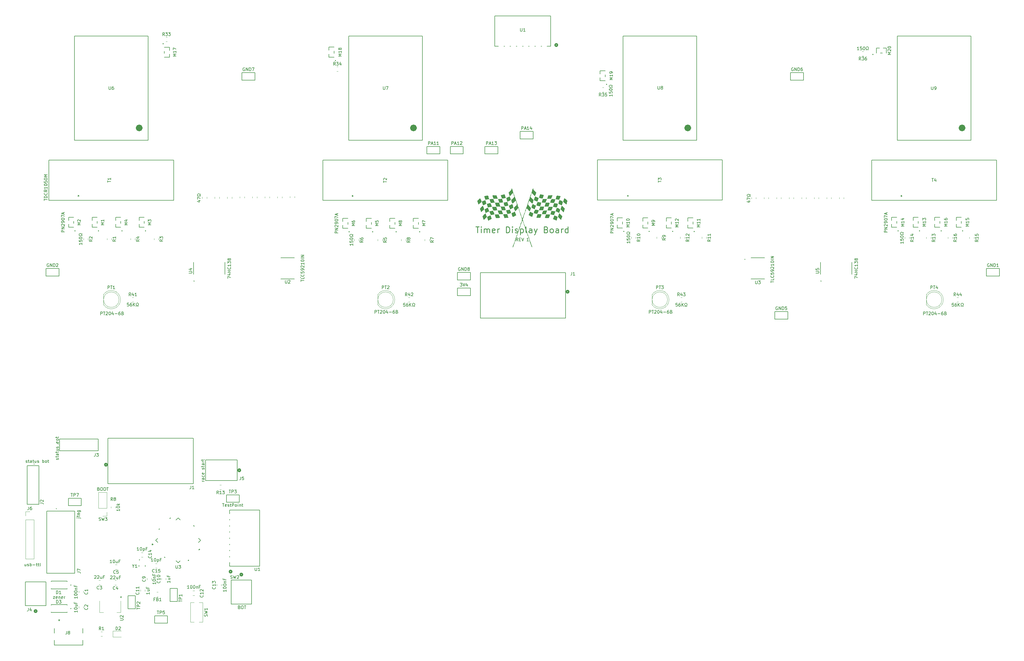
<source format=gbr>
%TF.GenerationSoftware,KiCad,Pcbnew,8.0.8-8.0.8-0~ubuntu24.04.1*%
%TF.CreationDate,2025-08-07T23:42:04-04:00*%
%TF.ProjectId,stencil,7374656e-6369-46c2-9e6b-696361645f70,rev?*%
%TF.SameCoordinates,Original*%
%TF.FileFunction,Legend,Top*%
%TF.FilePolarity,Positive*%
%FSLAX46Y46*%
G04 Gerber Fmt 4.6, Leading zero omitted, Abs format (unit mm)*
G04 Created by KiCad (PCBNEW 8.0.8-8.0.8-0~ubuntu24.04.1) date 2025-08-07 23:42:04*
%MOMM*%
%LPD*%
G01*
G04 APERTURE LIST*
%ADD10C,0.250000*%
%ADD11C,0.200000*%
%ADD12C,0.127000*%
%ADD13C,0.120000*%
%ADD14C,0.152400*%
%ADD15C,0.508000*%
%ADD16C,0.150000*%
%ADD17C,0.000000*%
%ADD18C,1.125000*%
G04 APERTURE END LIST*
D10*
X187281934Y-104422238D02*
X188424791Y-104422238D01*
X187853362Y-106422238D02*
X187853362Y-104422238D01*
X189091458Y-106422238D02*
X189091458Y-105088904D01*
X189091458Y-104422238D02*
X188996220Y-104517476D01*
X188996220Y-104517476D02*
X189091458Y-104612714D01*
X189091458Y-104612714D02*
X189186696Y-104517476D01*
X189186696Y-104517476D02*
X189091458Y-104422238D01*
X189091458Y-104422238D02*
X189091458Y-104612714D01*
X190043839Y-106422238D02*
X190043839Y-105088904D01*
X190043839Y-105279380D02*
X190139077Y-105184142D01*
X190139077Y-105184142D02*
X190329553Y-105088904D01*
X190329553Y-105088904D02*
X190615268Y-105088904D01*
X190615268Y-105088904D02*
X190805744Y-105184142D01*
X190805744Y-105184142D02*
X190900982Y-105374619D01*
X190900982Y-105374619D02*
X190900982Y-106422238D01*
X190900982Y-105374619D02*
X190996220Y-105184142D01*
X190996220Y-105184142D02*
X191186696Y-105088904D01*
X191186696Y-105088904D02*
X191472410Y-105088904D01*
X191472410Y-105088904D02*
X191662887Y-105184142D01*
X191662887Y-105184142D02*
X191758125Y-105374619D01*
X191758125Y-105374619D02*
X191758125Y-106422238D01*
X193472411Y-106327000D02*
X193281935Y-106422238D01*
X193281935Y-106422238D02*
X192900982Y-106422238D01*
X192900982Y-106422238D02*
X192710506Y-106327000D01*
X192710506Y-106327000D02*
X192615268Y-106136523D01*
X192615268Y-106136523D02*
X192615268Y-105374619D01*
X192615268Y-105374619D02*
X192710506Y-105184142D01*
X192710506Y-105184142D02*
X192900982Y-105088904D01*
X192900982Y-105088904D02*
X193281935Y-105088904D01*
X193281935Y-105088904D02*
X193472411Y-105184142D01*
X193472411Y-105184142D02*
X193567649Y-105374619D01*
X193567649Y-105374619D02*
X193567649Y-105565095D01*
X193567649Y-105565095D02*
X192615268Y-105755571D01*
X194424792Y-106422238D02*
X194424792Y-105088904D01*
X194424792Y-105469857D02*
X194520030Y-105279380D01*
X194520030Y-105279380D02*
X194615268Y-105184142D01*
X194615268Y-105184142D02*
X194805744Y-105088904D01*
X194805744Y-105088904D02*
X194996221Y-105088904D01*
X197186697Y-106422238D02*
X197186697Y-104422238D01*
X197186697Y-104422238D02*
X197662887Y-104422238D01*
X197662887Y-104422238D02*
X197948602Y-104517476D01*
X197948602Y-104517476D02*
X198139078Y-104707952D01*
X198139078Y-104707952D02*
X198234316Y-104898428D01*
X198234316Y-104898428D02*
X198329554Y-105279380D01*
X198329554Y-105279380D02*
X198329554Y-105565095D01*
X198329554Y-105565095D02*
X198234316Y-105946047D01*
X198234316Y-105946047D02*
X198139078Y-106136523D01*
X198139078Y-106136523D02*
X197948602Y-106327000D01*
X197948602Y-106327000D02*
X197662887Y-106422238D01*
X197662887Y-106422238D02*
X197186697Y-106422238D01*
X199186697Y-106422238D02*
X199186697Y-105088904D01*
X199186697Y-104422238D02*
X199091459Y-104517476D01*
X199091459Y-104517476D02*
X199186697Y-104612714D01*
X199186697Y-104612714D02*
X199281935Y-104517476D01*
X199281935Y-104517476D02*
X199186697Y-104422238D01*
X199186697Y-104422238D02*
X199186697Y-104612714D01*
X200043840Y-106327000D02*
X200234316Y-106422238D01*
X200234316Y-106422238D02*
X200615268Y-106422238D01*
X200615268Y-106422238D02*
X200805745Y-106327000D01*
X200805745Y-106327000D02*
X200900983Y-106136523D01*
X200900983Y-106136523D02*
X200900983Y-106041285D01*
X200900983Y-106041285D02*
X200805745Y-105850809D01*
X200805745Y-105850809D02*
X200615268Y-105755571D01*
X200615268Y-105755571D02*
X200329554Y-105755571D01*
X200329554Y-105755571D02*
X200139078Y-105660333D01*
X200139078Y-105660333D02*
X200043840Y-105469857D01*
X200043840Y-105469857D02*
X200043840Y-105374619D01*
X200043840Y-105374619D02*
X200139078Y-105184142D01*
X200139078Y-105184142D02*
X200329554Y-105088904D01*
X200329554Y-105088904D02*
X200615268Y-105088904D01*
X200615268Y-105088904D02*
X200805745Y-105184142D01*
X201758126Y-105088904D02*
X201758126Y-107088904D01*
X201758126Y-105184142D02*
X201948602Y-105088904D01*
X201948602Y-105088904D02*
X202329555Y-105088904D01*
X202329555Y-105088904D02*
X202520031Y-105184142D01*
X202520031Y-105184142D02*
X202615269Y-105279380D01*
X202615269Y-105279380D02*
X202710507Y-105469857D01*
X202710507Y-105469857D02*
X202710507Y-106041285D01*
X202710507Y-106041285D02*
X202615269Y-106231761D01*
X202615269Y-106231761D02*
X202520031Y-106327000D01*
X202520031Y-106327000D02*
X202329555Y-106422238D01*
X202329555Y-106422238D02*
X201948602Y-106422238D01*
X201948602Y-106422238D02*
X201758126Y-106327000D01*
X203853364Y-106422238D02*
X203662888Y-106327000D01*
X203662888Y-106327000D02*
X203567650Y-106136523D01*
X203567650Y-106136523D02*
X203567650Y-104422238D01*
X205472412Y-106422238D02*
X205472412Y-105374619D01*
X205472412Y-105374619D02*
X205377174Y-105184142D01*
X205377174Y-105184142D02*
X205186698Y-105088904D01*
X205186698Y-105088904D02*
X204805745Y-105088904D01*
X204805745Y-105088904D02*
X204615269Y-105184142D01*
X205472412Y-106327000D02*
X205281936Y-106422238D01*
X205281936Y-106422238D02*
X204805745Y-106422238D01*
X204805745Y-106422238D02*
X204615269Y-106327000D01*
X204615269Y-106327000D02*
X204520031Y-106136523D01*
X204520031Y-106136523D02*
X204520031Y-105946047D01*
X204520031Y-105946047D02*
X204615269Y-105755571D01*
X204615269Y-105755571D02*
X204805745Y-105660333D01*
X204805745Y-105660333D02*
X205281936Y-105660333D01*
X205281936Y-105660333D02*
X205472412Y-105565095D01*
X206234317Y-105088904D02*
X206710507Y-106422238D01*
X207186698Y-105088904D02*
X206710507Y-106422238D01*
X206710507Y-106422238D02*
X206520031Y-106898428D01*
X206520031Y-106898428D02*
X206424793Y-106993666D01*
X206424793Y-106993666D02*
X206234317Y-107088904D01*
X210139080Y-105374619D02*
X210424794Y-105469857D01*
X210424794Y-105469857D02*
X210520032Y-105565095D01*
X210520032Y-105565095D02*
X210615270Y-105755571D01*
X210615270Y-105755571D02*
X210615270Y-106041285D01*
X210615270Y-106041285D02*
X210520032Y-106231761D01*
X210520032Y-106231761D02*
X210424794Y-106327000D01*
X210424794Y-106327000D02*
X210234318Y-106422238D01*
X210234318Y-106422238D02*
X209472413Y-106422238D01*
X209472413Y-106422238D02*
X209472413Y-104422238D01*
X209472413Y-104422238D02*
X210139080Y-104422238D01*
X210139080Y-104422238D02*
X210329556Y-104517476D01*
X210329556Y-104517476D02*
X210424794Y-104612714D01*
X210424794Y-104612714D02*
X210520032Y-104803190D01*
X210520032Y-104803190D02*
X210520032Y-104993666D01*
X210520032Y-104993666D02*
X210424794Y-105184142D01*
X210424794Y-105184142D02*
X210329556Y-105279380D01*
X210329556Y-105279380D02*
X210139080Y-105374619D01*
X210139080Y-105374619D02*
X209472413Y-105374619D01*
X211758127Y-106422238D02*
X211567651Y-106327000D01*
X211567651Y-106327000D02*
X211472413Y-106231761D01*
X211472413Y-106231761D02*
X211377175Y-106041285D01*
X211377175Y-106041285D02*
X211377175Y-105469857D01*
X211377175Y-105469857D02*
X211472413Y-105279380D01*
X211472413Y-105279380D02*
X211567651Y-105184142D01*
X211567651Y-105184142D02*
X211758127Y-105088904D01*
X211758127Y-105088904D02*
X212043842Y-105088904D01*
X212043842Y-105088904D02*
X212234318Y-105184142D01*
X212234318Y-105184142D02*
X212329556Y-105279380D01*
X212329556Y-105279380D02*
X212424794Y-105469857D01*
X212424794Y-105469857D02*
X212424794Y-106041285D01*
X212424794Y-106041285D02*
X212329556Y-106231761D01*
X212329556Y-106231761D02*
X212234318Y-106327000D01*
X212234318Y-106327000D02*
X212043842Y-106422238D01*
X212043842Y-106422238D02*
X211758127Y-106422238D01*
X214139080Y-106422238D02*
X214139080Y-105374619D01*
X214139080Y-105374619D02*
X214043842Y-105184142D01*
X214043842Y-105184142D02*
X213853366Y-105088904D01*
X213853366Y-105088904D02*
X213472413Y-105088904D01*
X213472413Y-105088904D02*
X213281937Y-105184142D01*
X214139080Y-106327000D02*
X213948604Y-106422238D01*
X213948604Y-106422238D02*
X213472413Y-106422238D01*
X213472413Y-106422238D02*
X213281937Y-106327000D01*
X213281937Y-106327000D02*
X213186699Y-106136523D01*
X213186699Y-106136523D02*
X213186699Y-105946047D01*
X213186699Y-105946047D02*
X213281937Y-105755571D01*
X213281937Y-105755571D02*
X213472413Y-105660333D01*
X213472413Y-105660333D02*
X213948604Y-105660333D01*
X213948604Y-105660333D02*
X214139080Y-105565095D01*
X215091461Y-106422238D02*
X215091461Y-105088904D01*
X215091461Y-105469857D02*
X215186699Y-105279380D01*
X215186699Y-105279380D02*
X215281937Y-105184142D01*
X215281937Y-105184142D02*
X215472413Y-105088904D01*
X215472413Y-105088904D02*
X215662890Y-105088904D01*
X217186699Y-106422238D02*
X217186699Y-104422238D01*
X217186699Y-106327000D02*
X216996223Y-106422238D01*
X216996223Y-106422238D02*
X216615270Y-106422238D01*
X216615270Y-106422238D02*
X216424794Y-106327000D01*
X216424794Y-106327000D02*
X216329556Y-106231761D01*
X216329556Y-106231761D02*
X216234318Y-106041285D01*
X216234318Y-106041285D02*
X216234318Y-105469857D01*
X216234318Y-105469857D02*
X216329556Y-105279380D01*
X216329556Y-105279380D02*
X216424794Y-105184142D01*
X216424794Y-105184142D02*
X216615270Y-105088904D01*
X216615270Y-105088904D02*
X216996223Y-105088904D01*
X216996223Y-105088904D02*
X217186699Y-105184142D01*
D11*
X252665076Y-129246219D02*
X252188886Y-129246219D01*
X252188886Y-129246219D02*
X252141267Y-129722409D01*
X252141267Y-129722409D02*
X252188886Y-129674790D01*
X252188886Y-129674790D02*
X252284124Y-129627171D01*
X252284124Y-129627171D02*
X252522219Y-129627171D01*
X252522219Y-129627171D02*
X252617457Y-129674790D01*
X252617457Y-129674790D02*
X252665076Y-129722409D01*
X252665076Y-129722409D02*
X252712695Y-129817647D01*
X252712695Y-129817647D02*
X252712695Y-130055742D01*
X252712695Y-130055742D02*
X252665076Y-130150980D01*
X252665076Y-130150980D02*
X252617457Y-130198600D01*
X252617457Y-130198600D02*
X252522219Y-130246219D01*
X252522219Y-130246219D02*
X252284124Y-130246219D01*
X252284124Y-130246219D02*
X252188886Y-130198600D01*
X252188886Y-130198600D02*
X252141267Y-130150980D01*
X253569838Y-129246219D02*
X253379362Y-129246219D01*
X253379362Y-129246219D02*
X253284124Y-129293838D01*
X253284124Y-129293838D02*
X253236505Y-129341457D01*
X253236505Y-129341457D02*
X253141267Y-129484314D01*
X253141267Y-129484314D02*
X253093648Y-129674790D01*
X253093648Y-129674790D02*
X253093648Y-130055742D01*
X253093648Y-130055742D02*
X253141267Y-130150980D01*
X253141267Y-130150980D02*
X253188886Y-130198600D01*
X253188886Y-130198600D02*
X253284124Y-130246219D01*
X253284124Y-130246219D02*
X253474600Y-130246219D01*
X253474600Y-130246219D02*
X253569838Y-130198600D01*
X253569838Y-130198600D02*
X253617457Y-130150980D01*
X253617457Y-130150980D02*
X253665076Y-130055742D01*
X253665076Y-130055742D02*
X253665076Y-129817647D01*
X253665076Y-129817647D02*
X253617457Y-129722409D01*
X253617457Y-129722409D02*
X253569838Y-129674790D01*
X253569838Y-129674790D02*
X253474600Y-129627171D01*
X253474600Y-129627171D02*
X253284124Y-129627171D01*
X253284124Y-129627171D02*
X253188886Y-129674790D01*
X253188886Y-129674790D02*
X253141267Y-129722409D01*
X253141267Y-129722409D02*
X253093648Y-129817647D01*
X254093648Y-130246219D02*
X254093648Y-129246219D01*
X254665076Y-130246219D02*
X254236505Y-129674790D01*
X254665076Y-129246219D02*
X254093648Y-129817647D01*
X255046029Y-130246219D02*
X255284124Y-130246219D01*
X255284124Y-130246219D02*
X255284124Y-130055742D01*
X255284124Y-130055742D02*
X255188886Y-130008123D01*
X255188886Y-130008123D02*
X255093648Y-129912885D01*
X255093648Y-129912885D02*
X255046029Y-129770028D01*
X255046029Y-129770028D02*
X255046029Y-129531933D01*
X255046029Y-129531933D02*
X255093648Y-129389076D01*
X255093648Y-129389076D02*
X255188886Y-129293838D01*
X255188886Y-129293838D02*
X255331743Y-129246219D01*
X255331743Y-129246219D02*
X255522219Y-129246219D01*
X255522219Y-129246219D02*
X255665076Y-129293838D01*
X255665076Y-129293838D02*
X255760314Y-129389076D01*
X255760314Y-129389076D02*
X255807933Y-129531933D01*
X255807933Y-129531933D02*
X255807933Y-129770028D01*
X255807933Y-129770028D02*
X255760314Y-129912885D01*
X255760314Y-129912885D02*
X255665076Y-130008123D01*
X255665076Y-130008123D02*
X255569838Y-130055742D01*
X255569838Y-130055742D02*
X255569838Y-130246219D01*
X255569838Y-130246219D02*
X255807933Y-130246219D01*
X243549273Y-132535219D02*
X243549273Y-131535219D01*
X243549273Y-131535219D02*
X243930225Y-131535219D01*
X243930225Y-131535219D02*
X244025463Y-131582838D01*
X244025463Y-131582838D02*
X244073082Y-131630457D01*
X244073082Y-131630457D02*
X244120701Y-131725695D01*
X244120701Y-131725695D02*
X244120701Y-131868552D01*
X244120701Y-131868552D02*
X244073082Y-131963790D01*
X244073082Y-131963790D02*
X244025463Y-132011409D01*
X244025463Y-132011409D02*
X243930225Y-132059028D01*
X243930225Y-132059028D02*
X243549273Y-132059028D01*
X244406416Y-131535219D02*
X244977844Y-131535219D01*
X244692130Y-132535219D02*
X244692130Y-131535219D01*
X245263559Y-131630457D02*
X245311178Y-131582838D01*
X245311178Y-131582838D02*
X245406416Y-131535219D01*
X245406416Y-131535219D02*
X245644511Y-131535219D01*
X245644511Y-131535219D02*
X245739749Y-131582838D01*
X245739749Y-131582838D02*
X245787368Y-131630457D01*
X245787368Y-131630457D02*
X245834987Y-131725695D01*
X245834987Y-131725695D02*
X245834987Y-131820933D01*
X245834987Y-131820933D02*
X245787368Y-131963790D01*
X245787368Y-131963790D02*
X245215940Y-132535219D01*
X245215940Y-132535219D02*
X245834987Y-132535219D01*
X246454035Y-131535219D02*
X246549273Y-131535219D01*
X246549273Y-131535219D02*
X246644511Y-131582838D01*
X246644511Y-131582838D02*
X246692130Y-131630457D01*
X246692130Y-131630457D02*
X246739749Y-131725695D01*
X246739749Y-131725695D02*
X246787368Y-131916171D01*
X246787368Y-131916171D02*
X246787368Y-132154266D01*
X246787368Y-132154266D02*
X246739749Y-132344742D01*
X246739749Y-132344742D02*
X246692130Y-132439980D01*
X246692130Y-132439980D02*
X246644511Y-132487600D01*
X246644511Y-132487600D02*
X246549273Y-132535219D01*
X246549273Y-132535219D02*
X246454035Y-132535219D01*
X246454035Y-132535219D02*
X246358797Y-132487600D01*
X246358797Y-132487600D02*
X246311178Y-132439980D01*
X246311178Y-132439980D02*
X246263559Y-132344742D01*
X246263559Y-132344742D02*
X246215940Y-132154266D01*
X246215940Y-132154266D02*
X246215940Y-131916171D01*
X246215940Y-131916171D02*
X246263559Y-131725695D01*
X246263559Y-131725695D02*
X246311178Y-131630457D01*
X246311178Y-131630457D02*
X246358797Y-131582838D01*
X246358797Y-131582838D02*
X246454035Y-131535219D01*
X247644511Y-131868552D02*
X247644511Y-132535219D01*
X247406416Y-131487600D02*
X247168321Y-132201885D01*
X247168321Y-132201885D02*
X247787368Y-132201885D01*
X248168321Y-132154266D02*
X248930226Y-132154266D01*
X249834987Y-131535219D02*
X249644511Y-131535219D01*
X249644511Y-131535219D02*
X249549273Y-131582838D01*
X249549273Y-131582838D02*
X249501654Y-131630457D01*
X249501654Y-131630457D02*
X249406416Y-131773314D01*
X249406416Y-131773314D02*
X249358797Y-131963790D01*
X249358797Y-131963790D02*
X249358797Y-132344742D01*
X249358797Y-132344742D02*
X249406416Y-132439980D01*
X249406416Y-132439980D02*
X249454035Y-132487600D01*
X249454035Y-132487600D02*
X249549273Y-132535219D01*
X249549273Y-132535219D02*
X249739749Y-132535219D01*
X249739749Y-132535219D02*
X249834987Y-132487600D01*
X249834987Y-132487600D02*
X249882606Y-132439980D01*
X249882606Y-132439980D02*
X249930225Y-132344742D01*
X249930225Y-132344742D02*
X249930225Y-132106647D01*
X249930225Y-132106647D02*
X249882606Y-132011409D01*
X249882606Y-132011409D02*
X249834987Y-131963790D01*
X249834987Y-131963790D02*
X249739749Y-131916171D01*
X249739749Y-131916171D02*
X249549273Y-131916171D01*
X249549273Y-131916171D02*
X249454035Y-131963790D01*
X249454035Y-131963790D02*
X249406416Y-132011409D01*
X249406416Y-132011409D02*
X249358797Y-132106647D01*
X250692130Y-132011409D02*
X250834987Y-132059028D01*
X250834987Y-132059028D02*
X250882606Y-132106647D01*
X250882606Y-132106647D02*
X250930225Y-132201885D01*
X250930225Y-132201885D02*
X250930225Y-132344742D01*
X250930225Y-132344742D02*
X250882606Y-132439980D01*
X250882606Y-132439980D02*
X250834987Y-132487600D01*
X250834987Y-132487600D02*
X250739749Y-132535219D01*
X250739749Y-132535219D02*
X250358797Y-132535219D01*
X250358797Y-132535219D02*
X250358797Y-131535219D01*
X250358797Y-131535219D02*
X250692130Y-131535219D01*
X250692130Y-131535219D02*
X250787368Y-131582838D01*
X250787368Y-131582838D02*
X250834987Y-131630457D01*
X250834987Y-131630457D02*
X250882606Y-131725695D01*
X250882606Y-131725695D02*
X250882606Y-131820933D01*
X250882606Y-131820933D02*
X250834987Y-131916171D01*
X250834987Y-131916171D02*
X250787368Y-131963790D01*
X250787368Y-131963790D02*
X250692130Y-132011409D01*
X250692130Y-132011409D02*
X250358797Y-132011409D01*
X154649273Y-132535219D02*
X154649273Y-131535219D01*
X154649273Y-131535219D02*
X155030225Y-131535219D01*
X155030225Y-131535219D02*
X155125463Y-131582838D01*
X155125463Y-131582838D02*
X155173082Y-131630457D01*
X155173082Y-131630457D02*
X155220701Y-131725695D01*
X155220701Y-131725695D02*
X155220701Y-131868552D01*
X155220701Y-131868552D02*
X155173082Y-131963790D01*
X155173082Y-131963790D02*
X155125463Y-132011409D01*
X155125463Y-132011409D02*
X155030225Y-132059028D01*
X155030225Y-132059028D02*
X154649273Y-132059028D01*
X155506416Y-131535219D02*
X156077844Y-131535219D01*
X155792130Y-132535219D02*
X155792130Y-131535219D01*
X156363559Y-131630457D02*
X156411178Y-131582838D01*
X156411178Y-131582838D02*
X156506416Y-131535219D01*
X156506416Y-131535219D02*
X156744511Y-131535219D01*
X156744511Y-131535219D02*
X156839749Y-131582838D01*
X156839749Y-131582838D02*
X156887368Y-131630457D01*
X156887368Y-131630457D02*
X156934987Y-131725695D01*
X156934987Y-131725695D02*
X156934987Y-131820933D01*
X156934987Y-131820933D02*
X156887368Y-131963790D01*
X156887368Y-131963790D02*
X156315940Y-132535219D01*
X156315940Y-132535219D02*
X156934987Y-132535219D01*
X157554035Y-131535219D02*
X157649273Y-131535219D01*
X157649273Y-131535219D02*
X157744511Y-131582838D01*
X157744511Y-131582838D02*
X157792130Y-131630457D01*
X157792130Y-131630457D02*
X157839749Y-131725695D01*
X157839749Y-131725695D02*
X157887368Y-131916171D01*
X157887368Y-131916171D02*
X157887368Y-132154266D01*
X157887368Y-132154266D02*
X157839749Y-132344742D01*
X157839749Y-132344742D02*
X157792130Y-132439980D01*
X157792130Y-132439980D02*
X157744511Y-132487600D01*
X157744511Y-132487600D02*
X157649273Y-132535219D01*
X157649273Y-132535219D02*
X157554035Y-132535219D01*
X157554035Y-132535219D02*
X157458797Y-132487600D01*
X157458797Y-132487600D02*
X157411178Y-132439980D01*
X157411178Y-132439980D02*
X157363559Y-132344742D01*
X157363559Y-132344742D02*
X157315940Y-132154266D01*
X157315940Y-132154266D02*
X157315940Y-131916171D01*
X157315940Y-131916171D02*
X157363559Y-131725695D01*
X157363559Y-131725695D02*
X157411178Y-131630457D01*
X157411178Y-131630457D02*
X157458797Y-131582838D01*
X157458797Y-131582838D02*
X157554035Y-131535219D01*
X158744511Y-131868552D02*
X158744511Y-132535219D01*
X158506416Y-131487600D02*
X158268321Y-132201885D01*
X158268321Y-132201885D02*
X158887368Y-132201885D01*
X159268321Y-132154266D02*
X160030226Y-132154266D01*
X160934987Y-131535219D02*
X160744511Y-131535219D01*
X160744511Y-131535219D02*
X160649273Y-131582838D01*
X160649273Y-131582838D02*
X160601654Y-131630457D01*
X160601654Y-131630457D02*
X160506416Y-131773314D01*
X160506416Y-131773314D02*
X160458797Y-131963790D01*
X160458797Y-131963790D02*
X160458797Y-132344742D01*
X160458797Y-132344742D02*
X160506416Y-132439980D01*
X160506416Y-132439980D02*
X160554035Y-132487600D01*
X160554035Y-132487600D02*
X160649273Y-132535219D01*
X160649273Y-132535219D02*
X160839749Y-132535219D01*
X160839749Y-132535219D02*
X160934987Y-132487600D01*
X160934987Y-132487600D02*
X160982606Y-132439980D01*
X160982606Y-132439980D02*
X161030225Y-132344742D01*
X161030225Y-132344742D02*
X161030225Y-132106647D01*
X161030225Y-132106647D02*
X160982606Y-132011409D01*
X160982606Y-132011409D02*
X160934987Y-131963790D01*
X160934987Y-131963790D02*
X160839749Y-131916171D01*
X160839749Y-131916171D02*
X160649273Y-131916171D01*
X160649273Y-131916171D02*
X160554035Y-131963790D01*
X160554035Y-131963790D02*
X160506416Y-132011409D01*
X160506416Y-132011409D02*
X160458797Y-132106647D01*
X161792130Y-132011409D02*
X161934987Y-132059028D01*
X161934987Y-132059028D02*
X161982606Y-132106647D01*
X161982606Y-132106647D02*
X162030225Y-132201885D01*
X162030225Y-132201885D02*
X162030225Y-132344742D01*
X162030225Y-132344742D02*
X161982606Y-132439980D01*
X161982606Y-132439980D02*
X161934987Y-132487600D01*
X161934987Y-132487600D02*
X161839749Y-132535219D01*
X161839749Y-132535219D02*
X161458797Y-132535219D01*
X161458797Y-132535219D02*
X161458797Y-131535219D01*
X161458797Y-131535219D02*
X161792130Y-131535219D01*
X161792130Y-131535219D02*
X161887368Y-131582838D01*
X161887368Y-131582838D02*
X161934987Y-131630457D01*
X161934987Y-131630457D02*
X161982606Y-131725695D01*
X161982606Y-131725695D02*
X161982606Y-131820933D01*
X161982606Y-131820933D02*
X161934987Y-131916171D01*
X161934987Y-131916171D02*
X161887368Y-131963790D01*
X161887368Y-131963790D02*
X161792130Y-132011409D01*
X161792130Y-132011409D02*
X161458797Y-132011409D01*
X147492819Y-109950095D02*
X147492819Y-110521523D01*
X147492819Y-110235809D02*
X146492819Y-110235809D01*
X146492819Y-110235809D02*
X146635676Y-110331047D01*
X146635676Y-110331047D02*
X146730914Y-110426285D01*
X146730914Y-110426285D02*
X146778533Y-110521523D01*
X146492819Y-109045333D02*
X146492819Y-109521523D01*
X146492819Y-109521523D02*
X146969009Y-109569142D01*
X146969009Y-109569142D02*
X146921390Y-109521523D01*
X146921390Y-109521523D02*
X146873771Y-109426285D01*
X146873771Y-109426285D02*
X146873771Y-109188190D01*
X146873771Y-109188190D02*
X146921390Y-109092952D01*
X146921390Y-109092952D02*
X146969009Y-109045333D01*
X146969009Y-109045333D02*
X147064247Y-108997714D01*
X147064247Y-108997714D02*
X147302342Y-108997714D01*
X147302342Y-108997714D02*
X147397580Y-109045333D01*
X147397580Y-109045333D02*
X147445200Y-109092952D01*
X147445200Y-109092952D02*
X147492819Y-109188190D01*
X147492819Y-109188190D02*
X147492819Y-109426285D01*
X147492819Y-109426285D02*
X147445200Y-109521523D01*
X147445200Y-109521523D02*
X147397580Y-109569142D01*
X146492819Y-108378666D02*
X146492819Y-108283428D01*
X146492819Y-108283428D02*
X146540438Y-108188190D01*
X146540438Y-108188190D02*
X146588057Y-108140571D01*
X146588057Y-108140571D02*
X146683295Y-108092952D01*
X146683295Y-108092952D02*
X146873771Y-108045333D01*
X146873771Y-108045333D02*
X147111866Y-108045333D01*
X147111866Y-108045333D02*
X147302342Y-108092952D01*
X147302342Y-108092952D02*
X147397580Y-108140571D01*
X147397580Y-108140571D02*
X147445200Y-108188190D01*
X147445200Y-108188190D02*
X147492819Y-108283428D01*
X147492819Y-108283428D02*
X147492819Y-108378666D01*
X147492819Y-108378666D02*
X147445200Y-108473904D01*
X147445200Y-108473904D02*
X147397580Y-108521523D01*
X147397580Y-108521523D02*
X147302342Y-108569142D01*
X147302342Y-108569142D02*
X147111866Y-108616761D01*
X147111866Y-108616761D02*
X146873771Y-108616761D01*
X146873771Y-108616761D02*
X146683295Y-108569142D01*
X146683295Y-108569142D02*
X146588057Y-108521523D01*
X146588057Y-108521523D02*
X146540438Y-108473904D01*
X146540438Y-108473904D02*
X146492819Y-108378666D01*
X147492819Y-107664380D02*
X147492819Y-107426285D01*
X147492819Y-107426285D02*
X147302342Y-107426285D01*
X147302342Y-107426285D02*
X147254723Y-107521523D01*
X147254723Y-107521523D02*
X147159485Y-107616761D01*
X147159485Y-107616761D02*
X147016628Y-107664380D01*
X147016628Y-107664380D02*
X146778533Y-107664380D01*
X146778533Y-107664380D02*
X146635676Y-107616761D01*
X146635676Y-107616761D02*
X146540438Y-107521523D01*
X146540438Y-107521523D02*
X146492819Y-107378666D01*
X146492819Y-107378666D02*
X146492819Y-107188190D01*
X146492819Y-107188190D02*
X146540438Y-107045333D01*
X146540438Y-107045333D02*
X146635676Y-106950095D01*
X146635676Y-106950095D02*
X146778533Y-106902476D01*
X146778533Y-106902476D02*
X147016628Y-106902476D01*
X147016628Y-106902476D02*
X147159485Y-106950095D01*
X147159485Y-106950095D02*
X147254723Y-107045333D01*
X147254723Y-107045333D02*
X147302342Y-107140571D01*
X147302342Y-107140571D02*
X147492819Y-107140571D01*
X147492819Y-107140571D02*
X147492819Y-106902476D01*
X342200076Y-129246219D02*
X341723886Y-129246219D01*
X341723886Y-129246219D02*
X341676267Y-129722409D01*
X341676267Y-129722409D02*
X341723886Y-129674790D01*
X341723886Y-129674790D02*
X341819124Y-129627171D01*
X341819124Y-129627171D02*
X342057219Y-129627171D01*
X342057219Y-129627171D02*
X342152457Y-129674790D01*
X342152457Y-129674790D02*
X342200076Y-129722409D01*
X342200076Y-129722409D02*
X342247695Y-129817647D01*
X342247695Y-129817647D02*
X342247695Y-130055742D01*
X342247695Y-130055742D02*
X342200076Y-130150980D01*
X342200076Y-130150980D02*
X342152457Y-130198600D01*
X342152457Y-130198600D02*
X342057219Y-130246219D01*
X342057219Y-130246219D02*
X341819124Y-130246219D01*
X341819124Y-130246219D02*
X341723886Y-130198600D01*
X341723886Y-130198600D02*
X341676267Y-130150980D01*
X343104838Y-129246219D02*
X342914362Y-129246219D01*
X342914362Y-129246219D02*
X342819124Y-129293838D01*
X342819124Y-129293838D02*
X342771505Y-129341457D01*
X342771505Y-129341457D02*
X342676267Y-129484314D01*
X342676267Y-129484314D02*
X342628648Y-129674790D01*
X342628648Y-129674790D02*
X342628648Y-130055742D01*
X342628648Y-130055742D02*
X342676267Y-130150980D01*
X342676267Y-130150980D02*
X342723886Y-130198600D01*
X342723886Y-130198600D02*
X342819124Y-130246219D01*
X342819124Y-130246219D02*
X343009600Y-130246219D01*
X343009600Y-130246219D02*
X343104838Y-130198600D01*
X343104838Y-130198600D02*
X343152457Y-130150980D01*
X343152457Y-130150980D02*
X343200076Y-130055742D01*
X343200076Y-130055742D02*
X343200076Y-129817647D01*
X343200076Y-129817647D02*
X343152457Y-129722409D01*
X343152457Y-129722409D02*
X343104838Y-129674790D01*
X343104838Y-129674790D02*
X343009600Y-129627171D01*
X343009600Y-129627171D02*
X342819124Y-129627171D01*
X342819124Y-129627171D02*
X342723886Y-129674790D01*
X342723886Y-129674790D02*
X342676267Y-129722409D01*
X342676267Y-129722409D02*
X342628648Y-129817647D01*
X343628648Y-130246219D02*
X343628648Y-129246219D01*
X344200076Y-130246219D02*
X343771505Y-129674790D01*
X344200076Y-129246219D02*
X343628648Y-129817647D01*
X344581029Y-130246219D02*
X344819124Y-130246219D01*
X344819124Y-130246219D02*
X344819124Y-130055742D01*
X344819124Y-130055742D02*
X344723886Y-130008123D01*
X344723886Y-130008123D02*
X344628648Y-129912885D01*
X344628648Y-129912885D02*
X344581029Y-129770028D01*
X344581029Y-129770028D02*
X344581029Y-129531933D01*
X344581029Y-129531933D02*
X344628648Y-129389076D01*
X344628648Y-129389076D02*
X344723886Y-129293838D01*
X344723886Y-129293838D02*
X344866743Y-129246219D01*
X344866743Y-129246219D02*
X345057219Y-129246219D01*
X345057219Y-129246219D02*
X345200076Y-129293838D01*
X345200076Y-129293838D02*
X345295314Y-129389076D01*
X345295314Y-129389076D02*
X345342933Y-129531933D01*
X345342933Y-129531933D02*
X345342933Y-129770028D01*
X345342933Y-129770028D02*
X345295314Y-129912885D01*
X345295314Y-129912885D02*
X345200076Y-130008123D01*
X345200076Y-130008123D02*
X345104838Y-130055742D01*
X345104838Y-130055742D02*
X345104838Y-130246219D01*
X345104838Y-130246219D02*
X345342933Y-130246219D01*
X237281819Y-109188095D02*
X237281819Y-109759523D01*
X237281819Y-109473809D02*
X236281819Y-109473809D01*
X236281819Y-109473809D02*
X236424676Y-109569047D01*
X236424676Y-109569047D02*
X236519914Y-109664285D01*
X236519914Y-109664285D02*
X236567533Y-109759523D01*
X236281819Y-108283333D02*
X236281819Y-108759523D01*
X236281819Y-108759523D02*
X236758009Y-108807142D01*
X236758009Y-108807142D02*
X236710390Y-108759523D01*
X236710390Y-108759523D02*
X236662771Y-108664285D01*
X236662771Y-108664285D02*
X236662771Y-108426190D01*
X236662771Y-108426190D02*
X236710390Y-108330952D01*
X236710390Y-108330952D02*
X236758009Y-108283333D01*
X236758009Y-108283333D02*
X236853247Y-108235714D01*
X236853247Y-108235714D02*
X237091342Y-108235714D01*
X237091342Y-108235714D02*
X237186580Y-108283333D01*
X237186580Y-108283333D02*
X237234200Y-108330952D01*
X237234200Y-108330952D02*
X237281819Y-108426190D01*
X237281819Y-108426190D02*
X237281819Y-108664285D01*
X237281819Y-108664285D02*
X237234200Y-108759523D01*
X237234200Y-108759523D02*
X237186580Y-108807142D01*
X236281819Y-107616666D02*
X236281819Y-107521428D01*
X236281819Y-107521428D02*
X236329438Y-107426190D01*
X236329438Y-107426190D02*
X236377057Y-107378571D01*
X236377057Y-107378571D02*
X236472295Y-107330952D01*
X236472295Y-107330952D02*
X236662771Y-107283333D01*
X236662771Y-107283333D02*
X236900866Y-107283333D01*
X236900866Y-107283333D02*
X237091342Y-107330952D01*
X237091342Y-107330952D02*
X237186580Y-107378571D01*
X237186580Y-107378571D02*
X237234200Y-107426190D01*
X237234200Y-107426190D02*
X237281819Y-107521428D01*
X237281819Y-107521428D02*
X237281819Y-107616666D01*
X237281819Y-107616666D02*
X237234200Y-107711904D01*
X237234200Y-107711904D02*
X237186580Y-107759523D01*
X237186580Y-107759523D02*
X237091342Y-107807142D01*
X237091342Y-107807142D02*
X236900866Y-107854761D01*
X236900866Y-107854761D02*
X236662771Y-107854761D01*
X236662771Y-107854761D02*
X236472295Y-107807142D01*
X236472295Y-107807142D02*
X236377057Y-107759523D01*
X236377057Y-107759523D02*
X236329438Y-107711904D01*
X236329438Y-107711904D02*
X236281819Y-107616666D01*
X237281819Y-106902380D02*
X237281819Y-106664285D01*
X237281819Y-106664285D02*
X237091342Y-106664285D01*
X237091342Y-106664285D02*
X237043723Y-106759523D01*
X237043723Y-106759523D02*
X236948485Y-106854761D01*
X236948485Y-106854761D02*
X236805628Y-106902380D01*
X236805628Y-106902380D02*
X236567533Y-106902380D01*
X236567533Y-106902380D02*
X236424676Y-106854761D01*
X236424676Y-106854761D02*
X236329438Y-106759523D01*
X236329438Y-106759523D02*
X236281819Y-106616666D01*
X236281819Y-106616666D02*
X236281819Y-106426190D01*
X236281819Y-106426190D02*
X236329438Y-106283333D01*
X236329438Y-106283333D02*
X236424676Y-106188095D01*
X236424676Y-106188095D02*
X236567533Y-106140476D01*
X236567533Y-106140476D02*
X236805628Y-106140476D01*
X236805628Y-106140476D02*
X236948485Y-106188095D01*
X236948485Y-106188095D02*
X237043723Y-106283333D01*
X237043723Y-106283333D02*
X237091342Y-106378571D01*
X237091342Y-106378571D02*
X237281819Y-106378571D01*
X237281819Y-106378571D02*
X237281819Y-106140476D01*
X200984028Y-109087219D02*
X200650695Y-108611028D01*
X200412600Y-109087219D02*
X200412600Y-108087219D01*
X200412600Y-108087219D02*
X200793552Y-108087219D01*
X200793552Y-108087219D02*
X200888790Y-108134838D01*
X200888790Y-108134838D02*
X200936409Y-108182457D01*
X200936409Y-108182457D02*
X200984028Y-108277695D01*
X200984028Y-108277695D02*
X200984028Y-108420552D01*
X200984028Y-108420552D02*
X200936409Y-108515790D01*
X200936409Y-108515790D02*
X200888790Y-108563409D01*
X200888790Y-108563409D02*
X200793552Y-108611028D01*
X200793552Y-108611028D02*
X200412600Y-108611028D01*
X201412600Y-108563409D02*
X201745933Y-108563409D01*
X201888790Y-109087219D02*
X201412600Y-109087219D01*
X201412600Y-109087219D02*
X201412600Y-108087219D01*
X201412600Y-108087219D02*
X201888790Y-108087219D01*
X202174505Y-108087219D02*
X202507838Y-109087219D01*
X202507838Y-109087219D02*
X202841171Y-108087219D01*
X204460219Y-109087219D02*
X203888791Y-109087219D01*
X204174505Y-109087219D02*
X204174505Y-108087219D01*
X204174505Y-108087219D02*
X204079267Y-108230076D01*
X204079267Y-108230076D02*
X203984029Y-108325314D01*
X203984029Y-108325314D02*
X203888791Y-108372933D01*
X65749273Y-133043219D02*
X65749273Y-132043219D01*
X65749273Y-132043219D02*
X66130225Y-132043219D01*
X66130225Y-132043219D02*
X66225463Y-132090838D01*
X66225463Y-132090838D02*
X66273082Y-132138457D01*
X66273082Y-132138457D02*
X66320701Y-132233695D01*
X66320701Y-132233695D02*
X66320701Y-132376552D01*
X66320701Y-132376552D02*
X66273082Y-132471790D01*
X66273082Y-132471790D02*
X66225463Y-132519409D01*
X66225463Y-132519409D02*
X66130225Y-132567028D01*
X66130225Y-132567028D02*
X65749273Y-132567028D01*
X66606416Y-132043219D02*
X67177844Y-132043219D01*
X66892130Y-133043219D02*
X66892130Y-132043219D01*
X67463559Y-132138457D02*
X67511178Y-132090838D01*
X67511178Y-132090838D02*
X67606416Y-132043219D01*
X67606416Y-132043219D02*
X67844511Y-132043219D01*
X67844511Y-132043219D02*
X67939749Y-132090838D01*
X67939749Y-132090838D02*
X67987368Y-132138457D01*
X67987368Y-132138457D02*
X68034987Y-132233695D01*
X68034987Y-132233695D02*
X68034987Y-132328933D01*
X68034987Y-132328933D02*
X67987368Y-132471790D01*
X67987368Y-132471790D02*
X67415940Y-133043219D01*
X67415940Y-133043219D02*
X68034987Y-133043219D01*
X68654035Y-132043219D02*
X68749273Y-132043219D01*
X68749273Y-132043219D02*
X68844511Y-132090838D01*
X68844511Y-132090838D02*
X68892130Y-132138457D01*
X68892130Y-132138457D02*
X68939749Y-132233695D01*
X68939749Y-132233695D02*
X68987368Y-132424171D01*
X68987368Y-132424171D02*
X68987368Y-132662266D01*
X68987368Y-132662266D02*
X68939749Y-132852742D01*
X68939749Y-132852742D02*
X68892130Y-132947980D01*
X68892130Y-132947980D02*
X68844511Y-132995600D01*
X68844511Y-132995600D02*
X68749273Y-133043219D01*
X68749273Y-133043219D02*
X68654035Y-133043219D01*
X68654035Y-133043219D02*
X68558797Y-132995600D01*
X68558797Y-132995600D02*
X68511178Y-132947980D01*
X68511178Y-132947980D02*
X68463559Y-132852742D01*
X68463559Y-132852742D02*
X68415940Y-132662266D01*
X68415940Y-132662266D02*
X68415940Y-132424171D01*
X68415940Y-132424171D02*
X68463559Y-132233695D01*
X68463559Y-132233695D02*
X68511178Y-132138457D01*
X68511178Y-132138457D02*
X68558797Y-132090838D01*
X68558797Y-132090838D02*
X68654035Y-132043219D01*
X69844511Y-132376552D02*
X69844511Y-133043219D01*
X69606416Y-131995600D02*
X69368321Y-132709885D01*
X69368321Y-132709885D02*
X69987368Y-132709885D01*
X70368321Y-132662266D02*
X71130226Y-132662266D01*
X72034987Y-132043219D02*
X71844511Y-132043219D01*
X71844511Y-132043219D02*
X71749273Y-132090838D01*
X71749273Y-132090838D02*
X71701654Y-132138457D01*
X71701654Y-132138457D02*
X71606416Y-132281314D01*
X71606416Y-132281314D02*
X71558797Y-132471790D01*
X71558797Y-132471790D02*
X71558797Y-132852742D01*
X71558797Y-132852742D02*
X71606416Y-132947980D01*
X71606416Y-132947980D02*
X71654035Y-132995600D01*
X71654035Y-132995600D02*
X71749273Y-133043219D01*
X71749273Y-133043219D02*
X71939749Y-133043219D01*
X71939749Y-133043219D02*
X72034987Y-132995600D01*
X72034987Y-132995600D02*
X72082606Y-132947980D01*
X72082606Y-132947980D02*
X72130225Y-132852742D01*
X72130225Y-132852742D02*
X72130225Y-132614647D01*
X72130225Y-132614647D02*
X72082606Y-132519409D01*
X72082606Y-132519409D02*
X72034987Y-132471790D01*
X72034987Y-132471790D02*
X71939749Y-132424171D01*
X71939749Y-132424171D02*
X71749273Y-132424171D01*
X71749273Y-132424171D02*
X71654035Y-132471790D01*
X71654035Y-132471790D02*
X71606416Y-132519409D01*
X71606416Y-132519409D02*
X71558797Y-132614647D01*
X72892130Y-132519409D02*
X73034987Y-132567028D01*
X73034987Y-132567028D02*
X73082606Y-132614647D01*
X73082606Y-132614647D02*
X73130225Y-132709885D01*
X73130225Y-132709885D02*
X73130225Y-132852742D01*
X73130225Y-132852742D02*
X73082606Y-132947980D01*
X73082606Y-132947980D02*
X73034987Y-132995600D01*
X73034987Y-132995600D02*
X72939749Y-133043219D01*
X72939749Y-133043219D02*
X72558797Y-133043219D01*
X72558797Y-133043219D02*
X72558797Y-132043219D01*
X72558797Y-132043219D02*
X72892130Y-132043219D01*
X72892130Y-132043219D02*
X72987368Y-132090838D01*
X72987368Y-132090838D02*
X73034987Y-132138457D01*
X73034987Y-132138457D02*
X73082606Y-132233695D01*
X73082606Y-132233695D02*
X73082606Y-132328933D01*
X73082606Y-132328933D02*
X73034987Y-132424171D01*
X73034987Y-132424171D02*
X72987368Y-132471790D01*
X72987368Y-132471790D02*
X72892130Y-132519409D01*
X72892130Y-132519409D02*
X72558797Y-132519409D01*
X130667819Y-122201183D02*
X130667819Y-121629755D01*
X131667819Y-121915469D02*
X130667819Y-121915469D01*
X131667819Y-120820231D02*
X131667819Y-121296421D01*
X131667819Y-121296421D02*
X130667819Y-121296421D01*
X131572580Y-119915469D02*
X131620200Y-119963088D01*
X131620200Y-119963088D02*
X131667819Y-120105945D01*
X131667819Y-120105945D02*
X131667819Y-120201183D01*
X131667819Y-120201183D02*
X131620200Y-120344040D01*
X131620200Y-120344040D02*
X131524961Y-120439278D01*
X131524961Y-120439278D02*
X131429723Y-120486897D01*
X131429723Y-120486897D02*
X131239247Y-120534516D01*
X131239247Y-120534516D02*
X131096390Y-120534516D01*
X131096390Y-120534516D02*
X130905914Y-120486897D01*
X130905914Y-120486897D02*
X130810676Y-120439278D01*
X130810676Y-120439278D02*
X130715438Y-120344040D01*
X130715438Y-120344040D02*
X130667819Y-120201183D01*
X130667819Y-120201183D02*
X130667819Y-120105945D01*
X130667819Y-120105945D02*
X130715438Y-119963088D01*
X130715438Y-119963088D02*
X130763057Y-119915469D01*
X130667819Y-119010707D02*
X130667819Y-119486897D01*
X130667819Y-119486897D02*
X131144009Y-119534516D01*
X131144009Y-119534516D02*
X131096390Y-119486897D01*
X131096390Y-119486897D02*
X131048771Y-119391659D01*
X131048771Y-119391659D02*
X131048771Y-119153564D01*
X131048771Y-119153564D02*
X131096390Y-119058326D01*
X131096390Y-119058326D02*
X131144009Y-119010707D01*
X131144009Y-119010707D02*
X131239247Y-118963088D01*
X131239247Y-118963088D02*
X131477342Y-118963088D01*
X131477342Y-118963088D02*
X131572580Y-119010707D01*
X131572580Y-119010707D02*
X131620200Y-119058326D01*
X131620200Y-119058326D02*
X131667819Y-119153564D01*
X131667819Y-119153564D02*
X131667819Y-119391659D01*
X131667819Y-119391659D02*
X131620200Y-119486897D01*
X131620200Y-119486897D02*
X131572580Y-119534516D01*
X131667819Y-118486897D02*
X131667819Y-118296421D01*
X131667819Y-118296421D02*
X131620200Y-118201183D01*
X131620200Y-118201183D02*
X131572580Y-118153564D01*
X131572580Y-118153564D02*
X131429723Y-118058326D01*
X131429723Y-118058326D02*
X131239247Y-118010707D01*
X131239247Y-118010707D02*
X130858295Y-118010707D01*
X130858295Y-118010707D02*
X130763057Y-118058326D01*
X130763057Y-118058326D02*
X130715438Y-118105945D01*
X130715438Y-118105945D02*
X130667819Y-118201183D01*
X130667819Y-118201183D02*
X130667819Y-118391659D01*
X130667819Y-118391659D02*
X130715438Y-118486897D01*
X130715438Y-118486897D02*
X130763057Y-118534516D01*
X130763057Y-118534516D02*
X130858295Y-118582135D01*
X130858295Y-118582135D02*
X131096390Y-118582135D01*
X131096390Y-118582135D02*
X131191628Y-118534516D01*
X131191628Y-118534516D02*
X131239247Y-118486897D01*
X131239247Y-118486897D02*
X131286866Y-118391659D01*
X131286866Y-118391659D02*
X131286866Y-118201183D01*
X131286866Y-118201183D02*
X131239247Y-118105945D01*
X131239247Y-118105945D02*
X131191628Y-118058326D01*
X131191628Y-118058326D02*
X131096390Y-118010707D01*
X130763057Y-117629754D02*
X130715438Y-117582135D01*
X130715438Y-117582135D02*
X130667819Y-117486897D01*
X130667819Y-117486897D02*
X130667819Y-117248802D01*
X130667819Y-117248802D02*
X130715438Y-117153564D01*
X130715438Y-117153564D02*
X130763057Y-117105945D01*
X130763057Y-117105945D02*
X130858295Y-117058326D01*
X130858295Y-117058326D02*
X130953533Y-117058326D01*
X130953533Y-117058326D02*
X131096390Y-117105945D01*
X131096390Y-117105945D02*
X131667819Y-117677373D01*
X131667819Y-117677373D02*
X131667819Y-117058326D01*
X131667819Y-116105945D02*
X131667819Y-116677373D01*
X131667819Y-116391659D02*
X130667819Y-116391659D01*
X130667819Y-116391659D02*
X130810676Y-116486897D01*
X130810676Y-116486897D02*
X130905914Y-116582135D01*
X130905914Y-116582135D02*
X130953533Y-116677373D01*
X130667819Y-115486897D02*
X130667819Y-115391659D01*
X130667819Y-115391659D02*
X130715438Y-115296421D01*
X130715438Y-115296421D02*
X130763057Y-115248802D01*
X130763057Y-115248802D02*
X130858295Y-115201183D01*
X130858295Y-115201183D02*
X131048771Y-115153564D01*
X131048771Y-115153564D02*
X131286866Y-115153564D01*
X131286866Y-115153564D02*
X131477342Y-115201183D01*
X131477342Y-115201183D02*
X131572580Y-115248802D01*
X131572580Y-115248802D02*
X131620200Y-115296421D01*
X131620200Y-115296421D02*
X131667819Y-115391659D01*
X131667819Y-115391659D02*
X131667819Y-115486897D01*
X131667819Y-115486897D02*
X131620200Y-115582135D01*
X131620200Y-115582135D02*
X131572580Y-115629754D01*
X131572580Y-115629754D02*
X131477342Y-115677373D01*
X131477342Y-115677373D02*
X131286866Y-115724992D01*
X131286866Y-115724992D02*
X131048771Y-115724992D01*
X131048771Y-115724992D02*
X130858295Y-115677373D01*
X130858295Y-115677373D02*
X130763057Y-115629754D01*
X130763057Y-115629754D02*
X130715438Y-115582135D01*
X130715438Y-115582135D02*
X130667819Y-115486897D01*
X131667819Y-114724992D02*
X130667819Y-114724992D01*
X131667819Y-114248802D02*
X130667819Y-114248802D01*
X130667819Y-114248802D02*
X131667819Y-113677374D01*
X131667819Y-113677374D02*
X130667819Y-113677374D01*
X275604152Y-96107142D02*
X276270819Y-96107142D01*
X275223200Y-96345237D02*
X275937485Y-96583332D01*
X275937485Y-96583332D02*
X275937485Y-95964285D01*
X275270819Y-95678570D02*
X275270819Y-95011904D01*
X275270819Y-95011904D02*
X276270819Y-95440475D01*
X276270819Y-94678570D02*
X276270819Y-94440475D01*
X276270819Y-94440475D02*
X276080342Y-94440475D01*
X276080342Y-94440475D02*
X276032723Y-94535713D01*
X276032723Y-94535713D02*
X275937485Y-94630951D01*
X275937485Y-94630951D02*
X275794628Y-94678570D01*
X275794628Y-94678570D02*
X275556533Y-94678570D01*
X275556533Y-94678570D02*
X275413676Y-94630951D01*
X275413676Y-94630951D02*
X275318438Y-94535713D01*
X275318438Y-94535713D02*
X275270819Y-94392856D01*
X275270819Y-94392856D02*
X275270819Y-94202380D01*
X275270819Y-94202380D02*
X275318438Y-94059523D01*
X275318438Y-94059523D02*
X275413676Y-93964285D01*
X275413676Y-93964285D02*
X275556533Y-93916666D01*
X275556533Y-93916666D02*
X275794628Y-93916666D01*
X275794628Y-93916666D02*
X275937485Y-93964285D01*
X275937485Y-93964285D02*
X276032723Y-94059523D01*
X276032723Y-94059523D02*
X276080342Y-94154761D01*
X276080342Y-94154761D02*
X276270819Y-94154761D01*
X276270819Y-94154761D02*
X276270819Y-93916666D01*
X231947819Y-106497047D02*
X230947819Y-106497047D01*
X230947819Y-106497047D02*
X230947819Y-106116095D01*
X230947819Y-106116095D02*
X230995438Y-106020857D01*
X230995438Y-106020857D02*
X231043057Y-105973238D01*
X231043057Y-105973238D02*
X231138295Y-105925619D01*
X231138295Y-105925619D02*
X231281152Y-105925619D01*
X231281152Y-105925619D02*
X231376390Y-105973238D01*
X231376390Y-105973238D02*
X231424009Y-106020857D01*
X231424009Y-106020857D02*
X231471628Y-106116095D01*
X231471628Y-106116095D02*
X231471628Y-106497047D01*
X231947819Y-105497047D02*
X230947819Y-105497047D01*
X230947819Y-105497047D02*
X231947819Y-104925619D01*
X231947819Y-104925619D02*
X230947819Y-104925619D01*
X231043057Y-104497047D02*
X230995438Y-104449428D01*
X230995438Y-104449428D02*
X230947819Y-104354190D01*
X230947819Y-104354190D02*
X230947819Y-104116095D01*
X230947819Y-104116095D02*
X230995438Y-104020857D01*
X230995438Y-104020857D02*
X231043057Y-103973238D01*
X231043057Y-103973238D02*
X231138295Y-103925619D01*
X231138295Y-103925619D02*
X231233533Y-103925619D01*
X231233533Y-103925619D02*
X231376390Y-103973238D01*
X231376390Y-103973238D02*
X231947819Y-104544666D01*
X231947819Y-104544666D02*
X231947819Y-103925619D01*
X231947819Y-103449428D02*
X231947819Y-103258952D01*
X231947819Y-103258952D02*
X231900200Y-103163714D01*
X231900200Y-103163714D02*
X231852580Y-103116095D01*
X231852580Y-103116095D02*
X231709723Y-103020857D01*
X231709723Y-103020857D02*
X231519247Y-102973238D01*
X231519247Y-102973238D02*
X231138295Y-102973238D01*
X231138295Y-102973238D02*
X231043057Y-103020857D01*
X231043057Y-103020857D02*
X230995438Y-103068476D01*
X230995438Y-103068476D02*
X230947819Y-103163714D01*
X230947819Y-103163714D02*
X230947819Y-103354190D01*
X230947819Y-103354190D02*
X230995438Y-103449428D01*
X230995438Y-103449428D02*
X231043057Y-103497047D01*
X231043057Y-103497047D02*
X231138295Y-103544666D01*
X231138295Y-103544666D02*
X231376390Y-103544666D01*
X231376390Y-103544666D02*
X231471628Y-103497047D01*
X231471628Y-103497047D02*
X231519247Y-103449428D01*
X231519247Y-103449428D02*
X231566866Y-103354190D01*
X231566866Y-103354190D02*
X231566866Y-103163714D01*
X231566866Y-103163714D02*
X231519247Y-103068476D01*
X231519247Y-103068476D02*
X231471628Y-103020857D01*
X231471628Y-103020857D02*
X231376390Y-102973238D01*
X230947819Y-102354190D02*
X230947819Y-102258952D01*
X230947819Y-102258952D02*
X230995438Y-102163714D01*
X230995438Y-102163714D02*
X231043057Y-102116095D01*
X231043057Y-102116095D02*
X231138295Y-102068476D01*
X231138295Y-102068476D02*
X231328771Y-102020857D01*
X231328771Y-102020857D02*
X231566866Y-102020857D01*
X231566866Y-102020857D02*
X231757342Y-102068476D01*
X231757342Y-102068476D02*
X231852580Y-102116095D01*
X231852580Y-102116095D02*
X231900200Y-102163714D01*
X231900200Y-102163714D02*
X231947819Y-102258952D01*
X231947819Y-102258952D02*
X231947819Y-102354190D01*
X231947819Y-102354190D02*
X231900200Y-102449428D01*
X231900200Y-102449428D02*
X231852580Y-102497047D01*
X231852580Y-102497047D02*
X231757342Y-102544666D01*
X231757342Y-102544666D02*
X231566866Y-102592285D01*
X231566866Y-102592285D02*
X231328771Y-102592285D01*
X231328771Y-102592285D02*
X231138295Y-102544666D01*
X231138295Y-102544666D02*
X231043057Y-102497047D01*
X231043057Y-102497047D02*
X230995438Y-102449428D01*
X230995438Y-102449428D02*
X230947819Y-102354190D01*
X230947819Y-101687523D02*
X230947819Y-101020857D01*
X230947819Y-101020857D02*
X231947819Y-101449428D01*
X231662104Y-100687523D02*
X231662104Y-100211333D01*
X231947819Y-100782761D02*
X230947819Y-100449428D01*
X230947819Y-100449428D02*
X231947819Y-100116095D01*
X320720819Y-106243047D02*
X319720819Y-106243047D01*
X319720819Y-106243047D02*
X319720819Y-105862095D01*
X319720819Y-105862095D02*
X319768438Y-105766857D01*
X319768438Y-105766857D02*
X319816057Y-105719238D01*
X319816057Y-105719238D02*
X319911295Y-105671619D01*
X319911295Y-105671619D02*
X320054152Y-105671619D01*
X320054152Y-105671619D02*
X320149390Y-105719238D01*
X320149390Y-105719238D02*
X320197009Y-105766857D01*
X320197009Y-105766857D02*
X320244628Y-105862095D01*
X320244628Y-105862095D02*
X320244628Y-106243047D01*
X320720819Y-105243047D02*
X319720819Y-105243047D01*
X319720819Y-105243047D02*
X320720819Y-104671619D01*
X320720819Y-104671619D02*
X319720819Y-104671619D01*
X319816057Y-104243047D02*
X319768438Y-104195428D01*
X319768438Y-104195428D02*
X319720819Y-104100190D01*
X319720819Y-104100190D02*
X319720819Y-103862095D01*
X319720819Y-103862095D02*
X319768438Y-103766857D01*
X319768438Y-103766857D02*
X319816057Y-103719238D01*
X319816057Y-103719238D02*
X319911295Y-103671619D01*
X319911295Y-103671619D02*
X320006533Y-103671619D01*
X320006533Y-103671619D02*
X320149390Y-103719238D01*
X320149390Y-103719238D02*
X320720819Y-104290666D01*
X320720819Y-104290666D02*
X320720819Y-103671619D01*
X320720819Y-103195428D02*
X320720819Y-103004952D01*
X320720819Y-103004952D02*
X320673200Y-102909714D01*
X320673200Y-102909714D02*
X320625580Y-102862095D01*
X320625580Y-102862095D02*
X320482723Y-102766857D01*
X320482723Y-102766857D02*
X320292247Y-102719238D01*
X320292247Y-102719238D02*
X319911295Y-102719238D01*
X319911295Y-102719238D02*
X319816057Y-102766857D01*
X319816057Y-102766857D02*
X319768438Y-102814476D01*
X319768438Y-102814476D02*
X319720819Y-102909714D01*
X319720819Y-102909714D02*
X319720819Y-103100190D01*
X319720819Y-103100190D02*
X319768438Y-103195428D01*
X319768438Y-103195428D02*
X319816057Y-103243047D01*
X319816057Y-103243047D02*
X319911295Y-103290666D01*
X319911295Y-103290666D02*
X320149390Y-103290666D01*
X320149390Y-103290666D02*
X320244628Y-103243047D01*
X320244628Y-103243047D02*
X320292247Y-103195428D01*
X320292247Y-103195428D02*
X320339866Y-103100190D01*
X320339866Y-103100190D02*
X320339866Y-102909714D01*
X320339866Y-102909714D02*
X320292247Y-102814476D01*
X320292247Y-102814476D02*
X320244628Y-102766857D01*
X320244628Y-102766857D02*
X320149390Y-102719238D01*
X319720819Y-102100190D02*
X319720819Y-102004952D01*
X319720819Y-102004952D02*
X319768438Y-101909714D01*
X319768438Y-101909714D02*
X319816057Y-101862095D01*
X319816057Y-101862095D02*
X319911295Y-101814476D01*
X319911295Y-101814476D02*
X320101771Y-101766857D01*
X320101771Y-101766857D02*
X320339866Y-101766857D01*
X320339866Y-101766857D02*
X320530342Y-101814476D01*
X320530342Y-101814476D02*
X320625580Y-101862095D01*
X320625580Y-101862095D02*
X320673200Y-101909714D01*
X320673200Y-101909714D02*
X320720819Y-102004952D01*
X320720819Y-102004952D02*
X320720819Y-102100190D01*
X320720819Y-102100190D02*
X320673200Y-102195428D01*
X320673200Y-102195428D02*
X320625580Y-102243047D01*
X320625580Y-102243047D02*
X320530342Y-102290666D01*
X320530342Y-102290666D02*
X320339866Y-102338285D01*
X320339866Y-102338285D02*
X320101771Y-102338285D01*
X320101771Y-102338285D02*
X319911295Y-102290666D01*
X319911295Y-102290666D02*
X319816057Y-102243047D01*
X319816057Y-102243047D02*
X319768438Y-102195428D01*
X319768438Y-102195428D02*
X319720819Y-102100190D01*
X319720819Y-101433523D02*
X319720819Y-100766857D01*
X319720819Y-100766857D02*
X320720819Y-101195428D01*
X320435104Y-100433523D02*
X320435104Y-99957333D01*
X320720819Y-100528761D02*
X319720819Y-100195428D01*
X319720819Y-100195428D02*
X320720819Y-99862095D01*
X310118819Y-121217564D02*
X310118819Y-120550898D01*
X310118819Y-120550898D02*
X311118819Y-120979469D01*
X310452152Y-119741374D02*
X311118819Y-119741374D01*
X310071200Y-119979469D02*
X310785485Y-120217564D01*
X310785485Y-120217564D02*
X310785485Y-119598517D01*
X311118819Y-119217564D02*
X310118819Y-119217564D01*
X310595009Y-119217564D02*
X310595009Y-118646136D01*
X311118819Y-118646136D02*
X310118819Y-118646136D01*
X311023580Y-117598517D02*
X311071200Y-117646136D01*
X311071200Y-117646136D02*
X311118819Y-117788993D01*
X311118819Y-117788993D02*
X311118819Y-117884231D01*
X311118819Y-117884231D02*
X311071200Y-118027088D01*
X311071200Y-118027088D02*
X310975961Y-118122326D01*
X310975961Y-118122326D02*
X310880723Y-118169945D01*
X310880723Y-118169945D02*
X310690247Y-118217564D01*
X310690247Y-118217564D02*
X310547390Y-118217564D01*
X310547390Y-118217564D02*
X310356914Y-118169945D01*
X310356914Y-118169945D02*
X310261676Y-118122326D01*
X310261676Y-118122326D02*
X310166438Y-118027088D01*
X310166438Y-118027088D02*
X310118819Y-117884231D01*
X310118819Y-117884231D02*
X310118819Y-117788993D01*
X310118819Y-117788993D02*
X310166438Y-117646136D01*
X310166438Y-117646136D02*
X310214057Y-117598517D01*
X311118819Y-116646136D02*
X311118819Y-117217564D01*
X311118819Y-116931850D02*
X310118819Y-116931850D01*
X310118819Y-116931850D02*
X310261676Y-117027088D01*
X310261676Y-117027088D02*
X310356914Y-117122326D01*
X310356914Y-117122326D02*
X310404533Y-117217564D01*
X310118819Y-116312802D02*
X310118819Y-115693755D01*
X310118819Y-115693755D02*
X310499771Y-116027088D01*
X310499771Y-116027088D02*
X310499771Y-115884231D01*
X310499771Y-115884231D02*
X310547390Y-115788993D01*
X310547390Y-115788993D02*
X310595009Y-115741374D01*
X310595009Y-115741374D02*
X310690247Y-115693755D01*
X310690247Y-115693755D02*
X310928342Y-115693755D01*
X310928342Y-115693755D02*
X311023580Y-115741374D01*
X311023580Y-115741374D02*
X311071200Y-115788993D01*
X311071200Y-115788993D02*
X311118819Y-115884231D01*
X311118819Y-115884231D02*
X311118819Y-116169945D01*
X311118819Y-116169945D02*
X311071200Y-116265183D01*
X311071200Y-116265183D02*
X311023580Y-116312802D01*
X310547390Y-115122326D02*
X310499771Y-115217564D01*
X310499771Y-115217564D02*
X310452152Y-115265183D01*
X310452152Y-115265183D02*
X310356914Y-115312802D01*
X310356914Y-115312802D02*
X310309295Y-115312802D01*
X310309295Y-115312802D02*
X310214057Y-115265183D01*
X310214057Y-115265183D02*
X310166438Y-115217564D01*
X310166438Y-115217564D02*
X310118819Y-115122326D01*
X310118819Y-115122326D02*
X310118819Y-114931850D01*
X310118819Y-114931850D02*
X310166438Y-114836612D01*
X310166438Y-114836612D02*
X310214057Y-114788993D01*
X310214057Y-114788993D02*
X310309295Y-114741374D01*
X310309295Y-114741374D02*
X310356914Y-114741374D01*
X310356914Y-114741374D02*
X310452152Y-114788993D01*
X310452152Y-114788993D02*
X310499771Y-114836612D01*
X310499771Y-114836612D02*
X310547390Y-114931850D01*
X310547390Y-114931850D02*
X310547390Y-115122326D01*
X310547390Y-115122326D02*
X310595009Y-115217564D01*
X310595009Y-115217564D02*
X310642628Y-115265183D01*
X310642628Y-115265183D02*
X310737866Y-115312802D01*
X310737866Y-115312802D02*
X310928342Y-115312802D01*
X310928342Y-115312802D02*
X311023580Y-115265183D01*
X311023580Y-115265183D02*
X311071200Y-115217564D01*
X311071200Y-115217564D02*
X311118819Y-115122326D01*
X311118819Y-115122326D02*
X311118819Y-114931850D01*
X311118819Y-114931850D02*
X311071200Y-114836612D01*
X311071200Y-114836612D02*
X311023580Y-114788993D01*
X311023580Y-114788993D02*
X310928342Y-114741374D01*
X310928342Y-114741374D02*
X310737866Y-114741374D01*
X310737866Y-114741374D02*
X310642628Y-114788993D01*
X310642628Y-114788993D02*
X310595009Y-114836612D01*
X310595009Y-114836612D02*
X310547390Y-114931850D01*
X106918819Y-121217564D02*
X106918819Y-120550898D01*
X106918819Y-120550898D02*
X107918819Y-120979469D01*
X107252152Y-119741374D02*
X107918819Y-119741374D01*
X106871200Y-119979469D02*
X107585485Y-120217564D01*
X107585485Y-120217564D02*
X107585485Y-119598517D01*
X107918819Y-119217564D02*
X106918819Y-119217564D01*
X107395009Y-119217564D02*
X107395009Y-118646136D01*
X107918819Y-118646136D02*
X106918819Y-118646136D01*
X107823580Y-117598517D02*
X107871200Y-117646136D01*
X107871200Y-117646136D02*
X107918819Y-117788993D01*
X107918819Y-117788993D02*
X107918819Y-117884231D01*
X107918819Y-117884231D02*
X107871200Y-118027088D01*
X107871200Y-118027088D02*
X107775961Y-118122326D01*
X107775961Y-118122326D02*
X107680723Y-118169945D01*
X107680723Y-118169945D02*
X107490247Y-118217564D01*
X107490247Y-118217564D02*
X107347390Y-118217564D01*
X107347390Y-118217564D02*
X107156914Y-118169945D01*
X107156914Y-118169945D02*
X107061676Y-118122326D01*
X107061676Y-118122326D02*
X106966438Y-118027088D01*
X106966438Y-118027088D02*
X106918819Y-117884231D01*
X106918819Y-117884231D02*
X106918819Y-117788993D01*
X106918819Y-117788993D02*
X106966438Y-117646136D01*
X106966438Y-117646136D02*
X107014057Y-117598517D01*
X107918819Y-116646136D02*
X107918819Y-117217564D01*
X107918819Y-116931850D02*
X106918819Y-116931850D01*
X106918819Y-116931850D02*
X107061676Y-117027088D01*
X107061676Y-117027088D02*
X107156914Y-117122326D01*
X107156914Y-117122326D02*
X107204533Y-117217564D01*
X106918819Y-116312802D02*
X106918819Y-115693755D01*
X106918819Y-115693755D02*
X107299771Y-116027088D01*
X107299771Y-116027088D02*
X107299771Y-115884231D01*
X107299771Y-115884231D02*
X107347390Y-115788993D01*
X107347390Y-115788993D02*
X107395009Y-115741374D01*
X107395009Y-115741374D02*
X107490247Y-115693755D01*
X107490247Y-115693755D02*
X107728342Y-115693755D01*
X107728342Y-115693755D02*
X107823580Y-115741374D01*
X107823580Y-115741374D02*
X107871200Y-115788993D01*
X107871200Y-115788993D02*
X107918819Y-115884231D01*
X107918819Y-115884231D02*
X107918819Y-116169945D01*
X107918819Y-116169945D02*
X107871200Y-116265183D01*
X107871200Y-116265183D02*
X107823580Y-116312802D01*
X107347390Y-115122326D02*
X107299771Y-115217564D01*
X107299771Y-115217564D02*
X107252152Y-115265183D01*
X107252152Y-115265183D02*
X107156914Y-115312802D01*
X107156914Y-115312802D02*
X107109295Y-115312802D01*
X107109295Y-115312802D02*
X107014057Y-115265183D01*
X107014057Y-115265183D02*
X106966438Y-115217564D01*
X106966438Y-115217564D02*
X106918819Y-115122326D01*
X106918819Y-115122326D02*
X106918819Y-114931850D01*
X106918819Y-114931850D02*
X106966438Y-114836612D01*
X106966438Y-114836612D02*
X107014057Y-114788993D01*
X107014057Y-114788993D02*
X107109295Y-114741374D01*
X107109295Y-114741374D02*
X107156914Y-114741374D01*
X107156914Y-114741374D02*
X107252152Y-114788993D01*
X107252152Y-114788993D02*
X107299771Y-114836612D01*
X107299771Y-114836612D02*
X107347390Y-114931850D01*
X107347390Y-114931850D02*
X107347390Y-115122326D01*
X107347390Y-115122326D02*
X107395009Y-115217564D01*
X107395009Y-115217564D02*
X107442628Y-115265183D01*
X107442628Y-115265183D02*
X107537866Y-115312802D01*
X107537866Y-115312802D02*
X107728342Y-115312802D01*
X107728342Y-115312802D02*
X107823580Y-115265183D01*
X107823580Y-115265183D02*
X107871200Y-115217564D01*
X107871200Y-115217564D02*
X107918819Y-115122326D01*
X107918819Y-115122326D02*
X107918819Y-114931850D01*
X107918819Y-114931850D02*
X107871200Y-114836612D01*
X107871200Y-114836612D02*
X107823580Y-114788993D01*
X107823580Y-114788993D02*
X107728342Y-114741374D01*
X107728342Y-114741374D02*
X107537866Y-114741374D01*
X107537866Y-114741374D02*
X107442628Y-114788993D01*
X107442628Y-114788993D02*
X107395009Y-114836612D01*
X107395009Y-114836612D02*
X107347390Y-114931850D01*
X142666819Y-106497047D02*
X141666819Y-106497047D01*
X141666819Y-106497047D02*
X141666819Y-106116095D01*
X141666819Y-106116095D02*
X141714438Y-106020857D01*
X141714438Y-106020857D02*
X141762057Y-105973238D01*
X141762057Y-105973238D02*
X141857295Y-105925619D01*
X141857295Y-105925619D02*
X142000152Y-105925619D01*
X142000152Y-105925619D02*
X142095390Y-105973238D01*
X142095390Y-105973238D02*
X142143009Y-106020857D01*
X142143009Y-106020857D02*
X142190628Y-106116095D01*
X142190628Y-106116095D02*
X142190628Y-106497047D01*
X142666819Y-105497047D02*
X141666819Y-105497047D01*
X141666819Y-105497047D02*
X142666819Y-104925619D01*
X142666819Y-104925619D02*
X141666819Y-104925619D01*
X141762057Y-104497047D02*
X141714438Y-104449428D01*
X141714438Y-104449428D02*
X141666819Y-104354190D01*
X141666819Y-104354190D02*
X141666819Y-104116095D01*
X141666819Y-104116095D02*
X141714438Y-104020857D01*
X141714438Y-104020857D02*
X141762057Y-103973238D01*
X141762057Y-103973238D02*
X141857295Y-103925619D01*
X141857295Y-103925619D02*
X141952533Y-103925619D01*
X141952533Y-103925619D02*
X142095390Y-103973238D01*
X142095390Y-103973238D02*
X142666819Y-104544666D01*
X142666819Y-104544666D02*
X142666819Y-103925619D01*
X142666819Y-103449428D02*
X142666819Y-103258952D01*
X142666819Y-103258952D02*
X142619200Y-103163714D01*
X142619200Y-103163714D02*
X142571580Y-103116095D01*
X142571580Y-103116095D02*
X142428723Y-103020857D01*
X142428723Y-103020857D02*
X142238247Y-102973238D01*
X142238247Y-102973238D02*
X141857295Y-102973238D01*
X141857295Y-102973238D02*
X141762057Y-103020857D01*
X141762057Y-103020857D02*
X141714438Y-103068476D01*
X141714438Y-103068476D02*
X141666819Y-103163714D01*
X141666819Y-103163714D02*
X141666819Y-103354190D01*
X141666819Y-103354190D02*
X141714438Y-103449428D01*
X141714438Y-103449428D02*
X141762057Y-103497047D01*
X141762057Y-103497047D02*
X141857295Y-103544666D01*
X141857295Y-103544666D02*
X142095390Y-103544666D01*
X142095390Y-103544666D02*
X142190628Y-103497047D01*
X142190628Y-103497047D02*
X142238247Y-103449428D01*
X142238247Y-103449428D02*
X142285866Y-103354190D01*
X142285866Y-103354190D02*
X142285866Y-103163714D01*
X142285866Y-103163714D02*
X142238247Y-103068476D01*
X142238247Y-103068476D02*
X142190628Y-103020857D01*
X142190628Y-103020857D02*
X142095390Y-102973238D01*
X141666819Y-102354190D02*
X141666819Y-102258952D01*
X141666819Y-102258952D02*
X141714438Y-102163714D01*
X141714438Y-102163714D02*
X141762057Y-102116095D01*
X141762057Y-102116095D02*
X141857295Y-102068476D01*
X141857295Y-102068476D02*
X142047771Y-102020857D01*
X142047771Y-102020857D02*
X142285866Y-102020857D01*
X142285866Y-102020857D02*
X142476342Y-102068476D01*
X142476342Y-102068476D02*
X142571580Y-102116095D01*
X142571580Y-102116095D02*
X142619200Y-102163714D01*
X142619200Y-102163714D02*
X142666819Y-102258952D01*
X142666819Y-102258952D02*
X142666819Y-102354190D01*
X142666819Y-102354190D02*
X142619200Y-102449428D01*
X142619200Y-102449428D02*
X142571580Y-102497047D01*
X142571580Y-102497047D02*
X142476342Y-102544666D01*
X142476342Y-102544666D02*
X142285866Y-102592285D01*
X142285866Y-102592285D02*
X142047771Y-102592285D01*
X142047771Y-102592285D02*
X141857295Y-102544666D01*
X141857295Y-102544666D02*
X141762057Y-102497047D01*
X141762057Y-102497047D02*
X141714438Y-102449428D01*
X141714438Y-102449428D02*
X141666819Y-102354190D01*
X141666819Y-101687523D02*
X141666819Y-101020857D01*
X141666819Y-101020857D02*
X142666819Y-101449428D01*
X142381104Y-100687523D02*
X142381104Y-100211333D01*
X142666819Y-100782761D02*
X141666819Y-100449428D01*
X141666819Y-100449428D02*
X142666819Y-100116095D01*
X332449273Y-133043219D02*
X332449273Y-132043219D01*
X332449273Y-132043219D02*
X332830225Y-132043219D01*
X332830225Y-132043219D02*
X332925463Y-132090838D01*
X332925463Y-132090838D02*
X332973082Y-132138457D01*
X332973082Y-132138457D02*
X333020701Y-132233695D01*
X333020701Y-132233695D02*
X333020701Y-132376552D01*
X333020701Y-132376552D02*
X332973082Y-132471790D01*
X332973082Y-132471790D02*
X332925463Y-132519409D01*
X332925463Y-132519409D02*
X332830225Y-132567028D01*
X332830225Y-132567028D02*
X332449273Y-132567028D01*
X333306416Y-132043219D02*
X333877844Y-132043219D01*
X333592130Y-133043219D02*
X333592130Y-132043219D01*
X334163559Y-132138457D02*
X334211178Y-132090838D01*
X334211178Y-132090838D02*
X334306416Y-132043219D01*
X334306416Y-132043219D02*
X334544511Y-132043219D01*
X334544511Y-132043219D02*
X334639749Y-132090838D01*
X334639749Y-132090838D02*
X334687368Y-132138457D01*
X334687368Y-132138457D02*
X334734987Y-132233695D01*
X334734987Y-132233695D02*
X334734987Y-132328933D01*
X334734987Y-132328933D02*
X334687368Y-132471790D01*
X334687368Y-132471790D02*
X334115940Y-133043219D01*
X334115940Y-133043219D02*
X334734987Y-133043219D01*
X335354035Y-132043219D02*
X335449273Y-132043219D01*
X335449273Y-132043219D02*
X335544511Y-132090838D01*
X335544511Y-132090838D02*
X335592130Y-132138457D01*
X335592130Y-132138457D02*
X335639749Y-132233695D01*
X335639749Y-132233695D02*
X335687368Y-132424171D01*
X335687368Y-132424171D02*
X335687368Y-132662266D01*
X335687368Y-132662266D02*
X335639749Y-132852742D01*
X335639749Y-132852742D02*
X335592130Y-132947980D01*
X335592130Y-132947980D02*
X335544511Y-132995600D01*
X335544511Y-132995600D02*
X335449273Y-133043219D01*
X335449273Y-133043219D02*
X335354035Y-133043219D01*
X335354035Y-133043219D02*
X335258797Y-132995600D01*
X335258797Y-132995600D02*
X335211178Y-132947980D01*
X335211178Y-132947980D02*
X335163559Y-132852742D01*
X335163559Y-132852742D02*
X335115940Y-132662266D01*
X335115940Y-132662266D02*
X335115940Y-132424171D01*
X335115940Y-132424171D02*
X335163559Y-132233695D01*
X335163559Y-132233695D02*
X335211178Y-132138457D01*
X335211178Y-132138457D02*
X335258797Y-132090838D01*
X335258797Y-132090838D02*
X335354035Y-132043219D01*
X336544511Y-132376552D02*
X336544511Y-133043219D01*
X336306416Y-131995600D02*
X336068321Y-132709885D01*
X336068321Y-132709885D02*
X336687368Y-132709885D01*
X337068321Y-132662266D02*
X337830226Y-132662266D01*
X338734987Y-132043219D02*
X338544511Y-132043219D01*
X338544511Y-132043219D02*
X338449273Y-132090838D01*
X338449273Y-132090838D02*
X338401654Y-132138457D01*
X338401654Y-132138457D02*
X338306416Y-132281314D01*
X338306416Y-132281314D02*
X338258797Y-132471790D01*
X338258797Y-132471790D02*
X338258797Y-132852742D01*
X338258797Y-132852742D02*
X338306416Y-132947980D01*
X338306416Y-132947980D02*
X338354035Y-132995600D01*
X338354035Y-132995600D02*
X338449273Y-133043219D01*
X338449273Y-133043219D02*
X338639749Y-133043219D01*
X338639749Y-133043219D02*
X338734987Y-132995600D01*
X338734987Y-132995600D02*
X338782606Y-132947980D01*
X338782606Y-132947980D02*
X338830225Y-132852742D01*
X338830225Y-132852742D02*
X338830225Y-132614647D01*
X338830225Y-132614647D02*
X338782606Y-132519409D01*
X338782606Y-132519409D02*
X338734987Y-132471790D01*
X338734987Y-132471790D02*
X338639749Y-132424171D01*
X338639749Y-132424171D02*
X338449273Y-132424171D01*
X338449273Y-132424171D02*
X338354035Y-132471790D01*
X338354035Y-132471790D02*
X338306416Y-132519409D01*
X338306416Y-132519409D02*
X338258797Y-132614647D01*
X339592130Y-132519409D02*
X339734987Y-132567028D01*
X339734987Y-132567028D02*
X339782606Y-132614647D01*
X339782606Y-132614647D02*
X339830225Y-132709885D01*
X339830225Y-132709885D02*
X339830225Y-132852742D01*
X339830225Y-132852742D02*
X339782606Y-132947980D01*
X339782606Y-132947980D02*
X339734987Y-132995600D01*
X339734987Y-132995600D02*
X339639749Y-133043219D01*
X339639749Y-133043219D02*
X339258797Y-133043219D01*
X339258797Y-133043219D02*
X339258797Y-132043219D01*
X339258797Y-132043219D02*
X339592130Y-132043219D01*
X339592130Y-132043219D02*
X339687368Y-132090838D01*
X339687368Y-132090838D02*
X339734987Y-132138457D01*
X339734987Y-132138457D02*
X339782606Y-132233695D01*
X339782606Y-132233695D02*
X339782606Y-132328933D01*
X339782606Y-132328933D02*
X339734987Y-132424171D01*
X339734987Y-132424171D02*
X339687368Y-132471790D01*
X339687368Y-132471790D02*
X339592130Y-132519409D01*
X339592130Y-132519409D02*
X339258797Y-132519409D01*
X164400076Y-129246219D02*
X163923886Y-129246219D01*
X163923886Y-129246219D02*
X163876267Y-129722409D01*
X163876267Y-129722409D02*
X163923886Y-129674790D01*
X163923886Y-129674790D02*
X164019124Y-129627171D01*
X164019124Y-129627171D02*
X164257219Y-129627171D01*
X164257219Y-129627171D02*
X164352457Y-129674790D01*
X164352457Y-129674790D02*
X164400076Y-129722409D01*
X164400076Y-129722409D02*
X164447695Y-129817647D01*
X164447695Y-129817647D02*
X164447695Y-130055742D01*
X164447695Y-130055742D02*
X164400076Y-130150980D01*
X164400076Y-130150980D02*
X164352457Y-130198600D01*
X164352457Y-130198600D02*
X164257219Y-130246219D01*
X164257219Y-130246219D02*
X164019124Y-130246219D01*
X164019124Y-130246219D02*
X163923886Y-130198600D01*
X163923886Y-130198600D02*
X163876267Y-130150980D01*
X165304838Y-129246219D02*
X165114362Y-129246219D01*
X165114362Y-129246219D02*
X165019124Y-129293838D01*
X165019124Y-129293838D02*
X164971505Y-129341457D01*
X164971505Y-129341457D02*
X164876267Y-129484314D01*
X164876267Y-129484314D02*
X164828648Y-129674790D01*
X164828648Y-129674790D02*
X164828648Y-130055742D01*
X164828648Y-130055742D02*
X164876267Y-130150980D01*
X164876267Y-130150980D02*
X164923886Y-130198600D01*
X164923886Y-130198600D02*
X165019124Y-130246219D01*
X165019124Y-130246219D02*
X165209600Y-130246219D01*
X165209600Y-130246219D02*
X165304838Y-130198600D01*
X165304838Y-130198600D02*
X165352457Y-130150980D01*
X165352457Y-130150980D02*
X165400076Y-130055742D01*
X165400076Y-130055742D02*
X165400076Y-129817647D01*
X165400076Y-129817647D02*
X165352457Y-129722409D01*
X165352457Y-129722409D02*
X165304838Y-129674790D01*
X165304838Y-129674790D02*
X165209600Y-129627171D01*
X165209600Y-129627171D02*
X165019124Y-129627171D01*
X165019124Y-129627171D02*
X164923886Y-129674790D01*
X164923886Y-129674790D02*
X164876267Y-129722409D01*
X164876267Y-129722409D02*
X164828648Y-129817647D01*
X165828648Y-130246219D02*
X165828648Y-129246219D01*
X166400076Y-130246219D02*
X165971505Y-129674790D01*
X166400076Y-129246219D02*
X165828648Y-129817647D01*
X166781029Y-130246219D02*
X167019124Y-130246219D01*
X167019124Y-130246219D02*
X167019124Y-130055742D01*
X167019124Y-130055742D02*
X166923886Y-130008123D01*
X166923886Y-130008123D02*
X166828648Y-129912885D01*
X166828648Y-129912885D02*
X166781029Y-129770028D01*
X166781029Y-129770028D02*
X166781029Y-129531933D01*
X166781029Y-129531933D02*
X166828648Y-129389076D01*
X166828648Y-129389076D02*
X166923886Y-129293838D01*
X166923886Y-129293838D02*
X167066743Y-129246219D01*
X167066743Y-129246219D02*
X167257219Y-129246219D01*
X167257219Y-129246219D02*
X167400076Y-129293838D01*
X167400076Y-129293838D02*
X167495314Y-129389076D01*
X167495314Y-129389076D02*
X167542933Y-129531933D01*
X167542933Y-129531933D02*
X167542933Y-129770028D01*
X167542933Y-129770028D02*
X167495314Y-129912885D01*
X167495314Y-129912885D02*
X167400076Y-130008123D01*
X167400076Y-130008123D02*
X167304838Y-130055742D01*
X167304838Y-130055742D02*
X167304838Y-130246219D01*
X167304838Y-130246219D02*
X167542933Y-130246219D01*
X282940819Y-122582183D02*
X282940819Y-122010755D01*
X283940819Y-122296469D02*
X282940819Y-122296469D01*
X283940819Y-121201231D02*
X283940819Y-121677421D01*
X283940819Y-121677421D02*
X282940819Y-121677421D01*
X283845580Y-120296469D02*
X283893200Y-120344088D01*
X283893200Y-120344088D02*
X283940819Y-120486945D01*
X283940819Y-120486945D02*
X283940819Y-120582183D01*
X283940819Y-120582183D02*
X283893200Y-120725040D01*
X283893200Y-120725040D02*
X283797961Y-120820278D01*
X283797961Y-120820278D02*
X283702723Y-120867897D01*
X283702723Y-120867897D02*
X283512247Y-120915516D01*
X283512247Y-120915516D02*
X283369390Y-120915516D01*
X283369390Y-120915516D02*
X283178914Y-120867897D01*
X283178914Y-120867897D02*
X283083676Y-120820278D01*
X283083676Y-120820278D02*
X282988438Y-120725040D01*
X282988438Y-120725040D02*
X282940819Y-120582183D01*
X282940819Y-120582183D02*
X282940819Y-120486945D01*
X282940819Y-120486945D02*
X282988438Y-120344088D01*
X282988438Y-120344088D02*
X283036057Y-120296469D01*
X282940819Y-119391707D02*
X282940819Y-119867897D01*
X282940819Y-119867897D02*
X283417009Y-119915516D01*
X283417009Y-119915516D02*
X283369390Y-119867897D01*
X283369390Y-119867897D02*
X283321771Y-119772659D01*
X283321771Y-119772659D02*
X283321771Y-119534564D01*
X283321771Y-119534564D02*
X283369390Y-119439326D01*
X283369390Y-119439326D02*
X283417009Y-119391707D01*
X283417009Y-119391707D02*
X283512247Y-119344088D01*
X283512247Y-119344088D02*
X283750342Y-119344088D01*
X283750342Y-119344088D02*
X283845580Y-119391707D01*
X283845580Y-119391707D02*
X283893200Y-119439326D01*
X283893200Y-119439326D02*
X283940819Y-119534564D01*
X283940819Y-119534564D02*
X283940819Y-119772659D01*
X283940819Y-119772659D02*
X283893200Y-119867897D01*
X283893200Y-119867897D02*
X283845580Y-119915516D01*
X283940819Y-118867897D02*
X283940819Y-118677421D01*
X283940819Y-118677421D02*
X283893200Y-118582183D01*
X283893200Y-118582183D02*
X283845580Y-118534564D01*
X283845580Y-118534564D02*
X283702723Y-118439326D01*
X283702723Y-118439326D02*
X283512247Y-118391707D01*
X283512247Y-118391707D02*
X283131295Y-118391707D01*
X283131295Y-118391707D02*
X283036057Y-118439326D01*
X283036057Y-118439326D02*
X282988438Y-118486945D01*
X282988438Y-118486945D02*
X282940819Y-118582183D01*
X282940819Y-118582183D02*
X282940819Y-118772659D01*
X282940819Y-118772659D02*
X282988438Y-118867897D01*
X282988438Y-118867897D02*
X283036057Y-118915516D01*
X283036057Y-118915516D02*
X283131295Y-118963135D01*
X283131295Y-118963135D02*
X283369390Y-118963135D01*
X283369390Y-118963135D02*
X283464628Y-118915516D01*
X283464628Y-118915516D02*
X283512247Y-118867897D01*
X283512247Y-118867897D02*
X283559866Y-118772659D01*
X283559866Y-118772659D02*
X283559866Y-118582183D01*
X283559866Y-118582183D02*
X283512247Y-118486945D01*
X283512247Y-118486945D02*
X283464628Y-118439326D01*
X283464628Y-118439326D02*
X283369390Y-118391707D01*
X283036057Y-118010754D02*
X282988438Y-117963135D01*
X282988438Y-117963135D02*
X282940819Y-117867897D01*
X282940819Y-117867897D02*
X282940819Y-117629802D01*
X282940819Y-117629802D02*
X282988438Y-117534564D01*
X282988438Y-117534564D02*
X283036057Y-117486945D01*
X283036057Y-117486945D02*
X283131295Y-117439326D01*
X283131295Y-117439326D02*
X283226533Y-117439326D01*
X283226533Y-117439326D02*
X283369390Y-117486945D01*
X283369390Y-117486945D02*
X283940819Y-118058373D01*
X283940819Y-118058373D02*
X283940819Y-117439326D01*
X283940819Y-116486945D02*
X283940819Y-117058373D01*
X283940819Y-116772659D02*
X282940819Y-116772659D01*
X282940819Y-116772659D02*
X283083676Y-116867897D01*
X283083676Y-116867897D02*
X283178914Y-116963135D01*
X283178914Y-116963135D02*
X283226533Y-117058373D01*
X282940819Y-115867897D02*
X282940819Y-115772659D01*
X282940819Y-115772659D02*
X282988438Y-115677421D01*
X282988438Y-115677421D02*
X283036057Y-115629802D01*
X283036057Y-115629802D02*
X283131295Y-115582183D01*
X283131295Y-115582183D02*
X283321771Y-115534564D01*
X283321771Y-115534564D02*
X283559866Y-115534564D01*
X283559866Y-115534564D02*
X283750342Y-115582183D01*
X283750342Y-115582183D02*
X283845580Y-115629802D01*
X283845580Y-115629802D02*
X283893200Y-115677421D01*
X283893200Y-115677421D02*
X283940819Y-115772659D01*
X283940819Y-115772659D02*
X283940819Y-115867897D01*
X283940819Y-115867897D02*
X283893200Y-115963135D01*
X283893200Y-115963135D02*
X283845580Y-116010754D01*
X283845580Y-116010754D02*
X283750342Y-116058373D01*
X283750342Y-116058373D02*
X283559866Y-116105992D01*
X283559866Y-116105992D02*
X283321771Y-116105992D01*
X283321771Y-116105992D02*
X283131295Y-116058373D01*
X283131295Y-116058373D02*
X283036057Y-116010754D01*
X283036057Y-116010754D02*
X282988438Y-115963135D01*
X282988438Y-115963135D02*
X282940819Y-115867897D01*
X283940819Y-115105992D02*
X282940819Y-115105992D01*
X283940819Y-114629802D02*
X282940819Y-114629802D01*
X282940819Y-114629802D02*
X283940819Y-114058374D01*
X283940819Y-114058374D02*
X282940819Y-114058374D01*
X64016666Y-177892219D02*
X64016666Y-178606504D01*
X64016666Y-178606504D02*
X63969047Y-178749361D01*
X63969047Y-178749361D02*
X63873809Y-178844600D01*
X63873809Y-178844600D02*
X63730952Y-178892219D01*
X63730952Y-178892219D02*
X63635714Y-178892219D01*
X64397619Y-177892219D02*
X65016666Y-177892219D01*
X65016666Y-177892219D02*
X64683333Y-178273171D01*
X64683333Y-178273171D02*
X64826190Y-178273171D01*
X64826190Y-178273171D02*
X64921428Y-178320790D01*
X64921428Y-178320790D02*
X64969047Y-178368409D01*
X64969047Y-178368409D02*
X65016666Y-178463647D01*
X65016666Y-178463647D02*
X65016666Y-178701742D01*
X65016666Y-178701742D02*
X64969047Y-178796980D01*
X64969047Y-178796980D02*
X64921428Y-178844600D01*
X64921428Y-178844600D02*
X64826190Y-178892219D01*
X64826190Y-178892219D02*
X64540476Y-178892219D01*
X64540476Y-178892219D02*
X64445238Y-178844600D01*
X64445238Y-178844600D02*
X64397619Y-178796980D01*
X52054600Y-179923857D02*
X52102219Y-179828619D01*
X52102219Y-179828619D02*
X52102219Y-179638143D01*
X52102219Y-179638143D02*
X52054600Y-179542905D01*
X52054600Y-179542905D02*
X51959361Y-179495286D01*
X51959361Y-179495286D02*
X51911742Y-179495286D01*
X51911742Y-179495286D02*
X51816504Y-179542905D01*
X51816504Y-179542905D02*
X51768885Y-179638143D01*
X51768885Y-179638143D02*
X51768885Y-179781000D01*
X51768885Y-179781000D02*
X51721266Y-179876238D01*
X51721266Y-179876238D02*
X51626028Y-179923857D01*
X51626028Y-179923857D02*
X51578409Y-179923857D01*
X51578409Y-179923857D02*
X51483171Y-179876238D01*
X51483171Y-179876238D02*
X51435552Y-179781000D01*
X51435552Y-179781000D02*
X51435552Y-179638143D01*
X51435552Y-179638143D02*
X51483171Y-179542905D01*
X51435552Y-179209571D02*
X51435552Y-178828619D01*
X51102219Y-179066714D02*
X51959361Y-179066714D01*
X51959361Y-179066714D02*
X52054600Y-179019095D01*
X52054600Y-179019095D02*
X52102219Y-178923857D01*
X52102219Y-178923857D02*
X52102219Y-178828619D01*
X52102219Y-178066714D02*
X51578409Y-178066714D01*
X51578409Y-178066714D02*
X51483171Y-178114333D01*
X51483171Y-178114333D02*
X51435552Y-178209571D01*
X51435552Y-178209571D02*
X51435552Y-178400047D01*
X51435552Y-178400047D02*
X51483171Y-178495285D01*
X52054600Y-178066714D02*
X52102219Y-178161952D01*
X52102219Y-178161952D02*
X52102219Y-178400047D01*
X52102219Y-178400047D02*
X52054600Y-178495285D01*
X52054600Y-178495285D02*
X51959361Y-178542904D01*
X51959361Y-178542904D02*
X51864123Y-178542904D01*
X51864123Y-178542904D02*
X51768885Y-178495285D01*
X51768885Y-178495285D02*
X51721266Y-178400047D01*
X51721266Y-178400047D02*
X51721266Y-178161952D01*
X51721266Y-178161952D02*
X51673647Y-178066714D01*
X51435552Y-177733380D02*
X51435552Y-177352428D01*
X51102219Y-177590523D02*
X51959361Y-177590523D01*
X51959361Y-177590523D02*
X52054600Y-177542904D01*
X52054600Y-177542904D02*
X52102219Y-177447666D01*
X52102219Y-177447666D02*
X52102219Y-177352428D01*
X51435552Y-176590523D02*
X52102219Y-176590523D01*
X51435552Y-177019094D02*
X51959361Y-177019094D01*
X51959361Y-177019094D02*
X52054600Y-176971475D01*
X52054600Y-176971475D02*
X52102219Y-176876237D01*
X52102219Y-176876237D02*
X52102219Y-176733380D01*
X52102219Y-176733380D02*
X52054600Y-176638142D01*
X52054600Y-176638142D02*
X52006980Y-176590523D01*
X52054600Y-176161951D02*
X52102219Y-176066713D01*
X52102219Y-176066713D02*
X52102219Y-175876237D01*
X52102219Y-175876237D02*
X52054600Y-175780999D01*
X52054600Y-175780999D02*
X51959361Y-175733380D01*
X51959361Y-175733380D02*
X51911742Y-175733380D01*
X51911742Y-175733380D02*
X51816504Y-175780999D01*
X51816504Y-175780999D02*
X51768885Y-175876237D01*
X51768885Y-175876237D02*
X51768885Y-176019094D01*
X51768885Y-176019094D02*
X51721266Y-176114332D01*
X51721266Y-176114332D02*
X51626028Y-176161951D01*
X51626028Y-176161951D02*
X51578409Y-176161951D01*
X51578409Y-176161951D02*
X51483171Y-176114332D01*
X51483171Y-176114332D02*
X51435552Y-176019094D01*
X51435552Y-176019094D02*
X51435552Y-175876237D01*
X51435552Y-175876237D02*
X51483171Y-175780999D01*
X52054600Y-174161951D02*
X52102219Y-174257189D01*
X52102219Y-174257189D02*
X52102219Y-174447665D01*
X52102219Y-174447665D02*
X52054600Y-174542903D01*
X52054600Y-174542903D02*
X51959361Y-174590522D01*
X51959361Y-174590522D02*
X51578409Y-174590522D01*
X51578409Y-174590522D02*
X51483171Y-174542903D01*
X51483171Y-174542903D02*
X51435552Y-174447665D01*
X51435552Y-174447665D02*
X51435552Y-174257189D01*
X51435552Y-174257189D02*
X51483171Y-174161951D01*
X51483171Y-174161951D02*
X51578409Y-174114332D01*
X51578409Y-174114332D02*
X51673647Y-174114332D01*
X51673647Y-174114332D02*
X51768885Y-174590522D01*
X52102219Y-173542903D02*
X52054600Y-173638141D01*
X52054600Y-173638141D02*
X52006980Y-173685760D01*
X52006980Y-173685760D02*
X51911742Y-173733379D01*
X51911742Y-173733379D02*
X51626028Y-173733379D01*
X51626028Y-173733379D02*
X51530790Y-173685760D01*
X51530790Y-173685760D02*
X51483171Y-173638141D01*
X51483171Y-173638141D02*
X51435552Y-173542903D01*
X51435552Y-173542903D02*
X51435552Y-173400046D01*
X51435552Y-173400046D02*
X51483171Y-173304808D01*
X51483171Y-173304808D02*
X51530790Y-173257189D01*
X51530790Y-173257189D02*
X51626028Y-173209570D01*
X51626028Y-173209570D02*
X51911742Y-173209570D01*
X51911742Y-173209570D02*
X52006980Y-173257189D01*
X52006980Y-173257189D02*
X52054600Y-173304808D01*
X52054600Y-173304808D02*
X52102219Y-173400046D01*
X52102219Y-173400046D02*
X52102219Y-173542903D01*
X51435552Y-172923855D02*
X51435552Y-172542903D01*
X51102219Y-172780998D02*
X51959361Y-172780998D01*
X51959361Y-172780998D02*
X52054600Y-172733379D01*
X52054600Y-172733379D02*
X52102219Y-172638141D01*
X52102219Y-172638141D02*
X52102219Y-172542903D01*
X65183331Y-221849980D02*
X65135712Y-221897600D01*
X65135712Y-221897600D02*
X64992855Y-221945219D01*
X64992855Y-221945219D02*
X64897617Y-221945219D01*
X64897617Y-221945219D02*
X64754760Y-221897600D01*
X64754760Y-221897600D02*
X64659522Y-221802361D01*
X64659522Y-221802361D02*
X64611903Y-221707123D01*
X64611903Y-221707123D02*
X64564284Y-221516647D01*
X64564284Y-221516647D02*
X64564284Y-221373790D01*
X64564284Y-221373790D02*
X64611903Y-221183314D01*
X64611903Y-221183314D02*
X64659522Y-221088076D01*
X64659522Y-221088076D02*
X64754760Y-220992838D01*
X64754760Y-220992838D02*
X64897617Y-220945219D01*
X64897617Y-220945219D02*
X64992855Y-220945219D01*
X64992855Y-220945219D02*
X65135712Y-220992838D01*
X65135712Y-220992838D02*
X65183331Y-221040457D01*
X65516665Y-220945219D02*
X66135712Y-220945219D01*
X66135712Y-220945219D02*
X65802379Y-221326171D01*
X65802379Y-221326171D02*
X65945236Y-221326171D01*
X65945236Y-221326171D02*
X66040474Y-221373790D01*
X66040474Y-221373790D02*
X66088093Y-221421409D01*
X66088093Y-221421409D02*
X66135712Y-221516647D01*
X66135712Y-221516647D02*
X66135712Y-221754742D01*
X66135712Y-221754742D02*
X66088093Y-221849980D01*
X66088093Y-221849980D02*
X66040474Y-221897600D01*
X66040474Y-221897600D02*
X65945236Y-221945219D01*
X65945236Y-221945219D02*
X65659522Y-221945219D01*
X65659522Y-221945219D02*
X65564284Y-221897600D01*
X65564284Y-221897600D02*
X65516665Y-221849980D01*
X63723143Y-217611457D02*
X63770762Y-217563838D01*
X63770762Y-217563838D02*
X63866000Y-217516219D01*
X63866000Y-217516219D02*
X64104095Y-217516219D01*
X64104095Y-217516219D02*
X64199333Y-217563838D01*
X64199333Y-217563838D02*
X64246952Y-217611457D01*
X64246952Y-217611457D02*
X64294571Y-217706695D01*
X64294571Y-217706695D02*
X64294571Y-217801933D01*
X64294571Y-217801933D02*
X64246952Y-217944790D01*
X64246952Y-217944790D02*
X63675524Y-218516219D01*
X63675524Y-218516219D02*
X64294571Y-218516219D01*
X64675524Y-217611457D02*
X64723143Y-217563838D01*
X64723143Y-217563838D02*
X64818381Y-217516219D01*
X64818381Y-217516219D02*
X65056476Y-217516219D01*
X65056476Y-217516219D02*
X65151714Y-217563838D01*
X65151714Y-217563838D02*
X65199333Y-217611457D01*
X65199333Y-217611457D02*
X65246952Y-217706695D01*
X65246952Y-217706695D02*
X65246952Y-217801933D01*
X65246952Y-217801933D02*
X65199333Y-217944790D01*
X65199333Y-217944790D02*
X64627905Y-218516219D01*
X64627905Y-218516219D02*
X65246952Y-218516219D01*
X66104095Y-217849552D02*
X66104095Y-218516219D01*
X65675524Y-217849552D02*
X65675524Y-218373361D01*
X65675524Y-218373361D02*
X65723143Y-218468600D01*
X65723143Y-218468600D02*
X65818381Y-218516219D01*
X65818381Y-218516219D02*
X65961238Y-218516219D01*
X65961238Y-218516219D02*
X66056476Y-218468600D01*
X66056476Y-218468600D02*
X66104095Y-218420980D01*
X66913619Y-217992409D02*
X66580286Y-217992409D01*
X66580286Y-218516219D02*
X66580286Y-217516219D01*
X66580286Y-217516219D02*
X67056476Y-217516219D01*
X54745666Y-235550219D02*
X54745666Y-236264504D01*
X54745666Y-236264504D02*
X54698047Y-236407361D01*
X54698047Y-236407361D02*
X54602809Y-236502600D01*
X54602809Y-236502600D02*
X54459952Y-236550219D01*
X54459952Y-236550219D02*
X54364714Y-236550219D01*
X55364714Y-235978790D02*
X55269476Y-235931171D01*
X55269476Y-235931171D02*
X55221857Y-235883552D01*
X55221857Y-235883552D02*
X55174238Y-235788314D01*
X55174238Y-235788314D02*
X55174238Y-235740695D01*
X55174238Y-235740695D02*
X55221857Y-235645457D01*
X55221857Y-235645457D02*
X55269476Y-235597838D01*
X55269476Y-235597838D02*
X55364714Y-235550219D01*
X55364714Y-235550219D02*
X55555190Y-235550219D01*
X55555190Y-235550219D02*
X55650428Y-235597838D01*
X55650428Y-235597838D02*
X55698047Y-235645457D01*
X55698047Y-235645457D02*
X55745666Y-235740695D01*
X55745666Y-235740695D02*
X55745666Y-235788314D01*
X55745666Y-235788314D02*
X55698047Y-235883552D01*
X55698047Y-235883552D02*
X55650428Y-235931171D01*
X55650428Y-235931171D02*
X55555190Y-235978790D01*
X55555190Y-235978790D02*
X55364714Y-235978790D01*
X55364714Y-235978790D02*
X55269476Y-236026409D01*
X55269476Y-236026409D02*
X55221857Y-236074028D01*
X55221857Y-236074028D02*
X55174238Y-236169266D01*
X55174238Y-236169266D02*
X55174238Y-236359742D01*
X55174238Y-236359742D02*
X55221857Y-236454980D01*
X55221857Y-236454980D02*
X55269476Y-236502600D01*
X55269476Y-236502600D02*
X55364714Y-236550219D01*
X55364714Y-236550219D02*
X55555190Y-236550219D01*
X55555190Y-236550219D02*
X55650428Y-236502600D01*
X55650428Y-236502600D02*
X55698047Y-236454980D01*
X55698047Y-236454980D02*
X55745666Y-236359742D01*
X55745666Y-236359742D02*
X55745666Y-236169266D01*
X55745666Y-236169266D02*
X55698047Y-236074028D01*
X55698047Y-236074028D02*
X55650428Y-236026409D01*
X55650428Y-236026409D02*
X55555190Y-235978790D01*
X52285000Y-231740219D02*
X52285000Y-231978314D01*
X52046905Y-231883076D02*
X52285000Y-231978314D01*
X52285000Y-231978314D02*
X52523095Y-231883076D01*
X52142143Y-232168790D02*
X52285000Y-231978314D01*
X52285000Y-231978314D02*
X52427857Y-232168790D01*
X84899980Y-219292857D02*
X84947600Y-219340476D01*
X84947600Y-219340476D02*
X84995219Y-219483333D01*
X84995219Y-219483333D02*
X84995219Y-219578571D01*
X84995219Y-219578571D02*
X84947600Y-219721428D01*
X84947600Y-219721428D02*
X84852361Y-219816666D01*
X84852361Y-219816666D02*
X84757123Y-219864285D01*
X84757123Y-219864285D02*
X84566647Y-219911904D01*
X84566647Y-219911904D02*
X84423790Y-219911904D01*
X84423790Y-219911904D02*
X84233314Y-219864285D01*
X84233314Y-219864285D02*
X84138076Y-219816666D01*
X84138076Y-219816666D02*
X84042838Y-219721428D01*
X84042838Y-219721428D02*
X83995219Y-219578571D01*
X83995219Y-219578571D02*
X83995219Y-219483333D01*
X83995219Y-219483333D02*
X84042838Y-219340476D01*
X84042838Y-219340476D02*
X84090457Y-219292857D01*
X84995219Y-218340476D02*
X84995219Y-218911904D01*
X84995219Y-218626190D02*
X83995219Y-218626190D01*
X83995219Y-218626190D02*
X84138076Y-218721428D01*
X84138076Y-218721428D02*
X84233314Y-218816666D01*
X84233314Y-218816666D02*
X84280933Y-218911904D01*
X83995219Y-217721428D02*
X83995219Y-217626190D01*
X83995219Y-217626190D02*
X84042838Y-217530952D01*
X84042838Y-217530952D02*
X84090457Y-217483333D01*
X84090457Y-217483333D02*
X84185695Y-217435714D01*
X84185695Y-217435714D02*
X84376171Y-217388095D01*
X84376171Y-217388095D02*
X84614266Y-217388095D01*
X84614266Y-217388095D02*
X84804742Y-217435714D01*
X84804742Y-217435714D02*
X84899980Y-217483333D01*
X84899980Y-217483333D02*
X84947600Y-217530952D01*
X84947600Y-217530952D02*
X84995219Y-217626190D01*
X84995219Y-217626190D02*
X84995219Y-217721428D01*
X84995219Y-217721428D02*
X84947600Y-217816666D01*
X84947600Y-217816666D02*
X84899980Y-217864285D01*
X84899980Y-217864285D02*
X84804742Y-217911904D01*
X84804742Y-217911904D02*
X84614266Y-217959523D01*
X84614266Y-217959523D02*
X84376171Y-217959523D01*
X84376171Y-217959523D02*
X84185695Y-217911904D01*
X84185695Y-217911904D02*
X84090457Y-217864285D01*
X84090457Y-217864285D02*
X84042838Y-217816666D01*
X84042838Y-217816666D02*
X83995219Y-217721428D01*
X88282218Y-219245238D02*
X88282218Y-219816666D01*
X88282218Y-219530952D02*
X87282218Y-219530952D01*
X87282218Y-219530952D02*
X87425075Y-219626190D01*
X87425075Y-219626190D02*
X87520313Y-219721428D01*
X87520313Y-219721428D02*
X87567932Y-219816666D01*
X87615551Y-218388095D02*
X88282218Y-218388095D01*
X87615551Y-218816666D02*
X88139360Y-218816666D01*
X88139360Y-218816666D02*
X88234599Y-218769047D01*
X88234599Y-218769047D02*
X88282218Y-218673809D01*
X88282218Y-218673809D02*
X88282218Y-218530952D01*
X88282218Y-218530952D02*
X88234599Y-218435714D01*
X88234599Y-218435714D02*
X88186979Y-218388095D01*
X87758408Y-217578571D02*
X87758408Y-217911904D01*
X88282218Y-217911904D02*
X87282218Y-217911904D01*
X87282218Y-217911904D02*
X87282218Y-217435714D01*
X95004666Y-188433219D02*
X95004666Y-189147504D01*
X95004666Y-189147504D02*
X94957047Y-189290361D01*
X94957047Y-189290361D02*
X94861809Y-189385600D01*
X94861809Y-189385600D02*
X94718952Y-189433219D01*
X94718952Y-189433219D02*
X94623714Y-189433219D01*
X96004666Y-189433219D02*
X95433238Y-189433219D01*
X95718952Y-189433219D02*
X95718952Y-188433219D01*
X95718952Y-188433219D02*
X95623714Y-188576076D01*
X95623714Y-188576076D02*
X95528476Y-188671314D01*
X95528476Y-188671314D02*
X95433238Y-188718933D01*
X80172980Y-218816665D02*
X80220600Y-218864284D01*
X80220600Y-218864284D02*
X80268219Y-219007141D01*
X80268219Y-219007141D02*
X80268219Y-219102379D01*
X80268219Y-219102379D02*
X80220600Y-219245236D01*
X80220600Y-219245236D02*
X80125361Y-219340474D01*
X80125361Y-219340474D02*
X80030123Y-219388093D01*
X80030123Y-219388093D02*
X79839647Y-219435712D01*
X79839647Y-219435712D02*
X79696790Y-219435712D01*
X79696790Y-219435712D02*
X79506314Y-219388093D01*
X79506314Y-219388093D02*
X79411076Y-219340474D01*
X79411076Y-219340474D02*
X79315838Y-219245236D01*
X79315838Y-219245236D02*
X79268219Y-219102379D01*
X79268219Y-219102379D02*
X79268219Y-219007141D01*
X79268219Y-219007141D02*
X79315838Y-218864284D01*
X79315838Y-218864284D02*
X79363457Y-218816665D01*
X80268219Y-218340474D02*
X80268219Y-218149998D01*
X80268219Y-218149998D02*
X80220600Y-218054760D01*
X80220600Y-218054760D02*
X80172980Y-218007141D01*
X80172980Y-218007141D02*
X80030123Y-217911903D01*
X80030123Y-217911903D02*
X79839647Y-217864284D01*
X79839647Y-217864284D02*
X79458695Y-217864284D01*
X79458695Y-217864284D02*
X79363457Y-217911903D01*
X79363457Y-217911903D02*
X79315838Y-217959522D01*
X79315838Y-217959522D02*
X79268219Y-218054760D01*
X79268219Y-218054760D02*
X79268219Y-218245236D01*
X79268219Y-218245236D02*
X79315838Y-218340474D01*
X79315838Y-218340474D02*
X79363457Y-218388093D01*
X79363457Y-218388093D02*
X79458695Y-218435712D01*
X79458695Y-218435712D02*
X79696790Y-218435712D01*
X79696790Y-218435712D02*
X79792028Y-218388093D01*
X79792028Y-218388093D02*
X79839647Y-218340474D01*
X79839647Y-218340474D02*
X79887266Y-218245236D01*
X79887266Y-218245236D02*
X79887266Y-218054760D01*
X79887266Y-218054760D02*
X79839647Y-217959522D01*
X79839647Y-217959522D02*
X79792028Y-217911903D01*
X79792028Y-217911903D02*
X79696790Y-217864284D01*
X83570219Y-219721427D02*
X83570219Y-220292855D01*
X83570219Y-220007141D02*
X82570219Y-220007141D01*
X82570219Y-220007141D02*
X82713076Y-220102379D01*
X82713076Y-220102379D02*
X82808314Y-220197617D01*
X82808314Y-220197617D02*
X82855933Y-220292855D01*
X82570219Y-219102379D02*
X82570219Y-219007141D01*
X82570219Y-219007141D02*
X82617838Y-218911903D01*
X82617838Y-218911903D02*
X82665457Y-218864284D01*
X82665457Y-218864284D02*
X82760695Y-218816665D01*
X82760695Y-218816665D02*
X82951171Y-218769046D01*
X82951171Y-218769046D02*
X83189266Y-218769046D01*
X83189266Y-218769046D02*
X83379742Y-218816665D01*
X83379742Y-218816665D02*
X83474980Y-218864284D01*
X83474980Y-218864284D02*
X83522600Y-218911903D01*
X83522600Y-218911903D02*
X83570219Y-219007141D01*
X83570219Y-219007141D02*
X83570219Y-219102379D01*
X83570219Y-219102379D02*
X83522600Y-219197617D01*
X83522600Y-219197617D02*
X83474980Y-219245236D01*
X83474980Y-219245236D02*
X83379742Y-219292855D01*
X83379742Y-219292855D02*
X83189266Y-219340474D01*
X83189266Y-219340474D02*
X82951171Y-219340474D01*
X82951171Y-219340474D02*
X82760695Y-219292855D01*
X82760695Y-219292855D02*
X82665457Y-219245236D01*
X82665457Y-219245236D02*
X82617838Y-219197617D01*
X82617838Y-219197617D02*
X82570219Y-219102379D01*
X82903552Y-218340474D02*
X83570219Y-218340474D01*
X82998790Y-218340474D02*
X82951171Y-218292855D01*
X82951171Y-218292855D02*
X82903552Y-218197617D01*
X82903552Y-218197617D02*
X82903552Y-218054760D01*
X82903552Y-218054760D02*
X82951171Y-217959522D01*
X82951171Y-217959522D02*
X83046409Y-217911903D01*
X83046409Y-217911903D02*
X83570219Y-217911903D01*
X83046409Y-217102379D02*
X83046409Y-217435712D01*
X83570219Y-217435712D02*
X82570219Y-217435712D01*
X82570219Y-217435712D02*
X82570219Y-216959522D01*
X42328990Y-228044086D02*
X42328990Y-228758371D01*
X42328990Y-228758371D02*
X42281371Y-228901228D01*
X42281371Y-228901228D02*
X42186133Y-228996467D01*
X42186133Y-228996467D02*
X42043276Y-229044086D01*
X42043276Y-229044086D02*
X41948038Y-229044086D01*
X43233752Y-228377419D02*
X43233752Y-229044086D01*
X42995657Y-227996467D02*
X42757562Y-228710752D01*
X42757562Y-228710752D02*
X43376609Y-228710752D01*
X82105980Y-211213857D02*
X82153600Y-211261476D01*
X82153600Y-211261476D02*
X82201219Y-211404333D01*
X82201219Y-211404333D02*
X82201219Y-211499571D01*
X82201219Y-211499571D02*
X82153600Y-211642428D01*
X82153600Y-211642428D02*
X82058361Y-211737666D01*
X82058361Y-211737666D02*
X81963123Y-211785285D01*
X81963123Y-211785285D02*
X81772647Y-211832904D01*
X81772647Y-211832904D02*
X81629790Y-211832904D01*
X81629790Y-211832904D02*
X81439314Y-211785285D01*
X81439314Y-211785285D02*
X81344076Y-211737666D01*
X81344076Y-211737666D02*
X81248838Y-211642428D01*
X81248838Y-211642428D02*
X81201219Y-211499571D01*
X81201219Y-211499571D02*
X81201219Y-211404333D01*
X81201219Y-211404333D02*
X81248838Y-211261476D01*
X81248838Y-211261476D02*
X81296457Y-211213857D01*
X82201219Y-210261476D02*
X82201219Y-210832904D01*
X82201219Y-210547190D02*
X81201219Y-210547190D01*
X81201219Y-210547190D02*
X81344076Y-210642428D01*
X81344076Y-210642428D02*
X81439314Y-210737666D01*
X81439314Y-210737666D02*
X81486933Y-210832904D01*
X81534552Y-209404333D02*
X82201219Y-209404333D01*
X81153600Y-209642428D02*
X81867885Y-209880523D01*
X81867885Y-209880523D02*
X81867885Y-209261476D01*
X78137571Y-209372219D02*
X77566143Y-209372219D01*
X77851857Y-209372219D02*
X77851857Y-208372219D01*
X77851857Y-208372219D02*
X77756619Y-208515076D01*
X77756619Y-208515076D02*
X77661381Y-208610314D01*
X77661381Y-208610314D02*
X77566143Y-208657933D01*
X78756619Y-208372219D02*
X78851857Y-208372219D01*
X78851857Y-208372219D02*
X78947095Y-208419838D01*
X78947095Y-208419838D02*
X78994714Y-208467457D01*
X78994714Y-208467457D02*
X79042333Y-208562695D01*
X79042333Y-208562695D02*
X79089952Y-208753171D01*
X79089952Y-208753171D02*
X79089952Y-208991266D01*
X79089952Y-208991266D02*
X79042333Y-209181742D01*
X79042333Y-209181742D02*
X78994714Y-209276980D01*
X78994714Y-209276980D02*
X78947095Y-209324600D01*
X78947095Y-209324600D02*
X78851857Y-209372219D01*
X78851857Y-209372219D02*
X78756619Y-209372219D01*
X78756619Y-209372219D02*
X78661381Y-209324600D01*
X78661381Y-209324600D02*
X78613762Y-209276980D01*
X78613762Y-209276980D02*
X78566143Y-209181742D01*
X78566143Y-209181742D02*
X78518524Y-208991266D01*
X78518524Y-208991266D02*
X78518524Y-208753171D01*
X78518524Y-208753171D02*
X78566143Y-208562695D01*
X78566143Y-208562695D02*
X78613762Y-208467457D01*
X78613762Y-208467457D02*
X78661381Y-208419838D01*
X78661381Y-208419838D02*
X78756619Y-208372219D01*
X79518524Y-208705552D02*
X79518524Y-209705552D01*
X79518524Y-208753171D02*
X79613762Y-208705552D01*
X79613762Y-208705552D02*
X79804238Y-208705552D01*
X79804238Y-208705552D02*
X79899476Y-208753171D01*
X79899476Y-208753171D02*
X79947095Y-208800790D01*
X79947095Y-208800790D02*
X79994714Y-208896028D01*
X79994714Y-208896028D02*
X79994714Y-209181742D01*
X79994714Y-209181742D02*
X79947095Y-209276980D01*
X79947095Y-209276980D02*
X79899476Y-209324600D01*
X79899476Y-209324600D02*
X79804238Y-209372219D01*
X79804238Y-209372219D02*
X79613762Y-209372219D01*
X79613762Y-209372219D02*
X79518524Y-209324600D01*
X80756619Y-208848409D02*
X80423286Y-208848409D01*
X80423286Y-209372219D02*
X80423286Y-208372219D01*
X80423286Y-208372219D02*
X80899476Y-208372219D01*
X77502219Y-228469904D02*
X77502219Y-227898476D01*
X78502219Y-228184190D02*
X77502219Y-228184190D01*
X78502219Y-227565142D02*
X77502219Y-227565142D01*
X77502219Y-227565142D02*
X77502219Y-227184190D01*
X77502219Y-227184190D02*
X77549838Y-227088952D01*
X77549838Y-227088952D02*
X77597457Y-227041333D01*
X77597457Y-227041333D02*
X77692695Y-226993714D01*
X77692695Y-226993714D02*
X77835552Y-226993714D01*
X77835552Y-226993714D02*
X77930790Y-227041333D01*
X77930790Y-227041333D02*
X77978409Y-227088952D01*
X77978409Y-227088952D02*
X78026028Y-227184190D01*
X78026028Y-227184190D02*
X78026028Y-227565142D01*
X77597457Y-226612761D02*
X77549838Y-226565142D01*
X77549838Y-226565142D02*
X77502219Y-226469904D01*
X77502219Y-226469904D02*
X77502219Y-226231809D01*
X77502219Y-226231809D02*
X77549838Y-226136571D01*
X77549838Y-226136571D02*
X77597457Y-226088952D01*
X77597457Y-226088952D02*
X77692695Y-226041333D01*
X77692695Y-226041333D02*
X77787933Y-226041333D01*
X77787933Y-226041333D02*
X77930790Y-226088952D01*
X77930790Y-226088952D02*
X78502219Y-226660380D01*
X78502219Y-226660380D02*
X78502219Y-226041333D01*
X76344323Y-214476952D02*
X76344323Y-214953143D01*
X76010990Y-213953143D02*
X76344323Y-214476952D01*
X76344323Y-214476952D02*
X76677656Y-213953143D01*
X77534799Y-214953143D02*
X76963371Y-214953143D01*
X77249085Y-214953143D02*
X77249085Y-213953143D01*
X77249085Y-213953143D02*
X77153847Y-214096000D01*
X77153847Y-214096000D02*
X77058609Y-214191238D01*
X77058609Y-214191238D02*
X76963371Y-214238857D01*
X58175219Y-216392833D02*
X58889504Y-216392833D01*
X58889504Y-216392833D02*
X59032361Y-216440452D01*
X59032361Y-216440452D02*
X59127600Y-216535690D01*
X59127600Y-216535690D02*
X59175219Y-216678547D01*
X59175219Y-216678547D02*
X59175219Y-216773785D01*
X58175219Y-216011880D02*
X58175219Y-215345214D01*
X58175219Y-215345214D02*
X59175219Y-215773785D01*
X58270552Y-198834975D02*
X59127695Y-198834975D01*
X59127695Y-198834975D02*
X59222933Y-198882594D01*
X59222933Y-198882594D02*
X59270552Y-198977832D01*
X59270552Y-198977832D02*
X59270552Y-199025451D01*
X57937219Y-198834975D02*
X57984838Y-198882594D01*
X57984838Y-198882594D02*
X58032457Y-198834975D01*
X58032457Y-198834975D02*
X57984838Y-198787356D01*
X57984838Y-198787356D02*
X57937219Y-198834975D01*
X57937219Y-198834975D02*
X58032457Y-198834975D01*
X58270552Y-198501642D02*
X58270552Y-198120690D01*
X57937219Y-198358785D02*
X58794361Y-198358785D01*
X58794361Y-198358785D02*
X58889600Y-198311166D01*
X58889600Y-198311166D02*
X58937219Y-198215928D01*
X58937219Y-198215928D02*
X58937219Y-198120690D01*
X58937219Y-197358785D02*
X58413409Y-197358785D01*
X58413409Y-197358785D02*
X58318171Y-197406404D01*
X58318171Y-197406404D02*
X58270552Y-197501642D01*
X58270552Y-197501642D02*
X58270552Y-197692118D01*
X58270552Y-197692118D02*
X58318171Y-197787356D01*
X58889600Y-197358785D02*
X58937219Y-197454023D01*
X58937219Y-197454023D02*
X58937219Y-197692118D01*
X58937219Y-197692118D02*
X58889600Y-197787356D01*
X58889600Y-197787356D02*
X58794361Y-197834975D01*
X58794361Y-197834975D02*
X58699123Y-197834975D01*
X58699123Y-197834975D02*
X58603885Y-197787356D01*
X58603885Y-197787356D02*
X58556266Y-197692118D01*
X58556266Y-197692118D02*
X58556266Y-197454023D01*
X58556266Y-197454023D02*
X58508647Y-197358785D01*
X58270552Y-196454023D02*
X59080076Y-196454023D01*
X59080076Y-196454023D02*
X59175314Y-196501642D01*
X59175314Y-196501642D02*
X59222933Y-196549261D01*
X59222933Y-196549261D02*
X59270552Y-196644499D01*
X59270552Y-196644499D02*
X59270552Y-196787356D01*
X59270552Y-196787356D02*
X59222933Y-196882594D01*
X58889600Y-196454023D02*
X58937219Y-196549261D01*
X58937219Y-196549261D02*
X58937219Y-196739737D01*
X58937219Y-196739737D02*
X58889600Y-196834975D01*
X58889600Y-196834975D02*
X58841980Y-196882594D01*
X58841980Y-196882594D02*
X58746742Y-196930213D01*
X58746742Y-196930213D02*
X58461028Y-196930213D01*
X58461028Y-196930213D02*
X58365790Y-196882594D01*
X58365790Y-196882594D02*
X58318171Y-196834975D01*
X58318171Y-196834975D02*
X58270552Y-196739737D01*
X58270552Y-196739737D02*
X58270552Y-196549261D01*
X58270552Y-196549261D02*
X58318171Y-196454023D01*
X56103095Y-190882219D02*
X56674523Y-190882219D01*
X56388809Y-191882219D02*
X56388809Y-190882219D01*
X57007857Y-191882219D02*
X57007857Y-190882219D01*
X57007857Y-190882219D02*
X57388809Y-190882219D01*
X57388809Y-190882219D02*
X57484047Y-190929838D01*
X57484047Y-190929838D02*
X57531666Y-190977457D01*
X57531666Y-190977457D02*
X57579285Y-191072695D01*
X57579285Y-191072695D02*
X57579285Y-191215552D01*
X57579285Y-191215552D02*
X57531666Y-191310790D01*
X57531666Y-191310790D02*
X57484047Y-191358409D01*
X57484047Y-191358409D02*
X57388809Y-191406028D01*
X57388809Y-191406028D02*
X57007857Y-191406028D01*
X57912619Y-190882219D02*
X58579285Y-190882219D01*
X58579285Y-190882219D02*
X58150714Y-191882219D01*
X91107219Y-226056904D02*
X91107219Y-225485476D01*
X92107219Y-225771190D02*
X91107219Y-225771190D01*
X92107219Y-225152142D02*
X91107219Y-225152142D01*
X91107219Y-225152142D02*
X91107219Y-224771190D01*
X91107219Y-224771190D02*
X91154838Y-224675952D01*
X91154838Y-224675952D02*
X91202457Y-224628333D01*
X91202457Y-224628333D02*
X91297695Y-224580714D01*
X91297695Y-224580714D02*
X91440552Y-224580714D01*
X91440552Y-224580714D02*
X91535790Y-224628333D01*
X91535790Y-224628333D02*
X91583409Y-224675952D01*
X91583409Y-224675952D02*
X91631028Y-224771190D01*
X91631028Y-224771190D02*
X91631028Y-225152142D01*
X92107219Y-223628333D02*
X92107219Y-224199761D01*
X92107219Y-223914047D02*
X91107219Y-223914047D01*
X91107219Y-223914047D02*
X91250076Y-224009285D01*
X91250076Y-224009285D02*
X91345314Y-224104523D01*
X91345314Y-224104523D02*
X91392933Y-224199761D01*
X70406333Y-221976980D02*
X70358714Y-222024600D01*
X70358714Y-222024600D02*
X70215857Y-222072219D01*
X70215857Y-222072219D02*
X70120619Y-222072219D01*
X70120619Y-222072219D02*
X69977762Y-222024600D01*
X69977762Y-222024600D02*
X69882524Y-221929361D01*
X69882524Y-221929361D02*
X69834905Y-221834123D01*
X69834905Y-221834123D02*
X69787286Y-221643647D01*
X69787286Y-221643647D02*
X69787286Y-221500790D01*
X69787286Y-221500790D02*
X69834905Y-221310314D01*
X69834905Y-221310314D02*
X69882524Y-221215076D01*
X69882524Y-221215076D02*
X69977762Y-221119838D01*
X69977762Y-221119838D02*
X70120619Y-221072219D01*
X70120619Y-221072219D02*
X70215857Y-221072219D01*
X70215857Y-221072219D02*
X70358714Y-221119838D01*
X70358714Y-221119838D02*
X70406333Y-221167457D01*
X71263476Y-221405552D02*
X71263476Y-222072219D01*
X71025381Y-221024600D02*
X70787286Y-221738885D01*
X70787286Y-221738885D02*
X71406333Y-221738885D01*
X68930143Y-217709458D02*
X68977762Y-217661839D01*
X68977762Y-217661839D02*
X69073000Y-217614220D01*
X69073000Y-217614220D02*
X69311095Y-217614220D01*
X69311095Y-217614220D02*
X69406333Y-217661839D01*
X69406333Y-217661839D02*
X69453952Y-217709458D01*
X69453952Y-217709458D02*
X69501571Y-217804696D01*
X69501571Y-217804696D02*
X69501571Y-217899934D01*
X69501571Y-217899934D02*
X69453952Y-218042791D01*
X69453952Y-218042791D02*
X68882524Y-218614220D01*
X68882524Y-218614220D02*
X69501571Y-218614220D01*
X69882524Y-217709458D02*
X69930143Y-217661839D01*
X69930143Y-217661839D02*
X70025381Y-217614220D01*
X70025381Y-217614220D02*
X70263476Y-217614220D01*
X70263476Y-217614220D02*
X70358714Y-217661839D01*
X70358714Y-217661839D02*
X70406333Y-217709458D01*
X70406333Y-217709458D02*
X70453952Y-217804696D01*
X70453952Y-217804696D02*
X70453952Y-217899934D01*
X70453952Y-217899934D02*
X70406333Y-218042791D01*
X70406333Y-218042791D02*
X69834905Y-218614220D01*
X69834905Y-218614220D02*
X70453952Y-218614220D01*
X71311095Y-217947553D02*
X71311095Y-218614220D01*
X70882524Y-217947553D02*
X70882524Y-218471362D01*
X70882524Y-218471362D02*
X70930143Y-218566601D01*
X70930143Y-218566601D02*
X71025381Y-218614220D01*
X71025381Y-218614220D02*
X71168238Y-218614220D01*
X71168238Y-218614220D02*
X71263476Y-218566601D01*
X71263476Y-218566601D02*
X71311095Y-218518981D01*
X72120619Y-218090410D02*
X71787286Y-218090410D01*
X71787286Y-218614220D02*
X71787286Y-217614220D01*
X71787286Y-217614220D02*
X72263476Y-217614220D01*
X70674965Y-235153219D02*
X70674965Y-234153219D01*
X70674965Y-234153219D02*
X70913060Y-234153219D01*
X70913060Y-234153219D02*
X71055917Y-234200838D01*
X71055917Y-234200838D02*
X71151155Y-234296076D01*
X71151155Y-234296076D02*
X71198774Y-234391314D01*
X71198774Y-234391314D02*
X71246393Y-234581790D01*
X71246393Y-234581790D02*
X71246393Y-234724647D01*
X71246393Y-234724647D02*
X71198774Y-234915123D01*
X71198774Y-234915123D02*
X71151155Y-235010361D01*
X71151155Y-235010361D02*
X71055917Y-235105600D01*
X71055917Y-235105600D02*
X70913060Y-235153219D01*
X70913060Y-235153219D02*
X70674965Y-235153219D01*
X71627346Y-234248457D02*
X71674965Y-234200838D01*
X71674965Y-234200838D02*
X71770203Y-234153219D01*
X71770203Y-234153219D02*
X72008298Y-234153219D01*
X72008298Y-234153219D02*
X72103536Y-234200838D01*
X72103536Y-234200838D02*
X72151155Y-234248457D01*
X72151155Y-234248457D02*
X72198774Y-234343695D01*
X72198774Y-234343695D02*
X72198774Y-234438933D01*
X72198774Y-234438933D02*
X72151155Y-234581790D01*
X72151155Y-234581790D02*
X71579727Y-235153219D01*
X71579727Y-235153219D02*
X72198774Y-235153219D01*
X65175667Y-199672600D02*
X65318524Y-199720219D01*
X65318524Y-199720219D02*
X65556619Y-199720219D01*
X65556619Y-199720219D02*
X65651857Y-199672600D01*
X65651857Y-199672600D02*
X65699476Y-199624980D01*
X65699476Y-199624980D02*
X65747095Y-199529742D01*
X65747095Y-199529742D02*
X65747095Y-199434504D01*
X65747095Y-199434504D02*
X65699476Y-199339266D01*
X65699476Y-199339266D02*
X65651857Y-199291647D01*
X65651857Y-199291647D02*
X65556619Y-199244028D01*
X65556619Y-199244028D02*
X65366143Y-199196409D01*
X65366143Y-199196409D02*
X65270905Y-199148790D01*
X65270905Y-199148790D02*
X65223286Y-199101171D01*
X65223286Y-199101171D02*
X65175667Y-199005933D01*
X65175667Y-199005933D02*
X65175667Y-198910695D01*
X65175667Y-198910695D02*
X65223286Y-198815457D01*
X65223286Y-198815457D02*
X65270905Y-198767838D01*
X65270905Y-198767838D02*
X65366143Y-198720219D01*
X65366143Y-198720219D02*
X65604238Y-198720219D01*
X65604238Y-198720219D02*
X65747095Y-198767838D01*
X66080429Y-198720219D02*
X66318524Y-199720219D01*
X66318524Y-199720219D02*
X66509000Y-199005933D01*
X66509000Y-199005933D02*
X66699476Y-199720219D01*
X66699476Y-199720219D02*
X66937572Y-198720219D01*
X67223286Y-198720219D02*
X67842333Y-198720219D01*
X67842333Y-198720219D02*
X67509000Y-199101171D01*
X67509000Y-199101171D02*
X67651857Y-199101171D01*
X67651857Y-199101171D02*
X67747095Y-199148790D01*
X67747095Y-199148790D02*
X67794714Y-199196409D01*
X67794714Y-199196409D02*
X67842333Y-199291647D01*
X67842333Y-199291647D02*
X67842333Y-199529742D01*
X67842333Y-199529742D02*
X67794714Y-199624980D01*
X67794714Y-199624980D02*
X67747095Y-199672600D01*
X67747095Y-199672600D02*
X67651857Y-199720219D01*
X67651857Y-199720219D02*
X67366143Y-199720219D01*
X67366143Y-199720219D02*
X67270905Y-199672600D01*
X67270905Y-199672600D02*
X67223286Y-199624980D01*
X65042857Y-189458409D02*
X65185714Y-189506028D01*
X65185714Y-189506028D02*
X65233333Y-189553647D01*
X65233333Y-189553647D02*
X65280952Y-189648885D01*
X65280952Y-189648885D02*
X65280952Y-189791742D01*
X65280952Y-189791742D02*
X65233333Y-189886980D01*
X65233333Y-189886980D02*
X65185714Y-189934600D01*
X65185714Y-189934600D02*
X65090476Y-189982219D01*
X65090476Y-189982219D02*
X64709524Y-189982219D01*
X64709524Y-189982219D02*
X64709524Y-188982219D01*
X64709524Y-188982219D02*
X65042857Y-188982219D01*
X65042857Y-188982219D02*
X65138095Y-189029838D01*
X65138095Y-189029838D02*
X65185714Y-189077457D01*
X65185714Y-189077457D02*
X65233333Y-189172695D01*
X65233333Y-189172695D02*
X65233333Y-189267933D01*
X65233333Y-189267933D02*
X65185714Y-189363171D01*
X65185714Y-189363171D02*
X65138095Y-189410790D01*
X65138095Y-189410790D02*
X65042857Y-189458409D01*
X65042857Y-189458409D02*
X64709524Y-189458409D01*
X65900000Y-188982219D02*
X66090476Y-188982219D01*
X66090476Y-188982219D02*
X66185714Y-189029838D01*
X66185714Y-189029838D02*
X66280952Y-189125076D01*
X66280952Y-189125076D02*
X66328571Y-189315552D01*
X66328571Y-189315552D02*
X66328571Y-189648885D01*
X66328571Y-189648885D02*
X66280952Y-189839361D01*
X66280952Y-189839361D02*
X66185714Y-189934600D01*
X66185714Y-189934600D02*
X66090476Y-189982219D01*
X66090476Y-189982219D02*
X65900000Y-189982219D01*
X65900000Y-189982219D02*
X65804762Y-189934600D01*
X65804762Y-189934600D02*
X65709524Y-189839361D01*
X65709524Y-189839361D02*
X65661905Y-189648885D01*
X65661905Y-189648885D02*
X65661905Y-189315552D01*
X65661905Y-189315552D02*
X65709524Y-189125076D01*
X65709524Y-189125076D02*
X65804762Y-189029838D01*
X65804762Y-189029838D02*
X65900000Y-188982219D01*
X66947619Y-188982219D02*
X67138095Y-188982219D01*
X67138095Y-188982219D02*
X67233333Y-189029838D01*
X67233333Y-189029838D02*
X67328571Y-189125076D01*
X67328571Y-189125076D02*
X67376190Y-189315552D01*
X67376190Y-189315552D02*
X67376190Y-189648885D01*
X67376190Y-189648885D02*
X67328571Y-189839361D01*
X67328571Y-189839361D02*
X67233333Y-189934600D01*
X67233333Y-189934600D02*
X67138095Y-189982219D01*
X67138095Y-189982219D02*
X66947619Y-189982219D01*
X66947619Y-189982219D02*
X66852381Y-189934600D01*
X66852381Y-189934600D02*
X66757143Y-189839361D01*
X66757143Y-189839361D02*
X66709524Y-189648885D01*
X66709524Y-189648885D02*
X66709524Y-189315552D01*
X66709524Y-189315552D02*
X66757143Y-189125076D01*
X66757143Y-189125076D02*
X66852381Y-189029838D01*
X66852381Y-189029838D02*
X66947619Y-188982219D01*
X67661905Y-188982219D02*
X68233333Y-188982219D01*
X67947619Y-189982219D02*
X67947619Y-188982219D01*
X115785095Y-214976219D02*
X115785095Y-215785742D01*
X115785095Y-215785742D02*
X115832714Y-215880980D01*
X115832714Y-215880980D02*
X115880333Y-215928600D01*
X115880333Y-215928600D02*
X115975571Y-215976219D01*
X115975571Y-215976219D02*
X116166047Y-215976219D01*
X116166047Y-215976219D02*
X116261285Y-215928600D01*
X116261285Y-215928600D02*
X116308904Y-215880980D01*
X116308904Y-215880980D02*
X116356523Y-215785742D01*
X116356523Y-215785742D02*
X116356523Y-214976219D01*
X117356523Y-215976219D02*
X116785095Y-215976219D01*
X117070809Y-215976219D02*
X117070809Y-214976219D01*
X117070809Y-214976219D02*
X116975571Y-215119076D01*
X116975571Y-215119076D02*
X116880333Y-215214314D01*
X116880333Y-215214314D02*
X116785095Y-215261933D01*
X72057219Y-232033904D02*
X72866742Y-232033904D01*
X72866742Y-232033904D02*
X72961980Y-231986285D01*
X72961980Y-231986285D02*
X73009600Y-231938666D01*
X73009600Y-231938666D02*
X73057219Y-231843428D01*
X73057219Y-231843428D02*
X73057219Y-231652952D01*
X73057219Y-231652952D02*
X73009600Y-231557714D01*
X73009600Y-231557714D02*
X72961980Y-231510095D01*
X72961980Y-231510095D02*
X72866742Y-231462476D01*
X72866742Y-231462476D02*
X72057219Y-231462476D01*
X72152457Y-231033904D02*
X72104838Y-230986285D01*
X72104838Y-230986285D02*
X72057219Y-230891047D01*
X72057219Y-230891047D02*
X72057219Y-230652952D01*
X72057219Y-230652952D02*
X72104838Y-230557714D01*
X72104838Y-230557714D02*
X72152457Y-230510095D01*
X72152457Y-230510095D02*
X72247695Y-230462476D01*
X72247695Y-230462476D02*
X72342933Y-230462476D01*
X72342933Y-230462476D02*
X72485790Y-230510095D01*
X72485790Y-230510095D02*
X73057219Y-231081523D01*
X73057219Y-231081523D02*
X73057219Y-230462476D01*
X84043095Y-228982219D02*
X84614523Y-228982219D01*
X84328809Y-229982219D02*
X84328809Y-228982219D01*
X84947857Y-229982219D02*
X84947857Y-228982219D01*
X84947857Y-228982219D02*
X85328809Y-228982219D01*
X85328809Y-228982219D02*
X85424047Y-229029838D01*
X85424047Y-229029838D02*
X85471666Y-229077457D01*
X85471666Y-229077457D02*
X85519285Y-229172695D01*
X85519285Y-229172695D02*
X85519285Y-229315552D01*
X85519285Y-229315552D02*
X85471666Y-229410790D01*
X85471666Y-229410790D02*
X85424047Y-229458409D01*
X85424047Y-229458409D02*
X85328809Y-229506028D01*
X85328809Y-229506028D02*
X84947857Y-229506028D01*
X86424047Y-228982219D02*
X85947857Y-228982219D01*
X85947857Y-228982219D02*
X85900238Y-229458409D01*
X85900238Y-229458409D02*
X85947857Y-229410790D01*
X85947857Y-229410790D02*
X86043095Y-229363171D01*
X86043095Y-229363171D02*
X86281190Y-229363171D01*
X86281190Y-229363171D02*
X86376428Y-229410790D01*
X86376428Y-229410790D02*
X86424047Y-229458409D01*
X86424047Y-229458409D02*
X86471666Y-229553647D01*
X86471666Y-229553647D02*
X86471666Y-229791742D01*
X86471666Y-229791742D02*
X86424047Y-229886980D01*
X86424047Y-229886980D02*
X86376428Y-229934600D01*
X86376428Y-229934600D02*
X86281190Y-229982219D01*
X86281190Y-229982219D02*
X86043095Y-229982219D01*
X86043095Y-229982219D02*
X85947857Y-229934600D01*
X85947857Y-229934600D02*
X85900238Y-229886980D01*
X51407464Y-226541219D02*
X51407464Y-225541219D01*
X51407464Y-225541219D02*
X51645559Y-225541219D01*
X51645559Y-225541219D02*
X51788416Y-225588838D01*
X51788416Y-225588838D02*
X51883654Y-225684076D01*
X51883654Y-225684076D02*
X51931273Y-225779314D01*
X51931273Y-225779314D02*
X51978892Y-225969790D01*
X51978892Y-225969790D02*
X51978892Y-226112647D01*
X51978892Y-226112647D02*
X51931273Y-226303123D01*
X51931273Y-226303123D02*
X51883654Y-226398361D01*
X51883654Y-226398361D02*
X51788416Y-226493600D01*
X51788416Y-226493600D02*
X51645559Y-226541219D01*
X51645559Y-226541219D02*
X51407464Y-226541219D01*
X52312226Y-225541219D02*
X52931273Y-225541219D01*
X52931273Y-225541219D02*
X52597940Y-225922171D01*
X52597940Y-225922171D02*
X52740797Y-225922171D01*
X52740797Y-225922171D02*
X52836035Y-225969790D01*
X52836035Y-225969790D02*
X52883654Y-226017409D01*
X52883654Y-226017409D02*
X52931273Y-226112647D01*
X52931273Y-226112647D02*
X52931273Y-226350742D01*
X52931273Y-226350742D02*
X52883654Y-226445980D01*
X52883654Y-226445980D02*
X52836035Y-226493600D01*
X52836035Y-226493600D02*
X52740797Y-226541219D01*
X52740797Y-226541219D02*
X52455083Y-226541219D01*
X52455083Y-226541219D02*
X52359845Y-226493600D01*
X52359845Y-226493600D02*
X52312226Y-226445980D01*
X50391606Y-224350552D02*
X50915415Y-224350552D01*
X50915415Y-224350552D02*
X50391606Y-225017219D01*
X50391606Y-225017219D02*
X50915415Y-225017219D01*
X51677320Y-224969600D02*
X51582082Y-225017219D01*
X51582082Y-225017219D02*
X51391606Y-225017219D01*
X51391606Y-225017219D02*
X51296368Y-224969600D01*
X51296368Y-224969600D02*
X51248749Y-224874361D01*
X51248749Y-224874361D02*
X51248749Y-224493409D01*
X51248749Y-224493409D02*
X51296368Y-224398171D01*
X51296368Y-224398171D02*
X51391606Y-224350552D01*
X51391606Y-224350552D02*
X51582082Y-224350552D01*
X51582082Y-224350552D02*
X51677320Y-224398171D01*
X51677320Y-224398171D02*
X51724939Y-224493409D01*
X51724939Y-224493409D02*
X51724939Y-224588647D01*
X51724939Y-224588647D02*
X51248749Y-224683885D01*
X52153511Y-224350552D02*
X52153511Y-225017219D01*
X52153511Y-224445790D02*
X52201130Y-224398171D01*
X52201130Y-224398171D02*
X52296368Y-224350552D01*
X52296368Y-224350552D02*
X52439225Y-224350552D01*
X52439225Y-224350552D02*
X52534463Y-224398171D01*
X52534463Y-224398171D02*
X52582082Y-224493409D01*
X52582082Y-224493409D02*
X52582082Y-225017219D01*
X53439225Y-224969600D02*
X53343987Y-225017219D01*
X53343987Y-225017219D02*
X53153511Y-225017219D01*
X53153511Y-225017219D02*
X53058273Y-224969600D01*
X53058273Y-224969600D02*
X53010654Y-224874361D01*
X53010654Y-224874361D02*
X53010654Y-224493409D01*
X53010654Y-224493409D02*
X53058273Y-224398171D01*
X53058273Y-224398171D02*
X53153511Y-224350552D01*
X53153511Y-224350552D02*
X53343987Y-224350552D01*
X53343987Y-224350552D02*
X53439225Y-224398171D01*
X53439225Y-224398171D02*
X53486844Y-224493409D01*
X53486844Y-224493409D02*
X53486844Y-224588647D01*
X53486844Y-224588647D02*
X53010654Y-224683885D01*
X53915416Y-225017219D02*
X53915416Y-224350552D01*
X53915416Y-224541028D02*
X53963035Y-224445790D01*
X53963035Y-224445790D02*
X54010654Y-224398171D01*
X54010654Y-224398171D02*
X54105892Y-224350552D01*
X54105892Y-224350552D02*
X54201130Y-224350552D01*
X51371905Y-223441219D02*
X51371905Y-222441219D01*
X51371905Y-222441219D02*
X51610000Y-222441219D01*
X51610000Y-222441219D02*
X51752857Y-222488838D01*
X51752857Y-222488838D02*
X51848095Y-222584076D01*
X51848095Y-222584076D02*
X51895714Y-222679314D01*
X51895714Y-222679314D02*
X51943333Y-222869790D01*
X51943333Y-222869790D02*
X51943333Y-223012647D01*
X51943333Y-223012647D02*
X51895714Y-223203123D01*
X51895714Y-223203123D02*
X51848095Y-223298361D01*
X51848095Y-223298361D02*
X51752857Y-223393600D01*
X51752857Y-223393600D02*
X51610000Y-223441219D01*
X51610000Y-223441219D02*
X51371905Y-223441219D01*
X52895714Y-223441219D02*
X52324286Y-223441219D01*
X52610000Y-223441219D02*
X52610000Y-222441219D01*
X52610000Y-222441219D02*
X52514762Y-222584076D01*
X52514762Y-222584076D02*
X52419524Y-222679314D01*
X52419524Y-222679314D02*
X52324286Y-222726933D01*
X90102701Y-214214219D02*
X90102701Y-215023742D01*
X90102701Y-215023742D02*
X90150320Y-215118980D01*
X90150320Y-215118980D02*
X90197939Y-215166600D01*
X90197939Y-215166600D02*
X90293177Y-215214219D01*
X90293177Y-215214219D02*
X90483653Y-215214219D01*
X90483653Y-215214219D02*
X90578891Y-215166600D01*
X90578891Y-215166600D02*
X90626510Y-215118980D01*
X90626510Y-215118980D02*
X90674129Y-215023742D01*
X90674129Y-215023742D02*
X90674129Y-214214219D01*
X91055082Y-214214219D02*
X91674129Y-214214219D01*
X91674129Y-214214219D02*
X91340796Y-214595171D01*
X91340796Y-214595171D02*
X91483653Y-214595171D01*
X91483653Y-214595171D02*
X91578891Y-214642790D01*
X91578891Y-214642790D02*
X91626510Y-214690409D01*
X91626510Y-214690409D02*
X91674129Y-214785647D01*
X91674129Y-214785647D02*
X91674129Y-215023742D01*
X91674129Y-215023742D02*
X91626510Y-215118980D01*
X91626510Y-215118980D02*
X91578891Y-215166600D01*
X91578891Y-215166600D02*
X91483653Y-215214219D01*
X91483653Y-215214219D02*
X91197939Y-215214219D01*
X91197939Y-215214219D02*
X91102701Y-215166600D01*
X91102701Y-215166600D02*
X91055082Y-215118980D01*
X82377660Y-207262660D02*
X82546019Y-207431018D01*
X82310317Y-207532034D02*
X82546019Y-207431018D01*
X82546019Y-207431018D02*
X82647034Y-207195316D01*
X82579691Y-207666721D02*
X82546019Y-207431018D01*
X82546019Y-207431018D02*
X82781721Y-207464690D01*
X69644333Y-193243219D02*
X69311000Y-192767028D01*
X69072905Y-193243219D02*
X69072905Y-192243219D01*
X69072905Y-192243219D02*
X69453857Y-192243219D01*
X69453857Y-192243219D02*
X69549095Y-192290838D01*
X69549095Y-192290838D02*
X69596714Y-192338457D01*
X69596714Y-192338457D02*
X69644333Y-192433695D01*
X69644333Y-192433695D02*
X69644333Y-192576552D01*
X69644333Y-192576552D02*
X69596714Y-192671790D01*
X69596714Y-192671790D02*
X69549095Y-192719409D01*
X69549095Y-192719409D02*
X69453857Y-192767028D01*
X69453857Y-192767028D02*
X69072905Y-192767028D01*
X70215762Y-192671790D02*
X70120524Y-192624171D01*
X70120524Y-192624171D02*
X70072905Y-192576552D01*
X70072905Y-192576552D02*
X70025286Y-192481314D01*
X70025286Y-192481314D02*
X70025286Y-192433695D01*
X70025286Y-192433695D02*
X70072905Y-192338457D01*
X70072905Y-192338457D02*
X70120524Y-192290838D01*
X70120524Y-192290838D02*
X70215762Y-192243219D01*
X70215762Y-192243219D02*
X70406238Y-192243219D01*
X70406238Y-192243219D02*
X70501476Y-192290838D01*
X70501476Y-192290838D02*
X70549095Y-192338457D01*
X70549095Y-192338457D02*
X70596714Y-192433695D01*
X70596714Y-192433695D02*
X70596714Y-192481314D01*
X70596714Y-192481314D02*
X70549095Y-192576552D01*
X70549095Y-192576552D02*
X70501476Y-192624171D01*
X70501476Y-192624171D02*
X70406238Y-192671790D01*
X70406238Y-192671790D02*
X70215762Y-192671790D01*
X70215762Y-192671790D02*
X70120524Y-192719409D01*
X70120524Y-192719409D02*
X70072905Y-192767028D01*
X70072905Y-192767028D02*
X70025286Y-192862266D01*
X70025286Y-192862266D02*
X70025286Y-193052742D01*
X70025286Y-193052742D02*
X70072905Y-193147980D01*
X70072905Y-193147980D02*
X70120524Y-193195600D01*
X70120524Y-193195600D02*
X70215762Y-193243219D01*
X70215762Y-193243219D02*
X70406238Y-193243219D01*
X70406238Y-193243219D02*
X70501476Y-193195600D01*
X70501476Y-193195600D02*
X70549095Y-193147980D01*
X70549095Y-193147980D02*
X70596714Y-193052742D01*
X70596714Y-193052742D02*
X70596714Y-192862266D01*
X70596714Y-192862266D02*
X70549095Y-192767028D01*
X70549095Y-192767028D02*
X70501476Y-192719409D01*
X70501476Y-192719409D02*
X70406238Y-192671790D01*
X71914219Y-195995238D02*
X71914219Y-196566666D01*
X71914219Y-196280952D02*
X70914219Y-196280952D01*
X70914219Y-196280952D02*
X71057076Y-196376190D01*
X71057076Y-196376190D02*
X71152314Y-196471428D01*
X71152314Y-196471428D02*
X71199933Y-196566666D01*
X70914219Y-195376190D02*
X70914219Y-195280952D01*
X70914219Y-195280952D02*
X70961838Y-195185714D01*
X70961838Y-195185714D02*
X71009457Y-195138095D01*
X71009457Y-195138095D02*
X71104695Y-195090476D01*
X71104695Y-195090476D02*
X71295171Y-195042857D01*
X71295171Y-195042857D02*
X71533266Y-195042857D01*
X71533266Y-195042857D02*
X71723742Y-195090476D01*
X71723742Y-195090476D02*
X71818980Y-195138095D01*
X71818980Y-195138095D02*
X71866600Y-195185714D01*
X71866600Y-195185714D02*
X71914219Y-195280952D01*
X71914219Y-195280952D02*
X71914219Y-195376190D01*
X71914219Y-195376190D02*
X71866600Y-195471428D01*
X71866600Y-195471428D02*
X71818980Y-195519047D01*
X71818980Y-195519047D02*
X71723742Y-195566666D01*
X71723742Y-195566666D02*
X71533266Y-195614285D01*
X71533266Y-195614285D02*
X71295171Y-195614285D01*
X71295171Y-195614285D02*
X71104695Y-195566666D01*
X71104695Y-195566666D02*
X71009457Y-195519047D01*
X71009457Y-195519047D02*
X70961838Y-195471428D01*
X70961838Y-195471428D02*
X70914219Y-195376190D01*
X71914219Y-194614285D02*
X70914219Y-194614285D01*
X71533266Y-194519047D02*
X71914219Y-194233333D01*
X71247552Y-194233333D02*
X71628504Y-194614285D01*
X83138142Y-216388980D02*
X83090523Y-216436600D01*
X83090523Y-216436600D02*
X82947666Y-216484219D01*
X82947666Y-216484219D02*
X82852428Y-216484219D01*
X82852428Y-216484219D02*
X82709571Y-216436600D01*
X82709571Y-216436600D02*
X82614333Y-216341361D01*
X82614333Y-216341361D02*
X82566714Y-216246123D01*
X82566714Y-216246123D02*
X82519095Y-216055647D01*
X82519095Y-216055647D02*
X82519095Y-215912790D01*
X82519095Y-215912790D02*
X82566714Y-215722314D01*
X82566714Y-215722314D02*
X82614333Y-215627076D01*
X82614333Y-215627076D02*
X82709571Y-215531838D01*
X82709571Y-215531838D02*
X82852428Y-215484219D01*
X82852428Y-215484219D02*
X82947666Y-215484219D01*
X82947666Y-215484219D02*
X83090523Y-215531838D01*
X83090523Y-215531838D02*
X83138142Y-215579457D01*
X84090523Y-216484219D02*
X83519095Y-216484219D01*
X83804809Y-216484219D02*
X83804809Y-215484219D01*
X83804809Y-215484219D02*
X83709571Y-215627076D01*
X83709571Y-215627076D02*
X83614333Y-215722314D01*
X83614333Y-215722314D02*
X83519095Y-215769933D01*
X84995285Y-215484219D02*
X84519095Y-215484219D01*
X84519095Y-215484219D02*
X84471476Y-215960409D01*
X84471476Y-215960409D02*
X84519095Y-215912790D01*
X84519095Y-215912790D02*
X84614333Y-215865171D01*
X84614333Y-215865171D02*
X84852428Y-215865171D01*
X84852428Y-215865171D02*
X84947666Y-215912790D01*
X84947666Y-215912790D02*
X84995285Y-215960409D01*
X84995285Y-215960409D02*
X85042904Y-216055647D01*
X85042904Y-216055647D02*
X85042904Y-216293742D01*
X85042904Y-216293742D02*
X84995285Y-216388980D01*
X84995285Y-216388980D02*
X84947666Y-216436600D01*
X84947666Y-216436600D02*
X84852428Y-216484219D01*
X84852428Y-216484219D02*
X84614333Y-216484219D01*
X84614333Y-216484219D02*
X84519095Y-216436600D01*
X84519095Y-216436600D02*
X84471476Y-216388980D01*
X82709571Y-212928219D02*
X82138143Y-212928219D01*
X82423857Y-212928219D02*
X82423857Y-211928219D01*
X82423857Y-211928219D02*
X82328619Y-212071076D01*
X82328619Y-212071076D02*
X82233381Y-212166314D01*
X82233381Y-212166314D02*
X82138143Y-212213933D01*
X83328619Y-211928219D02*
X83423857Y-211928219D01*
X83423857Y-211928219D02*
X83519095Y-211975838D01*
X83519095Y-211975838D02*
X83566714Y-212023457D01*
X83566714Y-212023457D02*
X83614333Y-212118695D01*
X83614333Y-212118695D02*
X83661952Y-212309171D01*
X83661952Y-212309171D02*
X83661952Y-212547266D01*
X83661952Y-212547266D02*
X83614333Y-212737742D01*
X83614333Y-212737742D02*
X83566714Y-212832980D01*
X83566714Y-212832980D02*
X83519095Y-212880600D01*
X83519095Y-212880600D02*
X83423857Y-212928219D01*
X83423857Y-212928219D02*
X83328619Y-212928219D01*
X83328619Y-212928219D02*
X83233381Y-212880600D01*
X83233381Y-212880600D02*
X83185762Y-212832980D01*
X83185762Y-212832980D02*
X83138143Y-212737742D01*
X83138143Y-212737742D02*
X83090524Y-212547266D01*
X83090524Y-212547266D02*
X83090524Y-212309171D01*
X83090524Y-212309171D02*
X83138143Y-212118695D01*
X83138143Y-212118695D02*
X83185762Y-212023457D01*
X83185762Y-212023457D02*
X83233381Y-211975838D01*
X83233381Y-211975838D02*
X83328619Y-211928219D01*
X84090524Y-212261552D02*
X84090524Y-213261552D01*
X84090524Y-212309171D02*
X84185762Y-212261552D01*
X84185762Y-212261552D02*
X84376238Y-212261552D01*
X84376238Y-212261552D02*
X84471476Y-212309171D01*
X84471476Y-212309171D02*
X84519095Y-212356790D01*
X84519095Y-212356790D02*
X84566714Y-212452028D01*
X84566714Y-212452028D02*
X84566714Y-212737742D01*
X84566714Y-212737742D02*
X84519095Y-212832980D01*
X84519095Y-212832980D02*
X84471476Y-212880600D01*
X84471476Y-212880600D02*
X84376238Y-212928219D01*
X84376238Y-212928219D02*
X84185762Y-212928219D01*
X84185762Y-212928219D02*
X84090524Y-212880600D01*
X85328619Y-212404409D02*
X84995286Y-212404409D01*
X84995286Y-212928219D02*
X84995286Y-211928219D01*
X84995286Y-211928219D02*
X85471476Y-211928219D01*
X78076981Y-223042857D02*
X78124601Y-223090476D01*
X78124601Y-223090476D02*
X78172220Y-223233333D01*
X78172220Y-223233333D02*
X78172220Y-223328571D01*
X78172220Y-223328571D02*
X78124601Y-223471428D01*
X78124601Y-223471428D02*
X78029362Y-223566666D01*
X78029362Y-223566666D02*
X77934124Y-223614285D01*
X77934124Y-223614285D02*
X77743648Y-223661904D01*
X77743648Y-223661904D02*
X77600791Y-223661904D01*
X77600791Y-223661904D02*
X77410315Y-223614285D01*
X77410315Y-223614285D02*
X77315077Y-223566666D01*
X77315077Y-223566666D02*
X77219839Y-223471428D01*
X77219839Y-223471428D02*
X77172220Y-223328571D01*
X77172220Y-223328571D02*
X77172220Y-223233333D01*
X77172220Y-223233333D02*
X77219839Y-223090476D01*
X77219839Y-223090476D02*
X77267458Y-223042857D01*
X78172220Y-222090476D02*
X78172220Y-222661904D01*
X78172220Y-222376190D02*
X77172220Y-222376190D01*
X77172220Y-222376190D02*
X77315077Y-222471428D01*
X77315077Y-222471428D02*
X77410315Y-222566666D01*
X77410315Y-222566666D02*
X77457934Y-222661904D01*
X78172220Y-221138095D02*
X78172220Y-221709523D01*
X78172220Y-221423809D02*
X77172220Y-221423809D01*
X77172220Y-221423809D02*
X77315077Y-221519047D01*
X77315077Y-221519047D02*
X77410315Y-221614285D01*
X77410315Y-221614285D02*
X77457934Y-221709523D01*
X81532218Y-222995238D02*
X81532218Y-223566666D01*
X81532218Y-223280952D02*
X80532218Y-223280952D01*
X80532218Y-223280952D02*
X80675075Y-223376190D01*
X80675075Y-223376190D02*
X80770313Y-223471428D01*
X80770313Y-223471428D02*
X80817932Y-223566666D01*
X80865551Y-222138095D02*
X81532218Y-222138095D01*
X80865551Y-222566666D02*
X81389360Y-222566666D01*
X81389360Y-222566666D02*
X81484599Y-222519047D01*
X81484599Y-222519047D02*
X81532218Y-222423809D01*
X81532218Y-222423809D02*
X81532218Y-222280952D01*
X81532218Y-222280952D02*
X81484599Y-222185714D01*
X81484599Y-222185714D02*
X81436979Y-222138095D01*
X81008408Y-221328571D02*
X81008408Y-221661904D01*
X81532218Y-221661904D02*
X80532218Y-221661904D01*
X80532218Y-221661904D02*
X80532218Y-221185714D01*
X61446419Y-222966666D02*
X61494039Y-223014285D01*
X61494039Y-223014285D02*
X61541658Y-223157142D01*
X61541658Y-223157142D02*
X61541658Y-223252380D01*
X61541658Y-223252380D02*
X61494039Y-223395237D01*
X61494039Y-223395237D02*
X61398800Y-223490475D01*
X61398800Y-223490475D02*
X61303562Y-223538094D01*
X61303562Y-223538094D02*
X61113086Y-223585713D01*
X61113086Y-223585713D02*
X60970229Y-223585713D01*
X60970229Y-223585713D02*
X60779753Y-223538094D01*
X60779753Y-223538094D02*
X60684515Y-223490475D01*
X60684515Y-223490475D02*
X60589277Y-223395237D01*
X60589277Y-223395237D02*
X60541658Y-223252380D01*
X60541658Y-223252380D02*
X60541658Y-223157142D01*
X60541658Y-223157142D02*
X60589277Y-223014285D01*
X60589277Y-223014285D02*
X60636896Y-222966666D01*
X61541658Y-222014285D02*
X61541658Y-222585713D01*
X61541658Y-222299999D02*
X60541658Y-222299999D01*
X60541658Y-222299999D02*
X60684515Y-222395237D01*
X60684515Y-222395237D02*
X60779753Y-222490475D01*
X60779753Y-222490475D02*
X60827372Y-222585713D01*
X58181660Y-224347619D02*
X58181660Y-224919047D01*
X58181660Y-224633333D02*
X57181660Y-224633333D01*
X57181660Y-224633333D02*
X57324517Y-224728571D01*
X57324517Y-224728571D02*
X57419755Y-224823809D01*
X57419755Y-224823809D02*
X57467374Y-224919047D01*
X57181660Y-223728571D02*
X57181660Y-223633333D01*
X57181660Y-223633333D02*
X57229279Y-223538095D01*
X57229279Y-223538095D02*
X57276898Y-223490476D01*
X57276898Y-223490476D02*
X57372136Y-223442857D01*
X57372136Y-223442857D02*
X57562612Y-223395238D01*
X57562612Y-223395238D02*
X57800707Y-223395238D01*
X57800707Y-223395238D02*
X57991183Y-223442857D01*
X57991183Y-223442857D02*
X58086421Y-223490476D01*
X58086421Y-223490476D02*
X58134041Y-223538095D01*
X58134041Y-223538095D02*
X58181660Y-223633333D01*
X58181660Y-223633333D02*
X58181660Y-223728571D01*
X58181660Y-223728571D02*
X58134041Y-223823809D01*
X58134041Y-223823809D02*
X58086421Y-223871428D01*
X58086421Y-223871428D02*
X57991183Y-223919047D01*
X57991183Y-223919047D02*
X57800707Y-223966666D01*
X57800707Y-223966666D02*
X57562612Y-223966666D01*
X57562612Y-223966666D02*
X57372136Y-223919047D01*
X57372136Y-223919047D02*
X57276898Y-223871428D01*
X57276898Y-223871428D02*
X57229279Y-223823809D01*
X57229279Y-223823809D02*
X57181660Y-223728571D01*
X57181660Y-222776190D02*
X57181660Y-222680952D01*
X57181660Y-222680952D02*
X57229279Y-222585714D01*
X57229279Y-222585714D02*
X57276898Y-222538095D01*
X57276898Y-222538095D02*
X57372136Y-222490476D01*
X57372136Y-222490476D02*
X57562612Y-222442857D01*
X57562612Y-222442857D02*
X57800707Y-222442857D01*
X57800707Y-222442857D02*
X57991183Y-222490476D01*
X57991183Y-222490476D02*
X58086421Y-222538095D01*
X58086421Y-222538095D02*
X58134041Y-222585714D01*
X58134041Y-222585714D02*
X58181660Y-222680952D01*
X58181660Y-222680952D02*
X58181660Y-222776190D01*
X58181660Y-222776190D02*
X58134041Y-222871428D01*
X58134041Y-222871428D02*
X58086421Y-222919047D01*
X58086421Y-222919047D02*
X57991183Y-222966666D01*
X57991183Y-222966666D02*
X57800707Y-223014285D01*
X57800707Y-223014285D02*
X57562612Y-223014285D01*
X57562612Y-223014285D02*
X57372136Y-222966666D01*
X57372136Y-222966666D02*
X57276898Y-222919047D01*
X57276898Y-222919047D02*
X57229279Y-222871428D01*
X57229279Y-222871428D02*
X57181660Y-222776190D01*
X57514993Y-222014285D02*
X58181660Y-222014285D01*
X57610231Y-222014285D02*
X57562612Y-221966666D01*
X57562612Y-221966666D02*
X57514993Y-221871428D01*
X57514993Y-221871428D02*
X57514993Y-221728571D01*
X57514993Y-221728571D02*
X57562612Y-221633333D01*
X57562612Y-221633333D02*
X57657850Y-221585714D01*
X57657850Y-221585714D02*
X58181660Y-221585714D01*
X57657850Y-220776190D02*
X57657850Y-221109523D01*
X58181660Y-221109523D02*
X57181660Y-221109523D01*
X57181660Y-221109523D02*
X57181660Y-220633333D01*
X107847667Y-218468600D02*
X107990524Y-218516219D01*
X107990524Y-218516219D02*
X108228619Y-218516219D01*
X108228619Y-218516219D02*
X108323857Y-218468600D01*
X108323857Y-218468600D02*
X108371476Y-218420980D01*
X108371476Y-218420980D02*
X108419095Y-218325742D01*
X108419095Y-218325742D02*
X108419095Y-218230504D01*
X108419095Y-218230504D02*
X108371476Y-218135266D01*
X108371476Y-218135266D02*
X108323857Y-218087647D01*
X108323857Y-218087647D02*
X108228619Y-218040028D01*
X108228619Y-218040028D02*
X108038143Y-217992409D01*
X108038143Y-217992409D02*
X107942905Y-217944790D01*
X107942905Y-217944790D02*
X107895286Y-217897171D01*
X107895286Y-217897171D02*
X107847667Y-217801933D01*
X107847667Y-217801933D02*
X107847667Y-217706695D01*
X107847667Y-217706695D02*
X107895286Y-217611457D01*
X107895286Y-217611457D02*
X107942905Y-217563838D01*
X107942905Y-217563838D02*
X108038143Y-217516219D01*
X108038143Y-217516219D02*
X108276238Y-217516219D01*
X108276238Y-217516219D02*
X108419095Y-217563838D01*
X108752429Y-217516219D02*
X108990524Y-218516219D01*
X108990524Y-218516219D02*
X109181000Y-217801933D01*
X109181000Y-217801933D02*
X109371476Y-218516219D01*
X109371476Y-218516219D02*
X109609572Y-217516219D01*
X109942905Y-217611457D02*
X109990524Y-217563838D01*
X109990524Y-217563838D02*
X110085762Y-217516219D01*
X110085762Y-217516219D02*
X110323857Y-217516219D01*
X110323857Y-217516219D02*
X110419095Y-217563838D01*
X110419095Y-217563838D02*
X110466714Y-217611457D01*
X110466714Y-217611457D02*
X110514333Y-217706695D01*
X110514333Y-217706695D02*
X110514333Y-217801933D01*
X110514333Y-217801933D02*
X110466714Y-217944790D01*
X110466714Y-217944790D02*
X109895286Y-218516219D01*
X109895286Y-218516219D02*
X110514333Y-218516219D01*
X110699666Y-227807409D02*
X110842523Y-227855028D01*
X110842523Y-227855028D02*
X110890142Y-227902647D01*
X110890142Y-227902647D02*
X110937761Y-227997885D01*
X110937761Y-227997885D02*
X110937761Y-228140742D01*
X110937761Y-228140742D02*
X110890142Y-228235980D01*
X110890142Y-228235980D02*
X110842523Y-228283600D01*
X110842523Y-228283600D02*
X110747285Y-228331219D01*
X110747285Y-228331219D02*
X110366333Y-228331219D01*
X110366333Y-228331219D02*
X110366333Y-227331219D01*
X110366333Y-227331219D02*
X110699666Y-227331219D01*
X110699666Y-227331219D02*
X110794904Y-227378838D01*
X110794904Y-227378838D02*
X110842523Y-227426457D01*
X110842523Y-227426457D02*
X110890142Y-227521695D01*
X110890142Y-227521695D02*
X110890142Y-227616933D01*
X110890142Y-227616933D02*
X110842523Y-227712171D01*
X110842523Y-227712171D02*
X110794904Y-227759790D01*
X110794904Y-227759790D02*
X110699666Y-227807409D01*
X110699666Y-227807409D02*
X110366333Y-227807409D01*
X111556809Y-227331219D02*
X111747285Y-227331219D01*
X111747285Y-227331219D02*
X111842523Y-227378838D01*
X111842523Y-227378838D02*
X111937761Y-227474076D01*
X111937761Y-227474076D02*
X111985380Y-227664552D01*
X111985380Y-227664552D02*
X111985380Y-227997885D01*
X111985380Y-227997885D02*
X111937761Y-228188361D01*
X111937761Y-228188361D02*
X111842523Y-228283600D01*
X111842523Y-228283600D02*
X111747285Y-228331219D01*
X111747285Y-228331219D02*
X111556809Y-228331219D01*
X111556809Y-228331219D02*
X111461571Y-228283600D01*
X111461571Y-228283600D02*
X111366333Y-228188361D01*
X111366333Y-228188361D02*
X111318714Y-227997885D01*
X111318714Y-227997885D02*
X111318714Y-227664552D01*
X111318714Y-227664552D02*
X111366333Y-227474076D01*
X111366333Y-227474076D02*
X111461571Y-227378838D01*
X111461571Y-227378838D02*
X111556809Y-227331219D01*
X112271095Y-227331219D02*
X112842523Y-227331219D01*
X112556809Y-228331219D02*
X112556809Y-227331219D01*
X107338095Y-189802219D02*
X107909523Y-189802219D01*
X107623809Y-190802219D02*
X107623809Y-189802219D01*
X108242857Y-190802219D02*
X108242857Y-189802219D01*
X108242857Y-189802219D02*
X108623809Y-189802219D01*
X108623809Y-189802219D02*
X108719047Y-189849838D01*
X108719047Y-189849838D02*
X108766666Y-189897457D01*
X108766666Y-189897457D02*
X108814285Y-189992695D01*
X108814285Y-189992695D02*
X108814285Y-190135552D01*
X108814285Y-190135552D02*
X108766666Y-190230790D01*
X108766666Y-190230790D02*
X108719047Y-190278409D01*
X108719047Y-190278409D02*
X108623809Y-190326028D01*
X108623809Y-190326028D02*
X108242857Y-190326028D01*
X109147619Y-189802219D02*
X109766666Y-189802219D01*
X109766666Y-189802219D02*
X109433333Y-190183171D01*
X109433333Y-190183171D02*
X109576190Y-190183171D01*
X109576190Y-190183171D02*
X109671428Y-190230790D01*
X109671428Y-190230790D02*
X109719047Y-190278409D01*
X109719047Y-190278409D02*
X109766666Y-190373647D01*
X109766666Y-190373647D02*
X109766666Y-190611742D01*
X109766666Y-190611742D02*
X109719047Y-190706980D01*
X109719047Y-190706980D02*
X109671428Y-190754600D01*
X109671428Y-190754600D02*
X109576190Y-190802219D01*
X109576190Y-190802219D02*
X109290476Y-190802219D01*
X109290476Y-190802219D02*
X109195238Y-190754600D01*
X109195238Y-190754600D02*
X109147619Y-190706980D01*
X105212666Y-194148219D02*
X105784094Y-194148219D01*
X105498380Y-195148219D02*
X105498380Y-194148219D01*
X106498380Y-195100600D02*
X106403142Y-195148219D01*
X106403142Y-195148219D02*
X106212666Y-195148219D01*
X106212666Y-195148219D02*
X106117428Y-195100600D01*
X106117428Y-195100600D02*
X106069809Y-195005361D01*
X106069809Y-195005361D02*
X106069809Y-194624409D01*
X106069809Y-194624409D02*
X106117428Y-194529171D01*
X106117428Y-194529171D02*
X106212666Y-194481552D01*
X106212666Y-194481552D02*
X106403142Y-194481552D01*
X106403142Y-194481552D02*
X106498380Y-194529171D01*
X106498380Y-194529171D02*
X106545999Y-194624409D01*
X106545999Y-194624409D02*
X106545999Y-194719647D01*
X106545999Y-194719647D02*
X106069809Y-194814885D01*
X106926952Y-195100600D02*
X107022190Y-195148219D01*
X107022190Y-195148219D02*
X107212666Y-195148219D01*
X107212666Y-195148219D02*
X107307904Y-195100600D01*
X107307904Y-195100600D02*
X107355523Y-195005361D01*
X107355523Y-195005361D02*
X107355523Y-194957742D01*
X107355523Y-194957742D02*
X107307904Y-194862504D01*
X107307904Y-194862504D02*
X107212666Y-194814885D01*
X107212666Y-194814885D02*
X107069809Y-194814885D01*
X107069809Y-194814885D02*
X106974571Y-194767266D01*
X106974571Y-194767266D02*
X106926952Y-194672028D01*
X106926952Y-194672028D02*
X106926952Y-194624409D01*
X106926952Y-194624409D02*
X106974571Y-194529171D01*
X106974571Y-194529171D02*
X107069809Y-194481552D01*
X107069809Y-194481552D02*
X107212666Y-194481552D01*
X107212666Y-194481552D02*
X107307904Y-194529171D01*
X107641238Y-194481552D02*
X108022190Y-194481552D01*
X107784095Y-194148219D02*
X107784095Y-195005361D01*
X107784095Y-195005361D02*
X107831714Y-195100600D01*
X107831714Y-195100600D02*
X107926952Y-195148219D01*
X107926952Y-195148219D02*
X108022190Y-195148219D01*
X108355524Y-195148219D02*
X108355524Y-194148219D01*
X108355524Y-194148219D02*
X108736476Y-194148219D01*
X108736476Y-194148219D02*
X108831714Y-194195838D01*
X108831714Y-194195838D02*
X108879333Y-194243457D01*
X108879333Y-194243457D02*
X108926952Y-194338695D01*
X108926952Y-194338695D02*
X108926952Y-194481552D01*
X108926952Y-194481552D02*
X108879333Y-194576790D01*
X108879333Y-194576790D02*
X108831714Y-194624409D01*
X108831714Y-194624409D02*
X108736476Y-194672028D01*
X108736476Y-194672028D02*
X108355524Y-194672028D01*
X109498381Y-195148219D02*
X109403143Y-195100600D01*
X109403143Y-195100600D02*
X109355524Y-195052980D01*
X109355524Y-195052980D02*
X109307905Y-194957742D01*
X109307905Y-194957742D02*
X109307905Y-194672028D01*
X109307905Y-194672028D02*
X109355524Y-194576790D01*
X109355524Y-194576790D02*
X109403143Y-194529171D01*
X109403143Y-194529171D02*
X109498381Y-194481552D01*
X109498381Y-194481552D02*
X109641238Y-194481552D01*
X109641238Y-194481552D02*
X109736476Y-194529171D01*
X109736476Y-194529171D02*
X109784095Y-194576790D01*
X109784095Y-194576790D02*
X109831714Y-194672028D01*
X109831714Y-194672028D02*
X109831714Y-194957742D01*
X109831714Y-194957742D02*
X109784095Y-195052980D01*
X109784095Y-195052980D02*
X109736476Y-195100600D01*
X109736476Y-195100600D02*
X109641238Y-195148219D01*
X109641238Y-195148219D02*
X109498381Y-195148219D01*
X110260286Y-195148219D02*
X110260286Y-194481552D01*
X110260286Y-194148219D02*
X110212667Y-194195838D01*
X110212667Y-194195838D02*
X110260286Y-194243457D01*
X110260286Y-194243457D02*
X110307905Y-194195838D01*
X110307905Y-194195838D02*
X110260286Y-194148219D01*
X110260286Y-194148219D02*
X110260286Y-194243457D01*
X110736476Y-194481552D02*
X110736476Y-195148219D01*
X110736476Y-194576790D02*
X110784095Y-194529171D01*
X110784095Y-194529171D02*
X110879333Y-194481552D01*
X110879333Y-194481552D02*
X111022190Y-194481552D01*
X111022190Y-194481552D02*
X111117428Y-194529171D01*
X111117428Y-194529171D02*
X111165047Y-194624409D01*
X111165047Y-194624409D02*
X111165047Y-195148219D01*
X111498381Y-194481552D02*
X111879333Y-194481552D01*
X111641238Y-194148219D02*
X111641238Y-195005361D01*
X111641238Y-195005361D02*
X111688857Y-195100600D01*
X111688857Y-195100600D02*
X111784095Y-195148219D01*
X111784095Y-195148219D02*
X111879333Y-195148219D01*
X100314599Y-230765332D02*
X100362218Y-230622475D01*
X100362218Y-230622475D02*
X100362218Y-230384380D01*
X100362218Y-230384380D02*
X100314599Y-230289142D01*
X100314599Y-230289142D02*
X100266979Y-230241523D01*
X100266979Y-230241523D02*
X100171741Y-230193904D01*
X100171741Y-230193904D02*
X100076503Y-230193904D01*
X100076503Y-230193904D02*
X99981265Y-230241523D01*
X99981265Y-230241523D02*
X99933646Y-230289142D01*
X99933646Y-230289142D02*
X99886027Y-230384380D01*
X99886027Y-230384380D02*
X99838408Y-230574856D01*
X99838408Y-230574856D02*
X99790789Y-230670094D01*
X99790789Y-230670094D02*
X99743170Y-230717713D01*
X99743170Y-230717713D02*
X99647932Y-230765332D01*
X99647932Y-230765332D02*
X99552694Y-230765332D01*
X99552694Y-230765332D02*
X99457456Y-230717713D01*
X99457456Y-230717713D02*
X99409837Y-230670094D01*
X99409837Y-230670094D02*
X99362218Y-230574856D01*
X99362218Y-230574856D02*
X99362218Y-230336761D01*
X99362218Y-230336761D02*
X99409837Y-230193904D01*
X99362218Y-229860570D02*
X100362218Y-229622475D01*
X100362218Y-229622475D02*
X99647932Y-229431999D01*
X99647932Y-229431999D02*
X100362218Y-229241523D01*
X100362218Y-229241523D02*
X99362218Y-229003428D01*
X100362218Y-228098666D02*
X100362218Y-228670094D01*
X100362218Y-228384380D02*
X99362218Y-228384380D01*
X99362218Y-228384380D02*
X99505075Y-228479618D01*
X99505075Y-228479618D02*
X99600313Y-228574856D01*
X99600313Y-228574856D02*
X99647932Y-228670094D01*
X98865988Y-223932936D02*
X98913608Y-223980555D01*
X98913608Y-223980555D02*
X98961227Y-224123412D01*
X98961227Y-224123412D02*
X98961227Y-224218650D01*
X98961227Y-224218650D02*
X98913608Y-224361507D01*
X98913608Y-224361507D02*
X98818369Y-224456745D01*
X98818369Y-224456745D02*
X98723131Y-224504364D01*
X98723131Y-224504364D02*
X98532655Y-224551983D01*
X98532655Y-224551983D02*
X98389798Y-224551983D01*
X98389798Y-224551983D02*
X98199322Y-224504364D01*
X98199322Y-224504364D02*
X98104084Y-224456745D01*
X98104084Y-224456745D02*
X98008846Y-224361507D01*
X98008846Y-224361507D02*
X97961227Y-224218650D01*
X97961227Y-224218650D02*
X97961227Y-224123412D01*
X97961227Y-224123412D02*
X98008846Y-223980555D01*
X98008846Y-223980555D02*
X98056465Y-223932936D01*
X98961227Y-222980555D02*
X98961227Y-223551983D01*
X98961227Y-223266269D02*
X97961227Y-223266269D01*
X97961227Y-223266269D02*
X98104084Y-223361507D01*
X98104084Y-223361507D02*
X98199322Y-223456745D01*
X98199322Y-223456745D02*
X98246941Y-223551983D01*
X98056465Y-222599602D02*
X98008846Y-222551983D01*
X98008846Y-222551983D02*
X97961227Y-222456745D01*
X97961227Y-222456745D02*
X97961227Y-222218650D01*
X97961227Y-222218650D02*
X98008846Y-222123412D01*
X98008846Y-222123412D02*
X98056465Y-222075793D01*
X98056465Y-222075793D02*
X98151703Y-222028174D01*
X98151703Y-222028174D02*
X98246941Y-222028174D01*
X98246941Y-222028174D02*
X98389798Y-222075793D01*
X98389798Y-222075793D02*
X98961227Y-222647221D01*
X98961227Y-222647221D02*
X98961227Y-222028174D01*
X94421388Y-221710298D02*
X93849960Y-221710298D01*
X94135674Y-221710298D02*
X94135674Y-220710298D01*
X94135674Y-220710298D02*
X94040436Y-220853155D01*
X94040436Y-220853155D02*
X93945198Y-220948393D01*
X93945198Y-220948393D02*
X93849960Y-220996012D01*
X95040436Y-220710298D02*
X95135674Y-220710298D01*
X95135674Y-220710298D02*
X95230912Y-220757917D01*
X95230912Y-220757917D02*
X95278531Y-220805536D01*
X95278531Y-220805536D02*
X95326150Y-220900774D01*
X95326150Y-220900774D02*
X95373769Y-221091250D01*
X95373769Y-221091250D02*
X95373769Y-221329345D01*
X95373769Y-221329345D02*
X95326150Y-221519821D01*
X95326150Y-221519821D02*
X95278531Y-221615059D01*
X95278531Y-221615059D02*
X95230912Y-221662679D01*
X95230912Y-221662679D02*
X95135674Y-221710298D01*
X95135674Y-221710298D02*
X95040436Y-221710298D01*
X95040436Y-221710298D02*
X94945198Y-221662679D01*
X94945198Y-221662679D02*
X94897579Y-221615059D01*
X94897579Y-221615059D02*
X94849960Y-221519821D01*
X94849960Y-221519821D02*
X94802341Y-221329345D01*
X94802341Y-221329345D02*
X94802341Y-221091250D01*
X94802341Y-221091250D02*
X94849960Y-220900774D01*
X94849960Y-220900774D02*
X94897579Y-220805536D01*
X94897579Y-220805536D02*
X94945198Y-220757917D01*
X94945198Y-220757917D02*
X95040436Y-220710298D01*
X95992817Y-220710298D02*
X96088055Y-220710298D01*
X96088055Y-220710298D02*
X96183293Y-220757917D01*
X96183293Y-220757917D02*
X96230912Y-220805536D01*
X96230912Y-220805536D02*
X96278531Y-220900774D01*
X96278531Y-220900774D02*
X96326150Y-221091250D01*
X96326150Y-221091250D02*
X96326150Y-221329345D01*
X96326150Y-221329345D02*
X96278531Y-221519821D01*
X96278531Y-221519821D02*
X96230912Y-221615059D01*
X96230912Y-221615059D02*
X96183293Y-221662679D01*
X96183293Y-221662679D02*
X96088055Y-221710298D01*
X96088055Y-221710298D02*
X95992817Y-221710298D01*
X95992817Y-221710298D02*
X95897579Y-221662679D01*
X95897579Y-221662679D02*
X95849960Y-221615059D01*
X95849960Y-221615059D02*
X95802341Y-221519821D01*
X95802341Y-221519821D02*
X95754722Y-221329345D01*
X95754722Y-221329345D02*
X95754722Y-221091250D01*
X95754722Y-221091250D02*
X95802341Y-220900774D01*
X95802341Y-220900774D02*
X95849960Y-220805536D01*
X95849960Y-220805536D02*
X95897579Y-220757917D01*
X95897579Y-220757917D02*
X95992817Y-220710298D01*
X96754722Y-221043631D02*
X96754722Y-221710298D01*
X96754722Y-221138869D02*
X96802341Y-221091250D01*
X96802341Y-221091250D02*
X96897579Y-221043631D01*
X96897579Y-221043631D02*
X97040436Y-221043631D01*
X97040436Y-221043631D02*
X97135674Y-221091250D01*
X97135674Y-221091250D02*
X97183293Y-221186488D01*
X97183293Y-221186488D02*
X97183293Y-221710298D01*
X97992817Y-221186488D02*
X97659484Y-221186488D01*
X97659484Y-221710298D02*
X97659484Y-220710298D01*
X97659484Y-220710298D02*
X98135674Y-220710298D01*
X65834333Y-235153219D02*
X65501000Y-234677028D01*
X65262905Y-235153219D02*
X65262905Y-234153219D01*
X65262905Y-234153219D02*
X65643857Y-234153219D01*
X65643857Y-234153219D02*
X65739095Y-234200838D01*
X65739095Y-234200838D02*
X65786714Y-234248457D01*
X65786714Y-234248457D02*
X65834333Y-234343695D01*
X65834333Y-234343695D02*
X65834333Y-234486552D01*
X65834333Y-234486552D02*
X65786714Y-234581790D01*
X65786714Y-234581790D02*
X65739095Y-234629409D01*
X65739095Y-234629409D02*
X65643857Y-234677028D01*
X65643857Y-234677028D02*
X65262905Y-234677028D01*
X66786714Y-235153219D02*
X66215286Y-235153219D01*
X66501000Y-235153219D02*
X66501000Y-234153219D01*
X66501000Y-234153219D02*
X66405762Y-234296076D01*
X66405762Y-234296076D02*
X66310524Y-234391314D01*
X66310524Y-234391314D02*
X66215286Y-234438933D01*
X111133666Y-185512219D02*
X111133666Y-186226504D01*
X111133666Y-186226504D02*
X111086047Y-186369361D01*
X111086047Y-186369361D02*
X110990809Y-186464600D01*
X110990809Y-186464600D02*
X110847952Y-186512219D01*
X110847952Y-186512219D02*
X110752714Y-186512219D01*
X112086047Y-185512219D02*
X111609857Y-185512219D01*
X111609857Y-185512219D02*
X111562238Y-185988409D01*
X111562238Y-185988409D02*
X111609857Y-185940790D01*
X111609857Y-185940790D02*
X111705095Y-185893171D01*
X111705095Y-185893171D02*
X111943190Y-185893171D01*
X111943190Y-185893171D02*
X112038428Y-185940790D01*
X112038428Y-185940790D02*
X112086047Y-185988409D01*
X112086047Y-185988409D02*
X112133666Y-186083647D01*
X112133666Y-186083647D02*
X112133666Y-186321742D01*
X112133666Y-186321742D02*
X112086047Y-186416980D01*
X112086047Y-186416980D02*
X112038428Y-186464600D01*
X112038428Y-186464600D02*
X111943190Y-186512219D01*
X111943190Y-186512219D02*
X111705095Y-186512219D01*
X111705095Y-186512219D02*
X111609857Y-186464600D01*
X111609857Y-186464600D02*
X111562238Y-186416980D01*
X99346219Y-187020000D02*
X98679552Y-187020000D01*
X98870028Y-187020000D02*
X98774790Y-186972381D01*
X98774790Y-186972381D02*
X98727171Y-186924762D01*
X98727171Y-186924762D02*
X98679552Y-186829524D01*
X98679552Y-186829524D02*
X98679552Y-186734286D01*
X99346219Y-185972381D02*
X98822409Y-185972381D01*
X98822409Y-185972381D02*
X98727171Y-186020000D01*
X98727171Y-186020000D02*
X98679552Y-186115238D01*
X98679552Y-186115238D02*
X98679552Y-186305714D01*
X98679552Y-186305714D02*
X98727171Y-186400952D01*
X99298600Y-185972381D02*
X99346219Y-186067619D01*
X99346219Y-186067619D02*
X99346219Y-186305714D01*
X99346219Y-186305714D02*
X99298600Y-186400952D01*
X99298600Y-186400952D02*
X99203361Y-186448571D01*
X99203361Y-186448571D02*
X99108123Y-186448571D01*
X99108123Y-186448571D02*
X99012885Y-186400952D01*
X99012885Y-186400952D02*
X98965266Y-186305714D01*
X98965266Y-186305714D02*
X98965266Y-186067619D01*
X98965266Y-186067619D02*
X98917647Y-185972381D01*
X99298600Y-185067619D02*
X99346219Y-185162857D01*
X99346219Y-185162857D02*
X99346219Y-185353333D01*
X99346219Y-185353333D02*
X99298600Y-185448571D01*
X99298600Y-185448571D02*
X99250980Y-185496190D01*
X99250980Y-185496190D02*
X99155742Y-185543809D01*
X99155742Y-185543809D02*
X98870028Y-185543809D01*
X98870028Y-185543809D02*
X98774790Y-185496190D01*
X98774790Y-185496190D02*
X98727171Y-185448571D01*
X98727171Y-185448571D02*
X98679552Y-185353333D01*
X98679552Y-185353333D02*
X98679552Y-185162857D01*
X98679552Y-185162857D02*
X98727171Y-185067619D01*
X99298600Y-184258095D02*
X99346219Y-184353333D01*
X99346219Y-184353333D02*
X99346219Y-184543809D01*
X99346219Y-184543809D02*
X99298600Y-184639047D01*
X99298600Y-184639047D02*
X99203361Y-184686666D01*
X99203361Y-184686666D02*
X98822409Y-184686666D01*
X98822409Y-184686666D02*
X98727171Y-184639047D01*
X98727171Y-184639047D02*
X98679552Y-184543809D01*
X98679552Y-184543809D02*
X98679552Y-184353333D01*
X98679552Y-184353333D02*
X98727171Y-184258095D01*
X98727171Y-184258095D02*
X98822409Y-184210476D01*
X98822409Y-184210476D02*
X98917647Y-184210476D01*
X98917647Y-184210476D02*
X99012885Y-184686666D01*
X99298600Y-183067618D02*
X99346219Y-182972380D01*
X99346219Y-182972380D02*
X99346219Y-182781904D01*
X99346219Y-182781904D02*
X99298600Y-182686666D01*
X99298600Y-182686666D02*
X99203361Y-182639047D01*
X99203361Y-182639047D02*
X99155742Y-182639047D01*
X99155742Y-182639047D02*
X99060504Y-182686666D01*
X99060504Y-182686666D02*
X99012885Y-182781904D01*
X99012885Y-182781904D02*
X99012885Y-182924761D01*
X99012885Y-182924761D02*
X98965266Y-183019999D01*
X98965266Y-183019999D02*
X98870028Y-183067618D01*
X98870028Y-183067618D02*
X98822409Y-183067618D01*
X98822409Y-183067618D02*
X98727171Y-183019999D01*
X98727171Y-183019999D02*
X98679552Y-182924761D01*
X98679552Y-182924761D02*
X98679552Y-182781904D01*
X98679552Y-182781904D02*
X98727171Y-182686666D01*
X98679552Y-182353332D02*
X98679552Y-181972380D01*
X98346219Y-182210475D02*
X99203361Y-182210475D01*
X99203361Y-182210475D02*
X99298600Y-182162856D01*
X99298600Y-182162856D02*
X99346219Y-182067618D01*
X99346219Y-182067618D02*
X99346219Y-181972380D01*
X99346219Y-181210475D02*
X98822409Y-181210475D01*
X98822409Y-181210475D02*
X98727171Y-181258094D01*
X98727171Y-181258094D02*
X98679552Y-181353332D01*
X98679552Y-181353332D02*
X98679552Y-181543808D01*
X98679552Y-181543808D02*
X98727171Y-181639046D01*
X99298600Y-181210475D02*
X99346219Y-181305713D01*
X99346219Y-181305713D02*
X99346219Y-181543808D01*
X99346219Y-181543808D02*
X99298600Y-181639046D01*
X99298600Y-181639046D02*
X99203361Y-181686665D01*
X99203361Y-181686665D02*
X99108123Y-181686665D01*
X99108123Y-181686665D02*
X99012885Y-181639046D01*
X99012885Y-181639046D02*
X98965266Y-181543808D01*
X98965266Y-181543808D02*
X98965266Y-181305713D01*
X98965266Y-181305713D02*
X98917647Y-181210475D01*
X99346219Y-180734284D02*
X98679552Y-180734284D01*
X98870028Y-180734284D02*
X98774790Y-180686665D01*
X98774790Y-180686665D02*
X98727171Y-180639046D01*
X98727171Y-180639046D02*
X98679552Y-180543808D01*
X98679552Y-180543808D02*
X98679552Y-180448570D01*
X98679552Y-180258093D02*
X98679552Y-179877141D01*
X98346219Y-180115236D02*
X99203361Y-180115236D01*
X99203361Y-180115236D02*
X99298600Y-180067617D01*
X99298600Y-180067617D02*
X99346219Y-179972379D01*
X99346219Y-179972379D02*
X99346219Y-179877141D01*
X42426666Y-195247219D02*
X42426666Y-195961504D01*
X42426666Y-195961504D02*
X42379047Y-196104361D01*
X42379047Y-196104361D02*
X42283809Y-196199600D01*
X42283809Y-196199600D02*
X42140952Y-196247219D01*
X42140952Y-196247219D02*
X42045714Y-196247219D01*
X43331428Y-195247219D02*
X43140952Y-195247219D01*
X43140952Y-195247219D02*
X43045714Y-195294838D01*
X43045714Y-195294838D02*
X42998095Y-195342457D01*
X42998095Y-195342457D02*
X42902857Y-195485314D01*
X42902857Y-195485314D02*
X42855238Y-195675790D01*
X42855238Y-195675790D02*
X42855238Y-196056742D01*
X42855238Y-196056742D02*
X42902857Y-196151980D01*
X42902857Y-196151980D02*
X42950476Y-196199600D01*
X42950476Y-196199600D02*
X43045714Y-196247219D01*
X43045714Y-196247219D02*
X43236190Y-196247219D01*
X43236190Y-196247219D02*
X43331428Y-196199600D01*
X43331428Y-196199600D02*
X43379047Y-196151980D01*
X43379047Y-196151980D02*
X43426666Y-196056742D01*
X43426666Y-196056742D02*
X43426666Y-195818647D01*
X43426666Y-195818647D02*
X43379047Y-195723409D01*
X43379047Y-195723409D02*
X43331428Y-195675790D01*
X43331428Y-195675790D02*
X43236190Y-195628171D01*
X43236190Y-195628171D02*
X43045714Y-195628171D01*
X43045714Y-195628171D02*
X42950476Y-195675790D01*
X42950476Y-195675790D02*
X42902857Y-195723409D01*
X42902857Y-195723409D02*
X42855238Y-195818647D01*
X41553761Y-213785552D02*
X41553761Y-214452219D01*
X41125190Y-213785552D02*
X41125190Y-214309361D01*
X41125190Y-214309361D02*
X41172809Y-214404600D01*
X41172809Y-214404600D02*
X41268047Y-214452219D01*
X41268047Y-214452219D02*
X41410904Y-214452219D01*
X41410904Y-214452219D02*
X41506142Y-214404600D01*
X41506142Y-214404600D02*
X41553761Y-214356980D01*
X41982333Y-214404600D02*
X42077571Y-214452219D01*
X42077571Y-214452219D02*
X42268047Y-214452219D01*
X42268047Y-214452219D02*
X42363285Y-214404600D01*
X42363285Y-214404600D02*
X42410904Y-214309361D01*
X42410904Y-214309361D02*
X42410904Y-214261742D01*
X42410904Y-214261742D02*
X42363285Y-214166504D01*
X42363285Y-214166504D02*
X42268047Y-214118885D01*
X42268047Y-214118885D02*
X42125190Y-214118885D01*
X42125190Y-214118885D02*
X42029952Y-214071266D01*
X42029952Y-214071266D02*
X41982333Y-213976028D01*
X41982333Y-213976028D02*
X41982333Y-213928409D01*
X41982333Y-213928409D02*
X42029952Y-213833171D01*
X42029952Y-213833171D02*
X42125190Y-213785552D01*
X42125190Y-213785552D02*
X42268047Y-213785552D01*
X42268047Y-213785552D02*
X42363285Y-213833171D01*
X42839476Y-214452219D02*
X42839476Y-213452219D01*
X42839476Y-213833171D02*
X42934714Y-213785552D01*
X42934714Y-213785552D02*
X43125190Y-213785552D01*
X43125190Y-213785552D02*
X43220428Y-213833171D01*
X43220428Y-213833171D02*
X43268047Y-213880790D01*
X43268047Y-213880790D02*
X43315666Y-213976028D01*
X43315666Y-213976028D02*
X43315666Y-214261742D01*
X43315666Y-214261742D02*
X43268047Y-214356980D01*
X43268047Y-214356980D02*
X43220428Y-214404600D01*
X43220428Y-214404600D02*
X43125190Y-214452219D01*
X43125190Y-214452219D02*
X42934714Y-214452219D01*
X42934714Y-214452219D02*
X42839476Y-214404600D01*
X43744238Y-214071266D02*
X44506143Y-214071266D01*
X44839476Y-213785552D02*
X45220428Y-213785552D01*
X44982333Y-213452219D02*
X44982333Y-214309361D01*
X44982333Y-214309361D02*
X45029952Y-214404600D01*
X45029952Y-214404600D02*
X45125190Y-214452219D01*
X45125190Y-214452219D02*
X45220428Y-214452219D01*
X45410905Y-213785552D02*
X45791857Y-213785552D01*
X45553762Y-213452219D02*
X45553762Y-214309361D01*
X45553762Y-214309361D02*
X45601381Y-214404600D01*
X45601381Y-214404600D02*
X45696619Y-214452219D01*
X45696619Y-214452219D02*
X45791857Y-214452219D01*
X46268048Y-214452219D02*
X46172810Y-214404600D01*
X46172810Y-214404600D02*
X46125191Y-214309361D01*
X46125191Y-214309361D02*
X46125191Y-213452219D01*
X102846378Y-221260870D02*
X102893998Y-221308489D01*
X102893998Y-221308489D02*
X102941617Y-221451346D01*
X102941617Y-221451346D02*
X102941617Y-221546584D01*
X102941617Y-221546584D02*
X102893998Y-221689441D01*
X102893998Y-221689441D02*
X102798759Y-221784679D01*
X102798759Y-221784679D02*
X102703521Y-221832298D01*
X102703521Y-221832298D02*
X102513045Y-221879917D01*
X102513045Y-221879917D02*
X102370188Y-221879917D01*
X102370188Y-221879917D02*
X102179712Y-221832298D01*
X102179712Y-221832298D02*
X102084474Y-221784679D01*
X102084474Y-221784679D02*
X101989236Y-221689441D01*
X101989236Y-221689441D02*
X101941617Y-221546584D01*
X101941617Y-221546584D02*
X101941617Y-221451346D01*
X101941617Y-221451346D02*
X101989236Y-221308489D01*
X101989236Y-221308489D02*
X102036855Y-221260870D01*
X102941617Y-220308489D02*
X102941617Y-220879917D01*
X102941617Y-220594203D02*
X101941617Y-220594203D01*
X101941617Y-220594203D02*
X102084474Y-220689441D01*
X102084474Y-220689441D02*
X102179712Y-220784679D01*
X102179712Y-220784679D02*
X102227331Y-220879917D01*
X101941617Y-219975155D02*
X101941617Y-219356108D01*
X101941617Y-219356108D02*
X102322569Y-219689441D01*
X102322569Y-219689441D02*
X102322569Y-219546584D01*
X102322569Y-219546584D02*
X102370188Y-219451346D01*
X102370188Y-219451346D02*
X102417807Y-219403727D01*
X102417807Y-219403727D02*
X102513045Y-219356108D01*
X102513045Y-219356108D02*
X102751140Y-219356108D01*
X102751140Y-219356108D02*
X102846378Y-219403727D01*
X102846378Y-219403727D02*
X102893998Y-219451346D01*
X102893998Y-219451346D02*
X102941617Y-219546584D01*
X102941617Y-219546584D02*
X102941617Y-219832298D01*
X102941617Y-219832298D02*
X102893998Y-219927536D01*
X102893998Y-219927536D02*
X102846378Y-219975155D01*
X106458219Y-222151619D02*
X106458219Y-222723047D01*
X106458219Y-222437333D02*
X105458219Y-222437333D01*
X105458219Y-222437333D02*
X105601076Y-222532571D01*
X105601076Y-222532571D02*
X105696314Y-222627809D01*
X105696314Y-222627809D02*
X105743933Y-222723047D01*
X105458219Y-221532571D02*
X105458219Y-221437333D01*
X105458219Y-221437333D02*
X105505838Y-221342095D01*
X105505838Y-221342095D02*
X105553457Y-221294476D01*
X105553457Y-221294476D02*
X105648695Y-221246857D01*
X105648695Y-221246857D02*
X105839171Y-221199238D01*
X105839171Y-221199238D02*
X106077266Y-221199238D01*
X106077266Y-221199238D02*
X106267742Y-221246857D01*
X106267742Y-221246857D02*
X106362980Y-221294476D01*
X106362980Y-221294476D02*
X106410600Y-221342095D01*
X106410600Y-221342095D02*
X106458219Y-221437333D01*
X106458219Y-221437333D02*
X106458219Y-221532571D01*
X106458219Y-221532571D02*
X106410600Y-221627809D01*
X106410600Y-221627809D02*
X106362980Y-221675428D01*
X106362980Y-221675428D02*
X106267742Y-221723047D01*
X106267742Y-221723047D02*
X106077266Y-221770666D01*
X106077266Y-221770666D02*
X105839171Y-221770666D01*
X105839171Y-221770666D02*
X105648695Y-221723047D01*
X105648695Y-221723047D02*
X105553457Y-221675428D01*
X105553457Y-221675428D02*
X105505838Y-221627809D01*
X105505838Y-221627809D02*
X105458219Y-221532571D01*
X105458219Y-220580190D02*
X105458219Y-220484952D01*
X105458219Y-220484952D02*
X105505838Y-220389714D01*
X105505838Y-220389714D02*
X105553457Y-220342095D01*
X105553457Y-220342095D02*
X105648695Y-220294476D01*
X105648695Y-220294476D02*
X105839171Y-220246857D01*
X105839171Y-220246857D02*
X106077266Y-220246857D01*
X106077266Y-220246857D02*
X106267742Y-220294476D01*
X106267742Y-220294476D02*
X106362980Y-220342095D01*
X106362980Y-220342095D02*
X106410600Y-220389714D01*
X106410600Y-220389714D02*
X106458219Y-220484952D01*
X106458219Y-220484952D02*
X106458219Y-220580190D01*
X106458219Y-220580190D02*
X106410600Y-220675428D01*
X106410600Y-220675428D02*
X106362980Y-220723047D01*
X106362980Y-220723047D02*
X106267742Y-220770666D01*
X106267742Y-220770666D02*
X106077266Y-220818285D01*
X106077266Y-220818285D02*
X105839171Y-220818285D01*
X105839171Y-220818285D02*
X105648695Y-220770666D01*
X105648695Y-220770666D02*
X105553457Y-220723047D01*
X105553457Y-220723047D02*
X105505838Y-220675428D01*
X105505838Y-220675428D02*
X105458219Y-220580190D01*
X105791552Y-219818285D02*
X106458219Y-219818285D01*
X105886790Y-219818285D02*
X105839171Y-219770666D01*
X105839171Y-219770666D02*
X105791552Y-219675428D01*
X105791552Y-219675428D02*
X105791552Y-219532571D01*
X105791552Y-219532571D02*
X105839171Y-219437333D01*
X105839171Y-219437333D02*
X105934409Y-219389714D01*
X105934409Y-219389714D02*
X106458219Y-219389714D01*
X105934409Y-218580190D02*
X105934409Y-218913523D01*
X106458219Y-218913523D02*
X105458219Y-218913523D01*
X105458219Y-218913523D02*
X105458219Y-218437333D01*
X61446419Y-227966666D02*
X61494039Y-228014285D01*
X61494039Y-228014285D02*
X61541658Y-228157142D01*
X61541658Y-228157142D02*
X61541658Y-228252380D01*
X61541658Y-228252380D02*
X61494039Y-228395237D01*
X61494039Y-228395237D02*
X61398800Y-228490475D01*
X61398800Y-228490475D02*
X61303562Y-228538094D01*
X61303562Y-228538094D02*
X61113086Y-228585713D01*
X61113086Y-228585713D02*
X60970229Y-228585713D01*
X60970229Y-228585713D02*
X60779753Y-228538094D01*
X60779753Y-228538094D02*
X60684515Y-228490475D01*
X60684515Y-228490475D02*
X60589277Y-228395237D01*
X60589277Y-228395237D02*
X60541658Y-228252380D01*
X60541658Y-228252380D02*
X60541658Y-228157142D01*
X60541658Y-228157142D02*
X60589277Y-228014285D01*
X60589277Y-228014285D02*
X60636896Y-227966666D01*
X60636896Y-227585713D02*
X60589277Y-227538094D01*
X60589277Y-227538094D02*
X60541658Y-227442856D01*
X60541658Y-227442856D02*
X60541658Y-227204761D01*
X60541658Y-227204761D02*
X60589277Y-227109523D01*
X60589277Y-227109523D02*
X60636896Y-227061904D01*
X60636896Y-227061904D02*
X60732134Y-227014285D01*
X60732134Y-227014285D02*
X60827372Y-227014285D01*
X60827372Y-227014285D02*
X60970229Y-227061904D01*
X60970229Y-227061904D02*
X61541658Y-227633332D01*
X61541658Y-227633332D02*
X61541658Y-227014285D01*
X58181660Y-228871428D02*
X58181660Y-229442856D01*
X58181660Y-229157142D02*
X57181660Y-229157142D01*
X57181660Y-229157142D02*
X57324517Y-229252380D01*
X57324517Y-229252380D02*
X57419755Y-229347618D01*
X57419755Y-229347618D02*
X57467374Y-229442856D01*
X57181660Y-228252380D02*
X57181660Y-228157142D01*
X57181660Y-228157142D02*
X57229279Y-228061904D01*
X57229279Y-228061904D02*
X57276898Y-228014285D01*
X57276898Y-228014285D02*
X57372136Y-227966666D01*
X57372136Y-227966666D02*
X57562612Y-227919047D01*
X57562612Y-227919047D02*
X57800707Y-227919047D01*
X57800707Y-227919047D02*
X57991183Y-227966666D01*
X57991183Y-227966666D02*
X58086421Y-228014285D01*
X58086421Y-228014285D02*
X58134041Y-228061904D01*
X58134041Y-228061904D02*
X58181660Y-228157142D01*
X58181660Y-228157142D02*
X58181660Y-228252380D01*
X58181660Y-228252380D02*
X58134041Y-228347618D01*
X58134041Y-228347618D02*
X58086421Y-228395237D01*
X58086421Y-228395237D02*
X57991183Y-228442856D01*
X57991183Y-228442856D02*
X57800707Y-228490475D01*
X57800707Y-228490475D02*
X57562612Y-228490475D01*
X57562612Y-228490475D02*
X57372136Y-228442856D01*
X57372136Y-228442856D02*
X57276898Y-228395237D01*
X57276898Y-228395237D02*
X57229279Y-228347618D01*
X57229279Y-228347618D02*
X57181660Y-228252380D01*
X57514993Y-227061904D02*
X58181660Y-227061904D01*
X57514993Y-227490475D02*
X58038802Y-227490475D01*
X58038802Y-227490475D02*
X58134041Y-227442856D01*
X58134041Y-227442856D02*
X58181660Y-227347618D01*
X58181660Y-227347618D02*
X58181660Y-227204761D01*
X58181660Y-227204761D02*
X58134041Y-227109523D01*
X58134041Y-227109523D02*
X58086421Y-227061904D01*
X57657850Y-226252380D02*
X57657850Y-226585713D01*
X58181660Y-226585713D02*
X57181660Y-226585713D01*
X57181660Y-226585713D02*
X57181660Y-226109523D01*
X70533333Y-216769980D02*
X70485714Y-216817600D01*
X70485714Y-216817600D02*
X70342857Y-216865219D01*
X70342857Y-216865219D02*
X70247619Y-216865219D01*
X70247619Y-216865219D02*
X70104762Y-216817600D01*
X70104762Y-216817600D02*
X70009524Y-216722361D01*
X70009524Y-216722361D02*
X69961905Y-216627123D01*
X69961905Y-216627123D02*
X69914286Y-216436647D01*
X69914286Y-216436647D02*
X69914286Y-216293790D01*
X69914286Y-216293790D02*
X69961905Y-216103314D01*
X69961905Y-216103314D02*
X70009524Y-216008076D01*
X70009524Y-216008076D02*
X70104762Y-215912838D01*
X70104762Y-215912838D02*
X70247619Y-215865219D01*
X70247619Y-215865219D02*
X70342857Y-215865219D01*
X70342857Y-215865219D02*
X70485714Y-215912838D01*
X70485714Y-215912838D02*
X70533333Y-215960457D01*
X71438095Y-215865219D02*
X70961905Y-215865219D01*
X70961905Y-215865219D02*
X70914286Y-216341409D01*
X70914286Y-216341409D02*
X70961905Y-216293790D01*
X70961905Y-216293790D02*
X71057143Y-216246171D01*
X71057143Y-216246171D02*
X71295238Y-216246171D01*
X71295238Y-216246171D02*
X71390476Y-216293790D01*
X71390476Y-216293790D02*
X71438095Y-216341409D01*
X71438095Y-216341409D02*
X71485714Y-216436647D01*
X71485714Y-216436647D02*
X71485714Y-216674742D01*
X71485714Y-216674742D02*
X71438095Y-216769980D01*
X71438095Y-216769980D02*
X71390476Y-216817600D01*
X71390476Y-216817600D02*
X71295238Y-216865219D01*
X71295238Y-216865219D02*
X71057143Y-216865219D01*
X71057143Y-216865219D02*
X70961905Y-216817600D01*
X70961905Y-216817600D02*
X70914286Y-216769980D01*
X69374571Y-213436219D02*
X68803143Y-213436219D01*
X69088857Y-213436219D02*
X69088857Y-212436219D01*
X69088857Y-212436219D02*
X68993619Y-212579076D01*
X68993619Y-212579076D02*
X68898381Y-212674314D01*
X68898381Y-212674314D02*
X68803143Y-212721933D01*
X69993619Y-212436219D02*
X70088857Y-212436219D01*
X70088857Y-212436219D02*
X70184095Y-212483838D01*
X70184095Y-212483838D02*
X70231714Y-212531457D01*
X70231714Y-212531457D02*
X70279333Y-212626695D01*
X70279333Y-212626695D02*
X70326952Y-212817171D01*
X70326952Y-212817171D02*
X70326952Y-213055266D01*
X70326952Y-213055266D02*
X70279333Y-213245742D01*
X70279333Y-213245742D02*
X70231714Y-213340980D01*
X70231714Y-213340980D02*
X70184095Y-213388600D01*
X70184095Y-213388600D02*
X70088857Y-213436219D01*
X70088857Y-213436219D02*
X69993619Y-213436219D01*
X69993619Y-213436219D02*
X69898381Y-213388600D01*
X69898381Y-213388600D02*
X69850762Y-213340980D01*
X69850762Y-213340980D02*
X69803143Y-213245742D01*
X69803143Y-213245742D02*
X69755524Y-213055266D01*
X69755524Y-213055266D02*
X69755524Y-212817171D01*
X69755524Y-212817171D02*
X69803143Y-212626695D01*
X69803143Y-212626695D02*
X69850762Y-212531457D01*
X69850762Y-212531457D02*
X69898381Y-212483838D01*
X69898381Y-212483838D02*
X69993619Y-212436219D01*
X71184095Y-212769552D02*
X71184095Y-213436219D01*
X70755524Y-212769552D02*
X70755524Y-213293361D01*
X70755524Y-213293361D02*
X70803143Y-213388600D01*
X70803143Y-213388600D02*
X70898381Y-213436219D01*
X70898381Y-213436219D02*
X71041238Y-213436219D01*
X71041238Y-213436219D02*
X71136476Y-213388600D01*
X71136476Y-213388600D02*
X71184095Y-213340980D01*
X71993619Y-212912409D02*
X71660286Y-212912409D01*
X71660286Y-213436219D02*
X71660286Y-212436219D01*
X71660286Y-212436219D02*
X72136476Y-212436219D01*
X83316666Y-225228409D02*
X82983333Y-225228409D01*
X82983333Y-225752219D02*
X82983333Y-224752219D01*
X82983333Y-224752219D02*
X83459523Y-224752219D01*
X84173809Y-225228409D02*
X84316666Y-225276028D01*
X84316666Y-225276028D02*
X84364285Y-225323647D01*
X84364285Y-225323647D02*
X84411904Y-225418885D01*
X84411904Y-225418885D02*
X84411904Y-225561742D01*
X84411904Y-225561742D02*
X84364285Y-225656980D01*
X84364285Y-225656980D02*
X84316666Y-225704600D01*
X84316666Y-225704600D02*
X84221428Y-225752219D01*
X84221428Y-225752219D02*
X83840476Y-225752219D01*
X83840476Y-225752219D02*
X83840476Y-224752219D01*
X83840476Y-224752219D02*
X84173809Y-224752219D01*
X84173809Y-224752219D02*
X84269047Y-224799838D01*
X84269047Y-224799838D02*
X84316666Y-224847457D01*
X84316666Y-224847457D02*
X84364285Y-224942695D01*
X84364285Y-224942695D02*
X84364285Y-225037933D01*
X84364285Y-225037933D02*
X84316666Y-225133171D01*
X84316666Y-225133171D02*
X84269047Y-225180790D01*
X84269047Y-225180790D02*
X84173809Y-225228409D01*
X84173809Y-225228409D02*
X83840476Y-225228409D01*
X85364285Y-225752219D02*
X84792857Y-225752219D01*
X85078571Y-225752219D02*
X85078571Y-224752219D01*
X85078571Y-224752219D02*
X84983333Y-224895076D01*
X84983333Y-224895076D02*
X84888095Y-224990314D01*
X84888095Y-224990314D02*
X84792857Y-225037933D01*
X103966142Y-191084219D02*
X103632809Y-190608028D01*
X103394714Y-191084219D02*
X103394714Y-190084219D01*
X103394714Y-190084219D02*
X103775666Y-190084219D01*
X103775666Y-190084219D02*
X103870904Y-190131838D01*
X103870904Y-190131838D02*
X103918523Y-190179457D01*
X103918523Y-190179457D02*
X103966142Y-190274695D01*
X103966142Y-190274695D02*
X103966142Y-190417552D01*
X103966142Y-190417552D02*
X103918523Y-190512790D01*
X103918523Y-190512790D02*
X103870904Y-190560409D01*
X103870904Y-190560409D02*
X103775666Y-190608028D01*
X103775666Y-190608028D02*
X103394714Y-190608028D01*
X104918523Y-191084219D02*
X104347095Y-191084219D01*
X104632809Y-191084219D02*
X104632809Y-190084219D01*
X104632809Y-190084219D02*
X104537571Y-190227076D01*
X104537571Y-190227076D02*
X104442333Y-190322314D01*
X104442333Y-190322314D02*
X104347095Y-190369933D01*
X105251857Y-190084219D02*
X105870904Y-190084219D01*
X105870904Y-190084219D02*
X105537571Y-190465171D01*
X105537571Y-190465171D02*
X105680428Y-190465171D01*
X105680428Y-190465171D02*
X105775666Y-190512790D01*
X105775666Y-190512790D02*
X105823285Y-190560409D01*
X105823285Y-190560409D02*
X105870904Y-190655647D01*
X105870904Y-190655647D02*
X105870904Y-190893742D01*
X105870904Y-190893742D02*
X105823285Y-190988980D01*
X105823285Y-190988980D02*
X105775666Y-191036600D01*
X105775666Y-191036600D02*
X105680428Y-191084219D01*
X105680428Y-191084219D02*
X105394714Y-191084219D01*
X105394714Y-191084219D02*
X105299476Y-191036600D01*
X105299476Y-191036600D02*
X105251857Y-190988980D01*
X46149219Y-194013333D02*
X46863504Y-194013333D01*
X46863504Y-194013333D02*
X47006361Y-194060952D01*
X47006361Y-194060952D02*
X47101600Y-194156190D01*
X47101600Y-194156190D02*
X47149219Y-194299047D01*
X47149219Y-194299047D02*
X47149219Y-194394285D01*
X46244457Y-193584761D02*
X46196838Y-193537142D01*
X46196838Y-193537142D02*
X46149219Y-193441904D01*
X46149219Y-193441904D02*
X46149219Y-193203809D01*
X46149219Y-193203809D02*
X46196838Y-193108571D01*
X46196838Y-193108571D02*
X46244457Y-193060952D01*
X46244457Y-193060952D02*
X46339695Y-193013333D01*
X46339695Y-193013333D02*
X46434933Y-193013333D01*
X46434933Y-193013333D02*
X46577790Y-193060952D01*
X46577790Y-193060952D02*
X47149219Y-193632380D01*
X47149219Y-193632380D02*
X47149219Y-193013333D01*
X41506332Y-180876600D02*
X41601570Y-180924219D01*
X41601570Y-180924219D02*
X41792046Y-180924219D01*
X41792046Y-180924219D02*
X41887284Y-180876600D01*
X41887284Y-180876600D02*
X41934903Y-180781361D01*
X41934903Y-180781361D02*
X41934903Y-180733742D01*
X41934903Y-180733742D02*
X41887284Y-180638504D01*
X41887284Y-180638504D02*
X41792046Y-180590885D01*
X41792046Y-180590885D02*
X41649189Y-180590885D01*
X41649189Y-180590885D02*
X41553951Y-180543266D01*
X41553951Y-180543266D02*
X41506332Y-180448028D01*
X41506332Y-180448028D02*
X41506332Y-180400409D01*
X41506332Y-180400409D02*
X41553951Y-180305171D01*
X41553951Y-180305171D02*
X41649189Y-180257552D01*
X41649189Y-180257552D02*
X41792046Y-180257552D01*
X41792046Y-180257552D02*
X41887284Y-180305171D01*
X42220618Y-180257552D02*
X42601570Y-180257552D01*
X42363475Y-179924219D02*
X42363475Y-180781361D01*
X42363475Y-180781361D02*
X42411094Y-180876600D01*
X42411094Y-180876600D02*
X42506332Y-180924219D01*
X42506332Y-180924219D02*
X42601570Y-180924219D01*
X43363475Y-180924219D02*
X43363475Y-180400409D01*
X43363475Y-180400409D02*
X43315856Y-180305171D01*
X43315856Y-180305171D02*
X43220618Y-180257552D01*
X43220618Y-180257552D02*
X43030142Y-180257552D01*
X43030142Y-180257552D02*
X42934904Y-180305171D01*
X43363475Y-180876600D02*
X43268237Y-180924219D01*
X43268237Y-180924219D02*
X43030142Y-180924219D01*
X43030142Y-180924219D02*
X42934904Y-180876600D01*
X42934904Y-180876600D02*
X42887285Y-180781361D01*
X42887285Y-180781361D02*
X42887285Y-180686123D01*
X42887285Y-180686123D02*
X42934904Y-180590885D01*
X42934904Y-180590885D02*
X43030142Y-180543266D01*
X43030142Y-180543266D02*
X43268237Y-180543266D01*
X43268237Y-180543266D02*
X43363475Y-180495647D01*
X43696809Y-180257552D02*
X44077761Y-180257552D01*
X43839666Y-179924219D02*
X43839666Y-180781361D01*
X43839666Y-180781361D02*
X43887285Y-180876600D01*
X43887285Y-180876600D02*
X43982523Y-180924219D01*
X43982523Y-180924219D02*
X44077761Y-180924219D01*
X44839666Y-180257552D02*
X44839666Y-180924219D01*
X44411095Y-180257552D02*
X44411095Y-180781361D01*
X44411095Y-180781361D02*
X44458714Y-180876600D01*
X44458714Y-180876600D02*
X44553952Y-180924219D01*
X44553952Y-180924219D02*
X44696809Y-180924219D01*
X44696809Y-180924219D02*
X44792047Y-180876600D01*
X44792047Y-180876600D02*
X44839666Y-180828980D01*
X45268238Y-180876600D02*
X45363476Y-180924219D01*
X45363476Y-180924219D02*
X45553952Y-180924219D01*
X45553952Y-180924219D02*
X45649190Y-180876600D01*
X45649190Y-180876600D02*
X45696809Y-180781361D01*
X45696809Y-180781361D02*
X45696809Y-180733742D01*
X45696809Y-180733742D02*
X45649190Y-180638504D01*
X45649190Y-180638504D02*
X45553952Y-180590885D01*
X45553952Y-180590885D02*
X45411095Y-180590885D01*
X45411095Y-180590885D02*
X45315857Y-180543266D01*
X45315857Y-180543266D02*
X45268238Y-180448028D01*
X45268238Y-180448028D02*
X45268238Y-180400409D01*
X45268238Y-180400409D02*
X45315857Y-180305171D01*
X45315857Y-180305171D02*
X45411095Y-180257552D01*
X45411095Y-180257552D02*
X45553952Y-180257552D01*
X45553952Y-180257552D02*
X45649190Y-180305171D01*
X46887286Y-180924219D02*
X46887286Y-179924219D01*
X46887286Y-180305171D02*
X46982524Y-180257552D01*
X46982524Y-180257552D02*
X47173000Y-180257552D01*
X47173000Y-180257552D02*
X47268238Y-180305171D01*
X47268238Y-180305171D02*
X47315857Y-180352790D01*
X47315857Y-180352790D02*
X47363476Y-180448028D01*
X47363476Y-180448028D02*
X47363476Y-180733742D01*
X47363476Y-180733742D02*
X47315857Y-180828980D01*
X47315857Y-180828980D02*
X47268238Y-180876600D01*
X47268238Y-180876600D02*
X47173000Y-180924219D01*
X47173000Y-180924219D02*
X46982524Y-180924219D01*
X46982524Y-180924219D02*
X46887286Y-180876600D01*
X47934905Y-180924219D02*
X47839667Y-180876600D01*
X47839667Y-180876600D02*
X47792048Y-180828980D01*
X47792048Y-180828980D02*
X47744429Y-180733742D01*
X47744429Y-180733742D02*
X47744429Y-180448028D01*
X47744429Y-180448028D02*
X47792048Y-180352790D01*
X47792048Y-180352790D02*
X47839667Y-180305171D01*
X47839667Y-180305171D02*
X47934905Y-180257552D01*
X47934905Y-180257552D02*
X48077762Y-180257552D01*
X48077762Y-180257552D02*
X48173000Y-180305171D01*
X48173000Y-180305171D02*
X48220619Y-180352790D01*
X48220619Y-180352790D02*
X48268238Y-180448028D01*
X48268238Y-180448028D02*
X48268238Y-180733742D01*
X48268238Y-180733742D02*
X48220619Y-180828980D01*
X48220619Y-180828980D02*
X48173000Y-180876600D01*
X48173000Y-180876600D02*
X48077762Y-180924219D01*
X48077762Y-180924219D02*
X47934905Y-180924219D01*
X48553953Y-180257552D02*
X48934905Y-180257552D01*
X48696810Y-179924219D02*
X48696810Y-180781361D01*
X48696810Y-180781361D02*
X48744429Y-180876600D01*
X48744429Y-180876600D02*
X48839667Y-180924219D01*
X48839667Y-180924219D02*
X48934905Y-180924219D01*
X63036819Y-108618265D02*
X62560628Y-108951598D01*
X63036819Y-109189693D02*
X62036819Y-109189693D01*
X62036819Y-109189693D02*
X62036819Y-108808741D01*
X62036819Y-108808741D02*
X62084438Y-108713503D01*
X62084438Y-108713503D02*
X62132057Y-108665884D01*
X62132057Y-108665884D02*
X62227295Y-108618265D01*
X62227295Y-108618265D02*
X62370152Y-108618265D01*
X62370152Y-108618265D02*
X62465390Y-108665884D01*
X62465390Y-108665884D02*
X62513009Y-108713503D01*
X62513009Y-108713503D02*
X62560628Y-108808741D01*
X62560628Y-108808741D02*
X62560628Y-109189693D01*
X62132057Y-108237312D02*
X62084438Y-108189693D01*
X62084438Y-108189693D02*
X62036819Y-108094455D01*
X62036819Y-108094455D02*
X62036819Y-107856360D01*
X62036819Y-107856360D02*
X62084438Y-107761122D01*
X62084438Y-107761122D02*
X62132057Y-107713503D01*
X62132057Y-107713503D02*
X62227295Y-107665884D01*
X62227295Y-107665884D02*
X62322533Y-107665884D01*
X62322533Y-107665884D02*
X62465390Y-107713503D01*
X62465390Y-107713503D02*
X63036819Y-108284931D01*
X63036819Y-108284931D02*
X63036819Y-107665884D01*
X59736819Y-109689694D02*
X59736819Y-110261122D01*
X59736819Y-109975408D02*
X58736819Y-109975408D01*
X58736819Y-109975408D02*
X58879676Y-110070646D01*
X58879676Y-110070646D02*
X58974914Y-110165884D01*
X58974914Y-110165884D02*
X59022533Y-110261122D01*
X58736819Y-108784932D02*
X58736819Y-109261122D01*
X58736819Y-109261122D02*
X59213009Y-109308741D01*
X59213009Y-109308741D02*
X59165390Y-109261122D01*
X59165390Y-109261122D02*
X59117771Y-109165884D01*
X59117771Y-109165884D02*
X59117771Y-108927789D01*
X59117771Y-108927789D02*
X59165390Y-108832551D01*
X59165390Y-108832551D02*
X59213009Y-108784932D01*
X59213009Y-108784932D02*
X59308247Y-108737313D01*
X59308247Y-108737313D02*
X59546342Y-108737313D01*
X59546342Y-108737313D02*
X59641580Y-108784932D01*
X59641580Y-108784932D02*
X59689200Y-108832551D01*
X59689200Y-108832551D02*
X59736819Y-108927789D01*
X59736819Y-108927789D02*
X59736819Y-109165884D01*
X59736819Y-109165884D02*
X59689200Y-109261122D01*
X59689200Y-109261122D02*
X59641580Y-109308741D01*
X58736819Y-108118265D02*
X58736819Y-108023027D01*
X58736819Y-108023027D02*
X58784438Y-107927789D01*
X58784438Y-107927789D02*
X58832057Y-107880170D01*
X58832057Y-107880170D02*
X58927295Y-107832551D01*
X58927295Y-107832551D02*
X59117771Y-107784932D01*
X59117771Y-107784932D02*
X59355866Y-107784932D01*
X59355866Y-107784932D02*
X59546342Y-107832551D01*
X59546342Y-107832551D02*
X59641580Y-107880170D01*
X59641580Y-107880170D02*
X59689200Y-107927789D01*
X59689200Y-107927789D02*
X59736819Y-108023027D01*
X59736819Y-108023027D02*
X59736819Y-108118265D01*
X59736819Y-108118265D02*
X59689200Y-108213503D01*
X59689200Y-108213503D02*
X59641580Y-108261122D01*
X59641580Y-108261122D02*
X59546342Y-108308741D01*
X59546342Y-108308741D02*
X59355866Y-108356360D01*
X59355866Y-108356360D02*
X59117771Y-108356360D01*
X59117771Y-108356360D02*
X58927295Y-108308741D01*
X58927295Y-108308741D02*
X58832057Y-108261122D01*
X58832057Y-108261122D02*
X58784438Y-108213503D01*
X58784438Y-108213503D02*
X58736819Y-108118265D01*
X59736819Y-107403979D02*
X59736819Y-107165884D01*
X59736819Y-107165884D02*
X59546342Y-107165884D01*
X59546342Y-107165884D02*
X59498723Y-107261122D01*
X59498723Y-107261122D02*
X59403485Y-107356360D01*
X59403485Y-107356360D02*
X59260628Y-107403979D01*
X59260628Y-107403979D02*
X59022533Y-107403979D01*
X59022533Y-107403979D02*
X58879676Y-107356360D01*
X58879676Y-107356360D02*
X58784438Y-107261122D01*
X58784438Y-107261122D02*
X58736819Y-107118265D01*
X58736819Y-107118265D02*
X58736819Y-106927789D01*
X58736819Y-106927789D02*
X58784438Y-106784932D01*
X58784438Y-106784932D02*
X58879676Y-106689694D01*
X58879676Y-106689694D02*
X59022533Y-106642075D01*
X59022533Y-106642075D02*
X59260628Y-106642075D01*
X59260628Y-106642075D02*
X59403485Y-106689694D01*
X59403485Y-106689694D02*
X59498723Y-106784932D01*
X59498723Y-106784932D02*
X59546342Y-106880170D01*
X59546342Y-106880170D02*
X59736819Y-106880170D01*
X59736819Y-106880170D02*
X59736819Y-106642075D01*
X163367819Y-104125324D02*
X162367819Y-104125324D01*
X162367819Y-104125324D02*
X163082104Y-103791991D01*
X163082104Y-103791991D02*
X162367819Y-103458658D01*
X162367819Y-103458658D02*
X163367819Y-103458658D01*
X162796390Y-102839610D02*
X162748771Y-102934848D01*
X162748771Y-102934848D02*
X162701152Y-102982467D01*
X162701152Y-102982467D02*
X162605914Y-103030086D01*
X162605914Y-103030086D02*
X162558295Y-103030086D01*
X162558295Y-103030086D02*
X162463057Y-102982467D01*
X162463057Y-102982467D02*
X162415438Y-102934848D01*
X162415438Y-102934848D02*
X162367819Y-102839610D01*
X162367819Y-102839610D02*
X162367819Y-102649134D01*
X162367819Y-102649134D02*
X162415438Y-102553896D01*
X162415438Y-102553896D02*
X162463057Y-102506277D01*
X162463057Y-102506277D02*
X162558295Y-102458658D01*
X162558295Y-102458658D02*
X162605914Y-102458658D01*
X162605914Y-102458658D02*
X162701152Y-102506277D01*
X162701152Y-102506277D02*
X162748771Y-102553896D01*
X162748771Y-102553896D02*
X162796390Y-102649134D01*
X162796390Y-102649134D02*
X162796390Y-102839610D01*
X162796390Y-102839610D02*
X162844009Y-102934848D01*
X162844009Y-102934848D02*
X162891628Y-102982467D01*
X162891628Y-102982467D02*
X162986866Y-103030086D01*
X162986866Y-103030086D02*
X163177342Y-103030086D01*
X163177342Y-103030086D02*
X163272580Y-102982467D01*
X163272580Y-102982467D02*
X163320200Y-102934848D01*
X163320200Y-102934848D02*
X163367819Y-102839610D01*
X163367819Y-102839610D02*
X163367819Y-102649134D01*
X163367819Y-102649134D02*
X163320200Y-102553896D01*
X163320200Y-102553896D02*
X163272580Y-102506277D01*
X163272580Y-102506277D02*
X163177342Y-102458658D01*
X163177342Y-102458658D02*
X162986866Y-102458658D01*
X162986866Y-102458658D02*
X162891628Y-102506277D01*
X162891628Y-102506277D02*
X162844009Y-102553896D01*
X162844009Y-102553896D02*
X162796390Y-102649134D01*
X157440219Y-90122904D02*
X157440219Y-89551476D01*
X158440219Y-89837190D02*
X157440219Y-89837190D01*
X157535457Y-89265761D02*
X157487838Y-89218142D01*
X157487838Y-89218142D02*
X157440219Y-89122904D01*
X157440219Y-89122904D02*
X157440219Y-88884809D01*
X157440219Y-88884809D02*
X157487838Y-88789571D01*
X157487838Y-88789571D02*
X157535457Y-88741952D01*
X157535457Y-88741952D02*
X157630695Y-88694333D01*
X157630695Y-88694333D02*
X157725933Y-88694333D01*
X157725933Y-88694333D02*
X157868790Y-88741952D01*
X157868790Y-88741952D02*
X158440219Y-89313380D01*
X158440219Y-89313380D02*
X158440219Y-88694333D01*
X147153219Y-94440999D02*
X147391314Y-94440999D01*
X147296076Y-94679094D02*
X147391314Y-94440999D01*
X147391314Y-94440999D02*
X147296076Y-94202904D01*
X147581790Y-94583856D02*
X147391314Y-94440999D01*
X147391314Y-94440999D02*
X147581790Y-94298142D01*
X48901504Y-116455838D02*
X48806266Y-116408219D01*
X48806266Y-116408219D02*
X48663409Y-116408219D01*
X48663409Y-116408219D02*
X48520552Y-116455838D01*
X48520552Y-116455838D02*
X48425314Y-116551076D01*
X48425314Y-116551076D02*
X48377695Y-116646314D01*
X48377695Y-116646314D02*
X48330076Y-116836790D01*
X48330076Y-116836790D02*
X48330076Y-116979647D01*
X48330076Y-116979647D02*
X48377695Y-117170123D01*
X48377695Y-117170123D02*
X48425314Y-117265361D01*
X48425314Y-117265361D02*
X48520552Y-117360600D01*
X48520552Y-117360600D02*
X48663409Y-117408219D01*
X48663409Y-117408219D02*
X48758647Y-117408219D01*
X48758647Y-117408219D02*
X48901504Y-117360600D01*
X48901504Y-117360600D02*
X48949123Y-117312980D01*
X48949123Y-117312980D02*
X48949123Y-116979647D01*
X48949123Y-116979647D02*
X48758647Y-116979647D01*
X49377695Y-117408219D02*
X49377695Y-116408219D01*
X49377695Y-116408219D02*
X49949123Y-117408219D01*
X49949123Y-117408219D02*
X49949123Y-116408219D01*
X50425314Y-117408219D02*
X50425314Y-116408219D01*
X50425314Y-116408219D02*
X50663409Y-116408219D01*
X50663409Y-116408219D02*
X50806266Y-116455838D01*
X50806266Y-116455838D02*
X50901504Y-116551076D01*
X50901504Y-116551076D02*
X50949123Y-116646314D01*
X50949123Y-116646314D02*
X50996742Y-116836790D01*
X50996742Y-116836790D02*
X50996742Y-116979647D01*
X50996742Y-116979647D02*
X50949123Y-117170123D01*
X50949123Y-117170123D02*
X50901504Y-117265361D01*
X50901504Y-117265361D02*
X50806266Y-117360600D01*
X50806266Y-117360600D02*
X50663409Y-117408219D01*
X50663409Y-117408219D02*
X50425314Y-117408219D01*
X51377695Y-116503457D02*
X51425314Y-116455838D01*
X51425314Y-116455838D02*
X51520552Y-116408219D01*
X51520552Y-116408219D02*
X51758647Y-116408219D01*
X51758647Y-116408219D02*
X51853885Y-116455838D01*
X51853885Y-116455838D02*
X51901504Y-116503457D01*
X51901504Y-116503457D02*
X51949123Y-116598695D01*
X51949123Y-116598695D02*
X51949123Y-116693933D01*
X51949123Y-116693933D02*
X51901504Y-116836790D01*
X51901504Y-116836790D02*
X51330076Y-117408219D01*
X51330076Y-117408219D02*
X51949123Y-117408219D01*
X86456331Y-42514037D02*
X86122998Y-42037846D01*
X85884903Y-42514037D02*
X85884903Y-41514037D01*
X85884903Y-41514037D02*
X86265855Y-41514037D01*
X86265855Y-41514037D02*
X86361093Y-41561656D01*
X86361093Y-41561656D02*
X86408712Y-41609275D01*
X86408712Y-41609275D02*
X86456331Y-41704513D01*
X86456331Y-41704513D02*
X86456331Y-41847370D01*
X86456331Y-41847370D02*
X86408712Y-41942608D01*
X86408712Y-41942608D02*
X86361093Y-41990227D01*
X86361093Y-41990227D02*
X86265855Y-42037846D01*
X86265855Y-42037846D02*
X85884903Y-42037846D01*
X86789665Y-41514037D02*
X87408712Y-41514037D01*
X87408712Y-41514037D02*
X87075379Y-41894989D01*
X87075379Y-41894989D02*
X87218236Y-41894989D01*
X87218236Y-41894989D02*
X87313474Y-41942608D01*
X87313474Y-41942608D02*
X87361093Y-41990227D01*
X87361093Y-41990227D02*
X87408712Y-42085465D01*
X87408712Y-42085465D02*
X87408712Y-42323560D01*
X87408712Y-42323560D02*
X87361093Y-42418798D01*
X87361093Y-42418798D02*
X87313474Y-42466418D01*
X87313474Y-42466418D02*
X87218236Y-42514037D01*
X87218236Y-42514037D02*
X86932522Y-42514037D01*
X86932522Y-42514037D02*
X86837284Y-42466418D01*
X86837284Y-42466418D02*
X86789665Y-42418798D01*
X87742046Y-41514037D02*
X88361093Y-41514037D01*
X88361093Y-41514037D02*
X88027760Y-41894989D01*
X88027760Y-41894989D02*
X88170617Y-41894989D01*
X88170617Y-41894989D02*
X88265855Y-41942608D01*
X88265855Y-41942608D02*
X88313474Y-41990227D01*
X88313474Y-41990227D02*
X88361093Y-42085465D01*
X88361093Y-42085465D02*
X88361093Y-42323560D01*
X88361093Y-42323560D02*
X88313474Y-42418798D01*
X88313474Y-42418798D02*
X88265855Y-42466418D01*
X88265855Y-42466418D02*
X88170617Y-42514037D01*
X88170617Y-42514037D02*
X87884903Y-42514037D01*
X87884903Y-42514037D02*
X87789665Y-42466418D01*
X87789665Y-42466418D02*
X87742046Y-42418798D01*
X182251505Y-122758219D02*
X182870552Y-122758219D01*
X182870552Y-122758219D02*
X182537219Y-123139171D01*
X182537219Y-123139171D02*
X182680076Y-123139171D01*
X182680076Y-123139171D02*
X182775314Y-123186790D01*
X182775314Y-123186790D02*
X182822933Y-123234409D01*
X182822933Y-123234409D02*
X182870552Y-123329647D01*
X182870552Y-123329647D02*
X182870552Y-123567742D01*
X182870552Y-123567742D02*
X182822933Y-123662980D01*
X182822933Y-123662980D02*
X182775314Y-123710600D01*
X182775314Y-123710600D02*
X182680076Y-123758219D01*
X182680076Y-123758219D02*
X182394362Y-123758219D01*
X182394362Y-123758219D02*
X182299124Y-123710600D01*
X182299124Y-123710600D02*
X182251505Y-123662980D01*
X183156267Y-122758219D02*
X183489600Y-123758219D01*
X183489600Y-123758219D02*
X183822933Y-122758219D01*
X184584838Y-123091552D02*
X184584838Y-123758219D01*
X184346743Y-122710600D02*
X184108648Y-123424885D01*
X184108648Y-123424885D02*
X184727695Y-123424885D01*
X334765552Y-124588219D02*
X334765552Y-123588219D01*
X334765552Y-123588219D02*
X335146504Y-123588219D01*
X335146504Y-123588219D02*
X335241742Y-123635838D01*
X335241742Y-123635838D02*
X335289361Y-123683457D01*
X335289361Y-123683457D02*
X335336980Y-123778695D01*
X335336980Y-123778695D02*
X335336980Y-123921552D01*
X335336980Y-123921552D02*
X335289361Y-124016790D01*
X335289361Y-124016790D02*
X335241742Y-124064409D01*
X335241742Y-124064409D02*
X335146504Y-124112028D01*
X335146504Y-124112028D02*
X334765552Y-124112028D01*
X335622695Y-123588219D02*
X336194123Y-123588219D01*
X335908409Y-124588219D02*
X335908409Y-123588219D01*
X336956028Y-123921552D02*
X336956028Y-124588219D01*
X336717933Y-123540600D02*
X336479838Y-124254885D01*
X336479838Y-124254885D02*
X337098885Y-124254885D01*
X329228819Y-108696357D02*
X328752628Y-109029690D01*
X329228819Y-109267785D02*
X328228819Y-109267785D01*
X328228819Y-109267785D02*
X328228819Y-108886833D01*
X328228819Y-108886833D02*
X328276438Y-108791595D01*
X328276438Y-108791595D02*
X328324057Y-108743976D01*
X328324057Y-108743976D02*
X328419295Y-108696357D01*
X328419295Y-108696357D02*
X328562152Y-108696357D01*
X328562152Y-108696357D02*
X328657390Y-108743976D01*
X328657390Y-108743976D02*
X328705009Y-108791595D01*
X328705009Y-108791595D02*
X328752628Y-108886833D01*
X328752628Y-108886833D02*
X328752628Y-109267785D01*
X329228819Y-107743976D02*
X329228819Y-108315404D01*
X329228819Y-108029690D02*
X328228819Y-108029690D01*
X328228819Y-108029690D02*
X328371676Y-108124928D01*
X328371676Y-108124928D02*
X328466914Y-108220166D01*
X328466914Y-108220166D02*
X328514533Y-108315404D01*
X328562152Y-106886833D02*
X329228819Y-106886833D01*
X328181200Y-107124928D02*
X328895485Y-107363023D01*
X328895485Y-107363023D02*
X328895485Y-106743976D01*
X325928819Y-109291595D02*
X325928819Y-109863023D01*
X325928819Y-109577309D02*
X324928819Y-109577309D01*
X324928819Y-109577309D02*
X325071676Y-109672547D01*
X325071676Y-109672547D02*
X325166914Y-109767785D01*
X325166914Y-109767785D02*
X325214533Y-109863023D01*
X324928819Y-108386833D02*
X324928819Y-108863023D01*
X324928819Y-108863023D02*
X325405009Y-108910642D01*
X325405009Y-108910642D02*
X325357390Y-108863023D01*
X325357390Y-108863023D02*
X325309771Y-108767785D01*
X325309771Y-108767785D02*
X325309771Y-108529690D01*
X325309771Y-108529690D02*
X325357390Y-108434452D01*
X325357390Y-108434452D02*
X325405009Y-108386833D01*
X325405009Y-108386833D02*
X325500247Y-108339214D01*
X325500247Y-108339214D02*
X325738342Y-108339214D01*
X325738342Y-108339214D02*
X325833580Y-108386833D01*
X325833580Y-108386833D02*
X325881200Y-108434452D01*
X325881200Y-108434452D02*
X325928819Y-108529690D01*
X325928819Y-108529690D02*
X325928819Y-108767785D01*
X325928819Y-108767785D02*
X325881200Y-108863023D01*
X325881200Y-108863023D02*
X325833580Y-108910642D01*
X324928819Y-107720166D02*
X324928819Y-107624928D01*
X324928819Y-107624928D02*
X324976438Y-107529690D01*
X324976438Y-107529690D02*
X325024057Y-107482071D01*
X325024057Y-107482071D02*
X325119295Y-107434452D01*
X325119295Y-107434452D02*
X325309771Y-107386833D01*
X325309771Y-107386833D02*
X325547866Y-107386833D01*
X325547866Y-107386833D02*
X325738342Y-107434452D01*
X325738342Y-107434452D02*
X325833580Y-107482071D01*
X325833580Y-107482071D02*
X325881200Y-107529690D01*
X325881200Y-107529690D02*
X325928819Y-107624928D01*
X325928819Y-107624928D02*
X325928819Y-107720166D01*
X325928819Y-107720166D02*
X325881200Y-107815404D01*
X325881200Y-107815404D02*
X325833580Y-107863023D01*
X325833580Y-107863023D02*
X325738342Y-107910642D01*
X325738342Y-107910642D02*
X325547866Y-107958261D01*
X325547866Y-107958261D02*
X325309771Y-107958261D01*
X325309771Y-107958261D02*
X325119295Y-107910642D01*
X325119295Y-107910642D02*
X325024057Y-107863023D01*
X325024057Y-107863023D02*
X324976438Y-107815404D01*
X324976438Y-107815404D02*
X324928819Y-107720166D01*
X325928819Y-107005880D02*
X325928819Y-106767785D01*
X325928819Y-106767785D02*
X325738342Y-106767785D01*
X325738342Y-106767785D02*
X325690723Y-106863023D01*
X325690723Y-106863023D02*
X325595485Y-106958261D01*
X325595485Y-106958261D02*
X325452628Y-107005880D01*
X325452628Y-107005880D02*
X325214533Y-107005880D01*
X325214533Y-107005880D02*
X325071676Y-106958261D01*
X325071676Y-106958261D02*
X324976438Y-106863023D01*
X324976438Y-106863023D02*
X324928819Y-106720166D01*
X324928819Y-106720166D02*
X324928819Y-106529690D01*
X324928819Y-106529690D02*
X324976438Y-106386833D01*
X324976438Y-106386833D02*
X325071676Y-106291595D01*
X325071676Y-106291595D02*
X325214533Y-106243976D01*
X325214533Y-106243976D02*
X325452628Y-106243976D01*
X325452628Y-106243976D02*
X325595485Y-106291595D01*
X325595485Y-106291595D02*
X325690723Y-106386833D01*
X325690723Y-106386833D02*
X325738342Y-106482071D01*
X325738342Y-106482071D02*
X325928819Y-106482071D01*
X325928819Y-106482071D02*
X325928819Y-106243976D01*
X335000695Y-59015219D02*
X335000695Y-59824742D01*
X335000695Y-59824742D02*
X335048314Y-59919980D01*
X335048314Y-59919980D02*
X335095933Y-59967600D01*
X335095933Y-59967600D02*
X335191171Y-60015219D01*
X335191171Y-60015219D02*
X335381647Y-60015219D01*
X335381647Y-60015219D02*
X335476885Y-59967600D01*
X335476885Y-59967600D02*
X335524504Y-59919980D01*
X335524504Y-59919980D02*
X335572123Y-59824742D01*
X335572123Y-59824742D02*
X335572123Y-59015219D01*
X336095933Y-60015219D02*
X336286409Y-60015219D01*
X336286409Y-60015219D02*
X336381647Y-59967600D01*
X336381647Y-59967600D02*
X336429266Y-59919980D01*
X336429266Y-59919980D02*
X336524504Y-59777123D01*
X336524504Y-59777123D02*
X336572123Y-59586647D01*
X336572123Y-59586647D02*
X336572123Y-59205695D01*
X336572123Y-59205695D02*
X336524504Y-59110457D01*
X336524504Y-59110457D02*
X336476885Y-59062838D01*
X336476885Y-59062838D02*
X336381647Y-59015219D01*
X336381647Y-59015219D02*
X336191171Y-59015219D01*
X336191171Y-59015219D02*
X336095933Y-59062838D01*
X336095933Y-59062838D02*
X336048314Y-59110457D01*
X336048314Y-59110457D02*
X336000695Y-59205695D01*
X336000695Y-59205695D02*
X336000695Y-59443790D01*
X336000695Y-59443790D02*
X336048314Y-59539028D01*
X336048314Y-59539028D02*
X336095933Y-59586647D01*
X336095933Y-59586647D02*
X336191171Y-59634266D01*
X336191171Y-59634266D02*
X336381647Y-59634266D01*
X336381647Y-59634266D02*
X336476885Y-59586647D01*
X336476885Y-59586647D02*
X336524504Y-59539028D01*
X336524504Y-59539028D02*
X336572123Y-59443790D01*
X347136819Y-104296714D02*
X346136819Y-104296714D01*
X346136819Y-104296714D02*
X346851104Y-103963381D01*
X346851104Y-103963381D02*
X346136819Y-103630048D01*
X346136819Y-103630048D02*
X347136819Y-103630048D01*
X347136819Y-102630048D02*
X347136819Y-103201476D01*
X347136819Y-102915762D02*
X346136819Y-102915762D01*
X346136819Y-102915762D02*
X346279676Y-103011000D01*
X346279676Y-103011000D02*
X346374914Y-103106238D01*
X346374914Y-103106238D02*
X346422533Y-103201476D01*
X346136819Y-101725286D02*
X346136819Y-102201476D01*
X346136819Y-102201476D02*
X346613009Y-102249095D01*
X346613009Y-102249095D02*
X346565390Y-102201476D01*
X346565390Y-102201476D02*
X346517771Y-102106238D01*
X346517771Y-102106238D02*
X346517771Y-101868143D01*
X346517771Y-101868143D02*
X346565390Y-101772905D01*
X346565390Y-101772905D02*
X346613009Y-101725286D01*
X346613009Y-101725286D02*
X346708247Y-101677667D01*
X346708247Y-101677667D02*
X346946342Y-101677667D01*
X346946342Y-101677667D02*
X347041580Y-101725286D01*
X347041580Y-101725286D02*
X347089200Y-101772905D01*
X347089200Y-101772905D02*
X347136819Y-101868143D01*
X347136819Y-101868143D02*
X347136819Y-102106238D01*
X347136819Y-102106238D02*
X347089200Y-102201476D01*
X347089200Y-102201476D02*
X347041580Y-102249095D01*
X68065552Y-124588219D02*
X68065552Y-123588219D01*
X68065552Y-123588219D02*
X68446504Y-123588219D01*
X68446504Y-123588219D02*
X68541742Y-123635838D01*
X68541742Y-123635838D02*
X68589361Y-123683457D01*
X68589361Y-123683457D02*
X68636980Y-123778695D01*
X68636980Y-123778695D02*
X68636980Y-123921552D01*
X68636980Y-123921552D02*
X68589361Y-124016790D01*
X68589361Y-124016790D02*
X68541742Y-124064409D01*
X68541742Y-124064409D02*
X68446504Y-124112028D01*
X68446504Y-124112028D02*
X68065552Y-124112028D01*
X68922695Y-123588219D02*
X69494123Y-123588219D01*
X69208409Y-124588219D02*
X69208409Y-123588219D01*
X70351266Y-124588219D02*
X69779838Y-124588219D01*
X70065552Y-124588219D02*
X70065552Y-123588219D01*
X70065552Y-123588219D02*
X69970314Y-123731076D01*
X69970314Y-123731076D02*
X69875076Y-123826314D01*
X69875076Y-123826314D02*
X69779838Y-123873933D01*
X85896819Y-108618265D02*
X85420628Y-108951598D01*
X85896819Y-109189693D02*
X84896819Y-109189693D01*
X84896819Y-109189693D02*
X84896819Y-108808741D01*
X84896819Y-108808741D02*
X84944438Y-108713503D01*
X84944438Y-108713503D02*
X84992057Y-108665884D01*
X84992057Y-108665884D02*
X85087295Y-108618265D01*
X85087295Y-108618265D02*
X85230152Y-108618265D01*
X85230152Y-108618265D02*
X85325390Y-108665884D01*
X85325390Y-108665884D02*
X85373009Y-108713503D01*
X85373009Y-108713503D02*
X85420628Y-108808741D01*
X85420628Y-108808741D02*
X85420628Y-109189693D01*
X84896819Y-108284931D02*
X84896819Y-107665884D01*
X84896819Y-107665884D02*
X85277771Y-107999217D01*
X85277771Y-107999217D02*
X85277771Y-107856360D01*
X85277771Y-107856360D02*
X85325390Y-107761122D01*
X85325390Y-107761122D02*
X85373009Y-107713503D01*
X85373009Y-107713503D02*
X85468247Y-107665884D01*
X85468247Y-107665884D02*
X85706342Y-107665884D01*
X85706342Y-107665884D02*
X85801580Y-107713503D01*
X85801580Y-107713503D02*
X85849200Y-107761122D01*
X85849200Y-107761122D02*
X85896819Y-107856360D01*
X85896819Y-107856360D02*
X85896819Y-108142074D01*
X85896819Y-108142074D02*
X85849200Y-108237312D01*
X85849200Y-108237312D02*
X85801580Y-108284931D01*
X165066742Y-126898219D02*
X164733409Y-126422028D01*
X164495314Y-126898219D02*
X164495314Y-125898219D01*
X164495314Y-125898219D02*
X164876266Y-125898219D01*
X164876266Y-125898219D02*
X164971504Y-125945838D01*
X164971504Y-125945838D02*
X165019123Y-125993457D01*
X165019123Y-125993457D02*
X165066742Y-126088695D01*
X165066742Y-126088695D02*
X165066742Y-126231552D01*
X165066742Y-126231552D02*
X165019123Y-126326790D01*
X165019123Y-126326790D02*
X164971504Y-126374409D01*
X164971504Y-126374409D02*
X164876266Y-126422028D01*
X164876266Y-126422028D02*
X164495314Y-126422028D01*
X165923885Y-126231552D02*
X165923885Y-126898219D01*
X165685790Y-125850600D02*
X165447695Y-126564885D01*
X165447695Y-126564885D02*
X166066742Y-126564885D01*
X166400076Y-125993457D02*
X166447695Y-125945838D01*
X166447695Y-125945838D02*
X166542933Y-125898219D01*
X166542933Y-125898219D02*
X166781028Y-125898219D01*
X166781028Y-125898219D02*
X166876266Y-125945838D01*
X166876266Y-125945838D02*
X166923885Y-125993457D01*
X166923885Y-125993457D02*
X166971504Y-126088695D01*
X166971504Y-126088695D02*
X166971504Y-126183933D01*
X166971504Y-126183933D02*
X166923885Y-126326790D01*
X166923885Y-126326790D02*
X166352457Y-126898219D01*
X166352457Y-126898219D02*
X166971504Y-126898219D01*
X218462266Y-119166219D02*
X218462266Y-119880504D01*
X218462266Y-119880504D02*
X218414647Y-120023361D01*
X218414647Y-120023361D02*
X218319409Y-120118600D01*
X218319409Y-120118600D02*
X218176552Y-120166219D01*
X218176552Y-120166219D02*
X218081314Y-120166219D01*
X219462266Y-120166219D02*
X218890838Y-120166219D01*
X219176552Y-120166219D02*
X219176552Y-119166219D01*
X219176552Y-119166219D02*
X219081314Y-119309076D01*
X219081314Y-119309076D02*
X218986076Y-119404314D01*
X218986076Y-119404314D02*
X218890838Y-119451933D01*
X90215819Y-49117713D02*
X89215819Y-49117713D01*
X89215819Y-49117713D02*
X89930104Y-48784380D01*
X89930104Y-48784380D02*
X89215819Y-48451047D01*
X89215819Y-48451047D02*
X90215819Y-48451047D01*
X90215819Y-47451047D02*
X90215819Y-48022475D01*
X90215819Y-47736761D02*
X89215819Y-47736761D01*
X89215819Y-47736761D02*
X89358676Y-47831999D01*
X89358676Y-47831999D02*
X89453914Y-47927237D01*
X89453914Y-47927237D02*
X89501533Y-48022475D01*
X89215819Y-47117713D02*
X89215819Y-46451047D01*
X89215819Y-46451047D02*
X90215819Y-46879618D01*
X263442819Y-108649357D02*
X262966628Y-108982690D01*
X263442819Y-109220785D02*
X262442819Y-109220785D01*
X262442819Y-109220785D02*
X262442819Y-108839833D01*
X262442819Y-108839833D02*
X262490438Y-108744595D01*
X262490438Y-108744595D02*
X262538057Y-108696976D01*
X262538057Y-108696976D02*
X262633295Y-108649357D01*
X262633295Y-108649357D02*
X262776152Y-108649357D01*
X262776152Y-108649357D02*
X262871390Y-108696976D01*
X262871390Y-108696976D02*
X262919009Y-108744595D01*
X262919009Y-108744595D02*
X262966628Y-108839833D01*
X262966628Y-108839833D02*
X262966628Y-109220785D01*
X263442819Y-107696976D02*
X263442819Y-108268404D01*
X263442819Y-107982690D02*
X262442819Y-107982690D01*
X262442819Y-107982690D02*
X262585676Y-108077928D01*
X262585676Y-108077928D02*
X262680914Y-108173166D01*
X262680914Y-108173166D02*
X262728533Y-108268404D01*
X263442819Y-106744595D02*
X263442819Y-107316023D01*
X263442819Y-107030309D02*
X262442819Y-107030309D01*
X262442819Y-107030309D02*
X262585676Y-107125547D01*
X262585676Y-107125547D02*
X262680914Y-107220785D01*
X262680914Y-107220785D02*
X262728533Y-107316023D01*
X155747819Y-104125324D02*
X154747819Y-104125324D01*
X154747819Y-104125324D02*
X155462104Y-103791991D01*
X155462104Y-103791991D02*
X154747819Y-103458658D01*
X154747819Y-103458658D02*
X155747819Y-103458658D01*
X154747819Y-102506277D02*
X154747819Y-102982467D01*
X154747819Y-102982467D02*
X155224009Y-103030086D01*
X155224009Y-103030086D02*
X155176390Y-102982467D01*
X155176390Y-102982467D02*
X155128771Y-102887229D01*
X155128771Y-102887229D02*
X155128771Y-102649134D01*
X155128771Y-102649134D02*
X155176390Y-102553896D01*
X155176390Y-102553896D02*
X155224009Y-102506277D01*
X155224009Y-102506277D02*
X155319247Y-102458658D01*
X155319247Y-102458658D02*
X155557342Y-102458658D01*
X155557342Y-102458658D02*
X155652580Y-102506277D01*
X155652580Y-102506277D02*
X155700200Y-102553896D01*
X155700200Y-102553896D02*
X155747819Y-102649134D01*
X155747819Y-102649134D02*
X155747819Y-102887229D01*
X155747819Y-102887229D02*
X155700200Y-102982467D01*
X155700200Y-102982467D02*
X155652580Y-103030086D01*
X297556819Y-119492904D02*
X298366342Y-119492904D01*
X298366342Y-119492904D02*
X298461580Y-119445285D01*
X298461580Y-119445285D02*
X298509200Y-119397666D01*
X298509200Y-119397666D02*
X298556819Y-119302428D01*
X298556819Y-119302428D02*
X298556819Y-119111952D01*
X298556819Y-119111952D02*
X298509200Y-119016714D01*
X298509200Y-119016714D02*
X298461580Y-118969095D01*
X298461580Y-118969095D02*
X298366342Y-118921476D01*
X298366342Y-118921476D02*
X297556819Y-118921476D01*
X297556819Y-117969095D02*
X297556819Y-118445285D01*
X297556819Y-118445285D02*
X298033009Y-118492904D01*
X298033009Y-118492904D02*
X297985390Y-118445285D01*
X297985390Y-118445285D02*
X297937771Y-118350047D01*
X297937771Y-118350047D02*
X297937771Y-118111952D01*
X297937771Y-118111952D02*
X297985390Y-118016714D01*
X297985390Y-118016714D02*
X298033009Y-117969095D01*
X298033009Y-117969095D02*
X298128247Y-117921476D01*
X298128247Y-117921476D02*
X298366342Y-117921476D01*
X298366342Y-117921476D02*
X298461580Y-117969095D01*
X298461580Y-117969095D02*
X298509200Y-118016714D01*
X298509200Y-118016714D02*
X298556819Y-118111952D01*
X298556819Y-118111952D02*
X298556819Y-118350047D01*
X298556819Y-118350047D02*
X298509200Y-118445285D01*
X298509200Y-118445285D02*
X298461580Y-118492904D01*
X231693819Y-56803712D02*
X230693819Y-56803712D01*
X230693819Y-56803712D02*
X231408104Y-56470379D01*
X231408104Y-56470379D02*
X230693819Y-56137046D01*
X230693819Y-56137046D02*
X231693819Y-56137046D01*
X231693819Y-55137046D02*
X231693819Y-55708474D01*
X231693819Y-55422760D02*
X230693819Y-55422760D01*
X230693819Y-55422760D02*
X230836676Y-55517998D01*
X230836676Y-55517998D02*
X230931914Y-55613236D01*
X230931914Y-55613236D02*
X230979533Y-55708474D01*
X231693819Y-54660855D02*
X231693819Y-54470379D01*
X231693819Y-54470379D02*
X231646200Y-54375141D01*
X231646200Y-54375141D02*
X231598580Y-54327522D01*
X231598580Y-54327522D02*
X231455723Y-54232284D01*
X231455723Y-54232284D02*
X231265247Y-54184665D01*
X231265247Y-54184665D02*
X230884295Y-54184665D01*
X230884295Y-54184665D02*
X230789057Y-54232284D01*
X230789057Y-54232284D02*
X230741438Y-54279903D01*
X230741438Y-54279903D02*
X230693819Y-54375141D01*
X230693819Y-54375141D02*
X230693819Y-54565617D01*
X230693819Y-54565617D02*
X230741438Y-54660855D01*
X230741438Y-54660855D02*
X230789057Y-54708474D01*
X230789057Y-54708474D02*
X230884295Y-54756093D01*
X230884295Y-54756093D02*
X231122390Y-54756093D01*
X231122390Y-54756093D02*
X231217628Y-54708474D01*
X231217628Y-54708474D02*
X231265247Y-54660855D01*
X231265247Y-54660855D02*
X231312866Y-54565617D01*
X231312866Y-5456561
... [190336 chars truncated]
</source>
